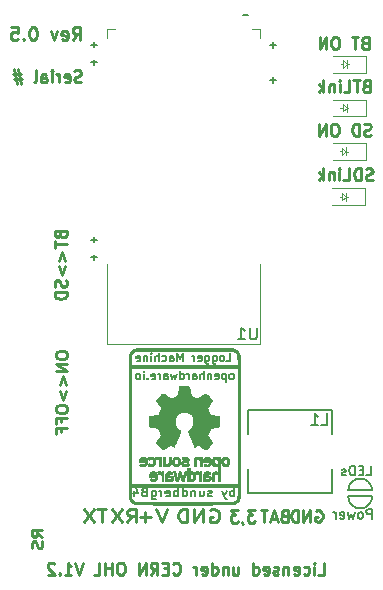
<source format=gbr>
G04 #@! TF.FileFunction,Legend,Bot*
%FSLAX46Y46*%
G04 Gerber Fmt 4.6, Leading zero omitted, Abs format (unit mm)*
G04 Created by KiCad (PCBNEW 4.0.4-stable) date 11/23/17 14:52:01*
%MOMM*%
%LPD*%
G01*
G04 APERTURE LIST*
%ADD10C,0.100000*%
%ADD11C,0.250000*%
%ADD12C,0.200000*%
%ADD13C,0.175000*%
%ADD14C,0.225000*%
%ADD15C,0.275000*%
%ADD16C,0.150000*%
%ADD17C,0.120000*%
%ADD18C,0.203200*%
%ADD19C,0.010000*%
G04 APERTURE END LIST*
D10*
D11*
X112567143Y-32284762D02*
X112424286Y-32332381D01*
X112186190Y-32332381D01*
X112090952Y-32284762D01*
X112043333Y-32237143D01*
X111995714Y-32141905D01*
X111995714Y-32046667D01*
X112043333Y-31951429D01*
X112090952Y-31903810D01*
X112186190Y-31856190D01*
X112376667Y-31808571D01*
X112471905Y-31760952D01*
X112519524Y-31713333D01*
X112567143Y-31618095D01*
X112567143Y-31522857D01*
X112519524Y-31427619D01*
X112471905Y-31380000D01*
X112376667Y-31332381D01*
X112138571Y-31332381D01*
X111995714Y-31380000D01*
X111186190Y-32284762D02*
X111281428Y-32332381D01*
X111471905Y-32332381D01*
X111567143Y-32284762D01*
X111614762Y-32189524D01*
X111614762Y-31808571D01*
X111567143Y-31713333D01*
X111471905Y-31665714D01*
X111281428Y-31665714D01*
X111186190Y-31713333D01*
X111138571Y-31808571D01*
X111138571Y-31903810D01*
X111614762Y-31999048D01*
X110710000Y-32332381D02*
X110710000Y-31665714D01*
X110710000Y-31856190D02*
X110662381Y-31760952D01*
X110614762Y-31713333D01*
X110519524Y-31665714D01*
X110424285Y-31665714D01*
X110090952Y-32332381D02*
X110090952Y-31665714D01*
X110090952Y-31332381D02*
X110138571Y-31380000D01*
X110090952Y-31427619D01*
X110043333Y-31380000D01*
X110090952Y-31332381D01*
X110090952Y-31427619D01*
X109186190Y-32332381D02*
X109186190Y-31808571D01*
X109233809Y-31713333D01*
X109329047Y-31665714D01*
X109519524Y-31665714D01*
X109614762Y-31713333D01*
X109186190Y-32284762D02*
X109281428Y-32332381D01*
X109519524Y-32332381D01*
X109614762Y-32284762D01*
X109662381Y-32189524D01*
X109662381Y-32094286D01*
X109614762Y-31999048D01*
X109519524Y-31951429D01*
X109281428Y-31951429D01*
X109186190Y-31903810D01*
X108567143Y-32332381D02*
X108662381Y-32284762D01*
X108710000Y-32189524D01*
X108710000Y-31332381D01*
X107471904Y-31665714D02*
X106757618Y-31665714D01*
X107186190Y-31237143D02*
X107471904Y-32522857D01*
X106852856Y-32094286D02*
X107567142Y-32094286D01*
X107138570Y-32522857D02*
X106852856Y-31237143D01*
D12*
X136718095Y-65621905D02*
X137099048Y-65621905D01*
X137099048Y-64821905D01*
X136451429Y-65202857D02*
X136184762Y-65202857D01*
X136070476Y-65621905D02*
X136451429Y-65621905D01*
X136451429Y-64821905D01*
X136070476Y-64821905D01*
X135727619Y-65621905D02*
X135727619Y-64821905D01*
X135537143Y-64821905D01*
X135422857Y-64860000D01*
X135346666Y-64936190D01*
X135308571Y-65012381D01*
X135270476Y-65164762D01*
X135270476Y-65279048D01*
X135308571Y-65431429D01*
X135346666Y-65507619D01*
X135422857Y-65583810D01*
X135537143Y-65621905D01*
X135727619Y-65621905D01*
X134965714Y-65583810D02*
X134889524Y-65621905D01*
X134737143Y-65621905D01*
X134660952Y-65583810D01*
X134622857Y-65507619D01*
X134622857Y-65469524D01*
X134660952Y-65393333D01*
X134737143Y-65355238D01*
X134851428Y-65355238D01*
X134927619Y-65317143D01*
X134965714Y-65240952D01*
X134965714Y-65202857D01*
X134927619Y-65126667D01*
X134851428Y-65088571D01*
X134737143Y-65088571D01*
X134660952Y-65126667D01*
D13*
X124863332Y-55946667D02*
X125196665Y-55946667D01*
X125196665Y-55246667D01*
X124529998Y-55946667D02*
X124596665Y-55913333D01*
X124629998Y-55880000D01*
X124663332Y-55813333D01*
X124663332Y-55613333D01*
X124629998Y-55546667D01*
X124596665Y-55513333D01*
X124529998Y-55480000D01*
X124429998Y-55480000D01*
X124363332Y-55513333D01*
X124329998Y-55546667D01*
X124296665Y-55613333D01*
X124296665Y-55813333D01*
X124329998Y-55880000D01*
X124363332Y-55913333D01*
X124429998Y-55946667D01*
X124529998Y-55946667D01*
X123696665Y-55480000D02*
X123696665Y-56046667D01*
X123729999Y-56113333D01*
X123763332Y-56146667D01*
X123829999Y-56180000D01*
X123929999Y-56180000D01*
X123996665Y-56146667D01*
X123696665Y-55913333D02*
X123763332Y-55946667D01*
X123896665Y-55946667D01*
X123963332Y-55913333D01*
X123996665Y-55880000D01*
X124029999Y-55813333D01*
X124029999Y-55613333D01*
X123996665Y-55546667D01*
X123963332Y-55513333D01*
X123896665Y-55480000D01*
X123763332Y-55480000D01*
X123696665Y-55513333D01*
X123063332Y-55480000D02*
X123063332Y-56046667D01*
X123096666Y-56113333D01*
X123129999Y-56146667D01*
X123196666Y-56180000D01*
X123296666Y-56180000D01*
X123363332Y-56146667D01*
X123063332Y-55913333D02*
X123129999Y-55946667D01*
X123263332Y-55946667D01*
X123329999Y-55913333D01*
X123363332Y-55880000D01*
X123396666Y-55813333D01*
X123396666Y-55613333D01*
X123363332Y-55546667D01*
X123329999Y-55513333D01*
X123263332Y-55480000D01*
X123129999Y-55480000D01*
X123063332Y-55513333D01*
X122463333Y-55913333D02*
X122529999Y-55946667D01*
X122663333Y-55946667D01*
X122729999Y-55913333D01*
X122763333Y-55846667D01*
X122763333Y-55580000D01*
X122729999Y-55513333D01*
X122663333Y-55480000D01*
X122529999Y-55480000D01*
X122463333Y-55513333D01*
X122429999Y-55580000D01*
X122429999Y-55646667D01*
X122763333Y-55713333D01*
X122129999Y-55946667D02*
X122129999Y-55480000D01*
X122129999Y-55613333D02*
X122096666Y-55546667D01*
X122063333Y-55513333D01*
X121996666Y-55480000D01*
X121929999Y-55480000D01*
X121163333Y-55946667D02*
X121163333Y-55246667D01*
X120930000Y-55746667D01*
X120696667Y-55246667D01*
X120696667Y-55946667D01*
X120063333Y-55946667D02*
X120063333Y-55580000D01*
X120096667Y-55513333D01*
X120163333Y-55480000D01*
X120296667Y-55480000D01*
X120363333Y-55513333D01*
X120063333Y-55913333D02*
X120130000Y-55946667D01*
X120296667Y-55946667D01*
X120363333Y-55913333D01*
X120396667Y-55846667D01*
X120396667Y-55780000D01*
X120363333Y-55713333D01*
X120296667Y-55680000D01*
X120130000Y-55680000D01*
X120063333Y-55646667D01*
X119430000Y-55913333D02*
X119496667Y-55946667D01*
X119630000Y-55946667D01*
X119696667Y-55913333D01*
X119730000Y-55880000D01*
X119763334Y-55813333D01*
X119763334Y-55613333D01*
X119730000Y-55546667D01*
X119696667Y-55513333D01*
X119630000Y-55480000D01*
X119496667Y-55480000D01*
X119430000Y-55513333D01*
X119130000Y-55946667D02*
X119130000Y-55246667D01*
X118830000Y-55946667D02*
X118830000Y-55580000D01*
X118863334Y-55513333D01*
X118930000Y-55480000D01*
X119030000Y-55480000D01*
X119096667Y-55513333D01*
X119130000Y-55546667D01*
X118496667Y-55946667D02*
X118496667Y-55480000D01*
X118496667Y-55246667D02*
X118530001Y-55280000D01*
X118496667Y-55313333D01*
X118463334Y-55280000D01*
X118496667Y-55246667D01*
X118496667Y-55313333D01*
X118163334Y-55480000D02*
X118163334Y-55946667D01*
X118163334Y-55546667D02*
X118130001Y-55513333D01*
X118063334Y-55480000D01*
X117963334Y-55480000D01*
X117896668Y-55513333D01*
X117863334Y-55580000D01*
X117863334Y-55946667D01*
X117263335Y-55913333D02*
X117330001Y-55946667D01*
X117463335Y-55946667D01*
X117530001Y-55913333D01*
X117563335Y-55846667D01*
X117563335Y-55580000D01*
X117530001Y-55513333D01*
X117463335Y-55480000D01*
X117330001Y-55480000D01*
X117263335Y-55513333D01*
X117230001Y-55580000D01*
X117230001Y-55646667D01*
X117563335Y-55713333D01*
D11*
X110402381Y-55335238D02*
X110402381Y-55525715D01*
X110450000Y-55620953D01*
X110545238Y-55716191D01*
X110735714Y-55763810D01*
X111069048Y-55763810D01*
X111259524Y-55716191D01*
X111354762Y-55620953D01*
X111402381Y-55525715D01*
X111402381Y-55335238D01*
X111354762Y-55240000D01*
X111259524Y-55144762D01*
X111069048Y-55097143D01*
X110735714Y-55097143D01*
X110545238Y-55144762D01*
X110450000Y-55240000D01*
X110402381Y-55335238D01*
X111402381Y-56192381D02*
X110402381Y-56192381D01*
X111402381Y-56763810D01*
X110402381Y-56763810D01*
X110735714Y-58001905D02*
X111021429Y-57240000D01*
X111307143Y-58001905D01*
X110735714Y-58478095D02*
X111021429Y-59240000D01*
X111307143Y-58478095D01*
X110402381Y-59906666D02*
X110402381Y-60097143D01*
X110450000Y-60192381D01*
X110545238Y-60287619D01*
X110735714Y-60335238D01*
X111069048Y-60335238D01*
X111259524Y-60287619D01*
X111354762Y-60192381D01*
X111402381Y-60097143D01*
X111402381Y-59906666D01*
X111354762Y-59811428D01*
X111259524Y-59716190D01*
X111069048Y-59668571D01*
X110735714Y-59668571D01*
X110545238Y-59716190D01*
X110450000Y-59811428D01*
X110402381Y-59906666D01*
X110878571Y-61097143D02*
X110878571Y-60763809D01*
X111402381Y-60763809D02*
X110402381Y-60763809D01*
X110402381Y-61240000D01*
X110878571Y-61954286D02*
X110878571Y-61620952D01*
X111402381Y-61620952D02*
X110402381Y-61620952D01*
X110402381Y-62097143D01*
X132431904Y-68620000D02*
X132527142Y-68572381D01*
X132669999Y-68572381D01*
X132812857Y-68620000D01*
X132908095Y-68715238D01*
X132955714Y-68810476D01*
X133003333Y-69000952D01*
X133003333Y-69143810D01*
X132955714Y-69334286D01*
X132908095Y-69429524D01*
X132812857Y-69524762D01*
X132669999Y-69572381D01*
X132574761Y-69572381D01*
X132431904Y-69524762D01*
X132384285Y-69477143D01*
X132384285Y-69143810D01*
X132574761Y-69143810D01*
X131955714Y-69572381D02*
X131955714Y-68572381D01*
X131384285Y-69572381D01*
X131384285Y-68572381D01*
X130908095Y-69572381D02*
X130908095Y-68572381D01*
X130670000Y-68572381D01*
X130527142Y-68620000D01*
X130431904Y-68715238D01*
X130384285Y-68810476D01*
X130336666Y-69000952D01*
X130336666Y-69143810D01*
X130384285Y-69334286D01*
X130431904Y-69429524D01*
X130527142Y-69524762D01*
X130670000Y-69572381D01*
X130908095Y-69572381D01*
X129718095Y-69038571D02*
X129575238Y-69086190D01*
X129527619Y-69133810D01*
X129480000Y-69229048D01*
X129480000Y-69371905D01*
X129527619Y-69467143D01*
X129575238Y-69514762D01*
X129670476Y-69562381D01*
X130051429Y-69562381D01*
X130051429Y-68562381D01*
X129718095Y-68562381D01*
X129622857Y-68610000D01*
X129575238Y-68657619D01*
X129527619Y-68752857D01*
X129527619Y-68848095D01*
X129575238Y-68943333D01*
X129622857Y-68990952D01*
X129718095Y-69038571D01*
X130051429Y-69038571D01*
X129099048Y-69276667D02*
X128622857Y-69276667D01*
X129194286Y-69562381D02*
X128860953Y-68562381D01*
X128527619Y-69562381D01*
X128337143Y-68562381D02*
X127765714Y-68562381D01*
X128051429Y-69562381D02*
X128051429Y-68562381D01*
D14*
X127277619Y-68517619D02*
X126658571Y-68517619D01*
X126991905Y-68936667D01*
X126849047Y-68936667D01*
X126753809Y-68989048D01*
X126706190Y-69041429D01*
X126658571Y-69146190D01*
X126658571Y-69408095D01*
X126706190Y-69512857D01*
X126753809Y-69565238D01*
X126849047Y-69617619D01*
X127134762Y-69617619D01*
X127230000Y-69565238D01*
X127277619Y-69512857D01*
X126182381Y-69565238D02*
X126182381Y-69617619D01*
X126230000Y-69722381D01*
X126277619Y-69774762D01*
X125849048Y-68517619D02*
X125230000Y-68517619D01*
X125563334Y-68936667D01*
X125420476Y-68936667D01*
X125325238Y-68989048D01*
X125277619Y-69041429D01*
X125230000Y-69146190D01*
X125230000Y-69408095D01*
X125277619Y-69512857D01*
X125325238Y-69565238D01*
X125420476Y-69617619D01*
X125706191Y-69617619D01*
X125801429Y-69565238D01*
X125849048Y-69512857D01*
D10*
X135005000Y-42045000D02*
X135155000Y-42045000D01*
X134655000Y-42025000D02*
X134475000Y-42025000D01*
X134665000Y-41715000D02*
X134995000Y-42045000D01*
X134665000Y-42345000D02*
X134665000Y-41715000D01*
X134995000Y-42015000D02*
X134665000Y-42345000D01*
X134995000Y-41695000D02*
X134995000Y-42015000D01*
X134995000Y-42355000D02*
X134995000Y-41695000D01*
D11*
X137235714Y-40584762D02*
X137092857Y-40632381D01*
X136854761Y-40632381D01*
X136759523Y-40584762D01*
X136711904Y-40537143D01*
X136664285Y-40441905D01*
X136664285Y-40346667D01*
X136711904Y-40251429D01*
X136759523Y-40203810D01*
X136854761Y-40156190D01*
X137045238Y-40108571D01*
X137140476Y-40060952D01*
X137188095Y-40013333D01*
X137235714Y-39918095D01*
X137235714Y-39822857D01*
X137188095Y-39727619D01*
X137140476Y-39680000D01*
X137045238Y-39632381D01*
X136807142Y-39632381D01*
X136664285Y-39680000D01*
X136235714Y-40632381D02*
X136235714Y-39632381D01*
X135997619Y-39632381D01*
X135854761Y-39680000D01*
X135759523Y-39775238D01*
X135711904Y-39870476D01*
X135664285Y-40060952D01*
X135664285Y-40203810D01*
X135711904Y-40394286D01*
X135759523Y-40489524D01*
X135854761Y-40584762D01*
X135997619Y-40632381D01*
X136235714Y-40632381D01*
X134759523Y-40632381D02*
X135235714Y-40632381D01*
X135235714Y-39632381D01*
X134426190Y-40632381D02*
X134426190Y-39965714D01*
X134426190Y-39632381D02*
X134473809Y-39680000D01*
X134426190Y-39727619D01*
X134378571Y-39680000D01*
X134426190Y-39632381D01*
X134426190Y-39727619D01*
X133950000Y-39965714D02*
X133950000Y-40632381D01*
X133950000Y-40060952D02*
X133902381Y-40013333D01*
X133807143Y-39965714D01*
X133664285Y-39965714D01*
X133569047Y-40013333D01*
X133521428Y-40108571D01*
X133521428Y-40632381D01*
X133045238Y-40632381D02*
X133045238Y-39632381D01*
X132950000Y-40251429D02*
X132664285Y-40632381D01*
X132664285Y-39965714D02*
X133045238Y-40346667D01*
D15*
X123510476Y-68540000D02*
X123634285Y-68487619D01*
X123820000Y-68487619D01*
X124005714Y-68540000D01*
X124129523Y-68644762D01*
X124191428Y-68749524D01*
X124253333Y-68959048D01*
X124253333Y-69116190D01*
X124191428Y-69325714D01*
X124129523Y-69430476D01*
X124005714Y-69535238D01*
X123820000Y-69587619D01*
X123696190Y-69587619D01*
X123510476Y-69535238D01*
X123448571Y-69482857D01*
X123448571Y-69116190D01*
X123696190Y-69116190D01*
X122891428Y-69587619D02*
X122891428Y-68487619D01*
X122148571Y-69587619D01*
X122148571Y-68487619D01*
X121529523Y-69587619D02*
X121529523Y-68487619D01*
X121219999Y-68487619D01*
X121034285Y-68540000D01*
X120910476Y-68644762D01*
X120848571Y-68749524D01*
X120786666Y-68959048D01*
X120786666Y-69116190D01*
X120848571Y-69325714D01*
X120910476Y-69430476D01*
X121034285Y-69535238D01*
X121219999Y-69587619D01*
X121529523Y-69587619D01*
X119798095Y-68467619D02*
X119364762Y-69567619D01*
X118931429Y-68467619D01*
X118498095Y-69148571D02*
X117507619Y-69148571D01*
X118002857Y-69567619D02*
X118002857Y-68729524D01*
X116446666Y-69587619D02*
X116879999Y-69063810D01*
X117189523Y-69587619D02*
X117189523Y-68487619D01*
X116694285Y-68487619D01*
X116570476Y-68540000D01*
X116508571Y-68592381D01*
X116446666Y-68697143D01*
X116446666Y-68854286D01*
X116508571Y-68959048D01*
X116570476Y-69011429D01*
X116694285Y-69063810D01*
X117189523Y-69063810D01*
X116013333Y-68487619D02*
X115146666Y-69587619D01*
X115146666Y-68487619D02*
X116013333Y-69587619D01*
X114680475Y-68487619D02*
X113937618Y-68487619D01*
X114309047Y-69587619D02*
X114309047Y-68487619D01*
X113628095Y-68487619D02*
X112761428Y-69587619D01*
X112761428Y-68487619D02*
X113628095Y-69587619D01*
D14*
X109277143Y-70833334D02*
X108848571Y-70500000D01*
X109277143Y-70261905D02*
X108377143Y-70261905D01*
X108377143Y-70642858D01*
X108420000Y-70738096D01*
X108462857Y-70785715D01*
X108548571Y-70833334D01*
X108677143Y-70833334D01*
X108762857Y-70785715D01*
X108805714Y-70738096D01*
X108848571Y-70642858D01*
X108848571Y-70261905D01*
X109234286Y-71214286D02*
X109277143Y-71357143D01*
X109277143Y-71595239D01*
X109234286Y-71690477D01*
X109191429Y-71738096D01*
X109105714Y-71785715D01*
X109020000Y-71785715D01*
X108934286Y-71738096D01*
X108891429Y-71690477D01*
X108848571Y-71595239D01*
X108805714Y-71404762D01*
X108762857Y-71309524D01*
X108720000Y-71261905D01*
X108634286Y-71214286D01*
X108548571Y-71214286D01*
X108462857Y-71261905D01*
X108420000Y-71309524D01*
X108377143Y-71404762D01*
X108377143Y-71642858D01*
X108420000Y-71785715D01*
X132635714Y-74022381D02*
X133111905Y-74022381D01*
X133111905Y-73022381D01*
X132302381Y-74022381D02*
X132302381Y-73355714D01*
X132302381Y-73022381D02*
X132350000Y-73070000D01*
X132302381Y-73117619D01*
X132254762Y-73070000D01*
X132302381Y-73022381D01*
X132302381Y-73117619D01*
X131397619Y-73974762D02*
X131492857Y-74022381D01*
X131683334Y-74022381D01*
X131778572Y-73974762D01*
X131826191Y-73927143D01*
X131873810Y-73831905D01*
X131873810Y-73546190D01*
X131826191Y-73450952D01*
X131778572Y-73403333D01*
X131683334Y-73355714D01*
X131492857Y-73355714D01*
X131397619Y-73403333D01*
X130588095Y-73974762D02*
X130683333Y-74022381D01*
X130873810Y-74022381D01*
X130969048Y-73974762D01*
X131016667Y-73879524D01*
X131016667Y-73498571D01*
X130969048Y-73403333D01*
X130873810Y-73355714D01*
X130683333Y-73355714D01*
X130588095Y-73403333D01*
X130540476Y-73498571D01*
X130540476Y-73593810D01*
X131016667Y-73689048D01*
X130111905Y-73355714D02*
X130111905Y-74022381D01*
X130111905Y-73450952D02*
X130064286Y-73403333D01*
X129969048Y-73355714D01*
X129826190Y-73355714D01*
X129730952Y-73403333D01*
X129683333Y-73498571D01*
X129683333Y-74022381D01*
X129254762Y-73974762D02*
X129159524Y-74022381D01*
X128969048Y-74022381D01*
X128873809Y-73974762D01*
X128826190Y-73879524D01*
X128826190Y-73831905D01*
X128873809Y-73736667D01*
X128969048Y-73689048D01*
X129111905Y-73689048D01*
X129207143Y-73641429D01*
X129254762Y-73546190D01*
X129254762Y-73498571D01*
X129207143Y-73403333D01*
X129111905Y-73355714D01*
X128969048Y-73355714D01*
X128873809Y-73403333D01*
X128016666Y-73974762D02*
X128111904Y-74022381D01*
X128302381Y-74022381D01*
X128397619Y-73974762D01*
X128445238Y-73879524D01*
X128445238Y-73498571D01*
X128397619Y-73403333D01*
X128302381Y-73355714D01*
X128111904Y-73355714D01*
X128016666Y-73403333D01*
X127969047Y-73498571D01*
X127969047Y-73593810D01*
X128445238Y-73689048D01*
X127111904Y-74022381D02*
X127111904Y-73022381D01*
X127111904Y-73974762D02*
X127207142Y-74022381D01*
X127397619Y-74022381D01*
X127492857Y-73974762D01*
X127540476Y-73927143D01*
X127588095Y-73831905D01*
X127588095Y-73546190D01*
X127540476Y-73450952D01*
X127492857Y-73403333D01*
X127397619Y-73355714D01*
X127207142Y-73355714D01*
X127111904Y-73403333D01*
X125445237Y-73355714D02*
X125445237Y-74022381D01*
X125873809Y-73355714D02*
X125873809Y-73879524D01*
X125826190Y-73974762D01*
X125730952Y-74022381D01*
X125588094Y-74022381D01*
X125492856Y-73974762D01*
X125445237Y-73927143D01*
X124969047Y-73355714D02*
X124969047Y-74022381D01*
X124969047Y-73450952D02*
X124921428Y-73403333D01*
X124826190Y-73355714D01*
X124683332Y-73355714D01*
X124588094Y-73403333D01*
X124540475Y-73498571D01*
X124540475Y-74022381D01*
X123635713Y-74022381D02*
X123635713Y-73022381D01*
X123635713Y-73974762D02*
X123730951Y-74022381D01*
X123921428Y-74022381D01*
X124016666Y-73974762D01*
X124064285Y-73927143D01*
X124111904Y-73831905D01*
X124111904Y-73546190D01*
X124064285Y-73450952D01*
X124016666Y-73403333D01*
X123921428Y-73355714D01*
X123730951Y-73355714D01*
X123635713Y-73403333D01*
X122778570Y-73974762D02*
X122873808Y-74022381D01*
X123064285Y-74022381D01*
X123159523Y-73974762D01*
X123207142Y-73879524D01*
X123207142Y-73498571D01*
X123159523Y-73403333D01*
X123064285Y-73355714D01*
X122873808Y-73355714D01*
X122778570Y-73403333D01*
X122730951Y-73498571D01*
X122730951Y-73593810D01*
X123207142Y-73689048D01*
X122302380Y-74022381D02*
X122302380Y-73355714D01*
X122302380Y-73546190D02*
X122254761Y-73450952D01*
X122207142Y-73403333D01*
X122111904Y-73355714D01*
X122016665Y-73355714D01*
X120349998Y-73927143D02*
X120397617Y-73974762D01*
X120540474Y-74022381D01*
X120635712Y-74022381D01*
X120778570Y-73974762D01*
X120873808Y-73879524D01*
X120921427Y-73784286D01*
X120969046Y-73593810D01*
X120969046Y-73450952D01*
X120921427Y-73260476D01*
X120873808Y-73165238D01*
X120778570Y-73070000D01*
X120635712Y-73022381D01*
X120540474Y-73022381D01*
X120397617Y-73070000D01*
X120349998Y-73117619D01*
X119921427Y-73498571D02*
X119588093Y-73498571D01*
X119445236Y-74022381D02*
X119921427Y-74022381D01*
X119921427Y-73022381D01*
X119445236Y-73022381D01*
X118445236Y-74022381D02*
X118778570Y-73546190D01*
X119016665Y-74022381D02*
X119016665Y-73022381D01*
X118635712Y-73022381D01*
X118540474Y-73070000D01*
X118492855Y-73117619D01*
X118445236Y-73212857D01*
X118445236Y-73355714D01*
X118492855Y-73450952D01*
X118540474Y-73498571D01*
X118635712Y-73546190D01*
X119016665Y-73546190D01*
X118016665Y-74022381D02*
X118016665Y-73022381D01*
X117445236Y-74022381D01*
X117445236Y-73022381D01*
X116016665Y-73022381D02*
X115826188Y-73022381D01*
X115730950Y-73070000D01*
X115635712Y-73165238D01*
X115588093Y-73355714D01*
X115588093Y-73689048D01*
X115635712Y-73879524D01*
X115730950Y-73974762D01*
X115826188Y-74022381D01*
X116016665Y-74022381D01*
X116111903Y-73974762D01*
X116207141Y-73879524D01*
X116254760Y-73689048D01*
X116254760Y-73355714D01*
X116207141Y-73165238D01*
X116111903Y-73070000D01*
X116016665Y-73022381D01*
X115159522Y-74022381D02*
X115159522Y-73022381D01*
X115159522Y-73498571D02*
X114588093Y-73498571D01*
X114588093Y-74022381D02*
X114588093Y-73022381D01*
X113635712Y-74022381D02*
X114111903Y-74022381D01*
X114111903Y-73022381D01*
X112683331Y-73022381D02*
X112349998Y-74022381D01*
X112016664Y-73022381D01*
X111159521Y-74022381D02*
X111730950Y-74022381D01*
X111445236Y-74022381D02*
X111445236Y-73022381D01*
X111540474Y-73165238D01*
X111635712Y-73260476D01*
X111730950Y-73308095D01*
X110730950Y-73927143D02*
X110683331Y-73974762D01*
X110730950Y-74022381D01*
X110778569Y-73974762D01*
X110730950Y-73927143D01*
X110730950Y-74022381D01*
X110302379Y-73117619D02*
X110254760Y-73070000D01*
X110159522Y-73022381D01*
X109921426Y-73022381D01*
X109826188Y-73070000D01*
X109778569Y-73117619D01*
X109730950Y-73212857D01*
X109730950Y-73308095D01*
X109778569Y-73450952D01*
X110349998Y-74022381D01*
X109730950Y-74022381D01*
D12*
X137170952Y-69291905D02*
X137170952Y-68491905D01*
X136866190Y-68491905D01*
X136789999Y-68530000D01*
X136751904Y-68568095D01*
X136713809Y-68644286D01*
X136713809Y-68758571D01*
X136751904Y-68834762D01*
X136789999Y-68872857D01*
X136866190Y-68910952D01*
X137170952Y-68910952D01*
X136256666Y-69291905D02*
X136332857Y-69253810D01*
X136370952Y-69215714D01*
X136409047Y-69139524D01*
X136409047Y-68910952D01*
X136370952Y-68834762D01*
X136332857Y-68796667D01*
X136256666Y-68758571D01*
X136142380Y-68758571D01*
X136066190Y-68796667D01*
X136028095Y-68834762D01*
X135989999Y-68910952D01*
X135989999Y-69139524D01*
X136028095Y-69215714D01*
X136066190Y-69253810D01*
X136142380Y-69291905D01*
X136256666Y-69291905D01*
X135723332Y-68758571D02*
X135570951Y-69291905D01*
X135418570Y-68910952D01*
X135266189Y-69291905D01*
X135113808Y-68758571D01*
X134504285Y-69253810D02*
X134580475Y-69291905D01*
X134732856Y-69291905D01*
X134809047Y-69253810D01*
X134847142Y-69177619D01*
X134847142Y-68872857D01*
X134809047Y-68796667D01*
X134732856Y-68758571D01*
X134580475Y-68758571D01*
X134504285Y-68796667D01*
X134466190Y-68872857D01*
X134466190Y-68949048D01*
X134847142Y-69025238D01*
X134123333Y-69291905D02*
X134123333Y-68758571D01*
X134123333Y-68910952D02*
X134085238Y-68834762D01*
X134047142Y-68796667D01*
X133970952Y-68758571D01*
X133894761Y-68758571D01*
D16*
X113868571Y-47162857D02*
X113411428Y-47162857D01*
X113639999Y-47391429D02*
X113639999Y-46934286D01*
X113878571Y-45652857D02*
X113421428Y-45652857D01*
X113649999Y-45881429D02*
X113649999Y-45424286D01*
X113878571Y-30642857D02*
X113421428Y-30642857D01*
X113649999Y-30871429D02*
X113649999Y-30414286D01*
X113878571Y-29142857D02*
X113421428Y-29142857D01*
X113649999Y-29371429D02*
X113649999Y-28914286D01*
X126708571Y-26642857D02*
X126251428Y-26642857D01*
X129028571Y-32142857D02*
X128571428Y-32142857D01*
X128799999Y-32371429D02*
X128799999Y-31914286D01*
X129038571Y-29182857D02*
X128581428Y-29182857D01*
X128809999Y-29411429D02*
X128809999Y-28954286D01*
D10*
X135035000Y-34815000D02*
X135035000Y-34155000D01*
X135035000Y-34155000D02*
X135035000Y-34475000D01*
X135035000Y-34475000D02*
X134705000Y-34805000D01*
X134705000Y-34805000D02*
X134705000Y-34175000D01*
X134705000Y-34175000D02*
X135035000Y-34505000D01*
X134695000Y-34485000D02*
X134515000Y-34485000D01*
X135045000Y-34505000D02*
X135195000Y-34505000D01*
X135015000Y-38515000D02*
X135015000Y-37855000D01*
X135015000Y-37855000D02*
X135015000Y-38175000D01*
X135015000Y-38175000D02*
X134685000Y-38505000D01*
X134685000Y-38505000D02*
X134685000Y-37875000D01*
X134685000Y-37875000D02*
X135015000Y-38205000D01*
X134675000Y-38185000D02*
X134495000Y-38185000D01*
X135025000Y-38205000D02*
X135175000Y-38205000D01*
X135075000Y-30815000D02*
X135225000Y-30815000D01*
X134725000Y-30795000D02*
X134545000Y-30795000D01*
X134735000Y-30485000D02*
X135065000Y-30815000D01*
X134735000Y-31115000D02*
X134735000Y-30485000D01*
X135065000Y-30785000D02*
X134735000Y-31115000D01*
X135065000Y-30465000D02*
X135065000Y-30785000D01*
X135065000Y-31125000D02*
X135065000Y-30465000D01*
D11*
X110798571Y-45240953D02*
X110846190Y-45383810D01*
X110893810Y-45431429D01*
X110989048Y-45479048D01*
X111131905Y-45479048D01*
X111227143Y-45431429D01*
X111274762Y-45383810D01*
X111322381Y-45288572D01*
X111322381Y-44907619D01*
X110322381Y-44907619D01*
X110322381Y-45240953D01*
X110370000Y-45336191D01*
X110417619Y-45383810D01*
X110512857Y-45431429D01*
X110608095Y-45431429D01*
X110703333Y-45383810D01*
X110750952Y-45336191D01*
X110798571Y-45240953D01*
X110798571Y-44907619D01*
X110322381Y-45764762D02*
X110322381Y-46336191D01*
X111322381Y-46050476D02*
X110322381Y-46050476D01*
X110655714Y-47431429D02*
X110941429Y-46669524D01*
X111227143Y-47431429D01*
X110655714Y-47907619D02*
X110941429Y-48669524D01*
X111227143Y-47907619D01*
X111274762Y-49098095D02*
X111322381Y-49240952D01*
X111322381Y-49479048D01*
X111274762Y-49574286D01*
X111227143Y-49621905D01*
X111131905Y-49669524D01*
X111036667Y-49669524D01*
X110941429Y-49621905D01*
X110893810Y-49574286D01*
X110846190Y-49479048D01*
X110798571Y-49288571D01*
X110750952Y-49193333D01*
X110703333Y-49145714D01*
X110608095Y-49098095D01*
X110512857Y-49098095D01*
X110417619Y-49145714D01*
X110370000Y-49193333D01*
X110322381Y-49288571D01*
X110322381Y-49526667D01*
X110370000Y-49669524D01*
X111322381Y-50098095D02*
X110322381Y-50098095D01*
X110322381Y-50336190D01*
X110370000Y-50479048D01*
X110465238Y-50574286D01*
X110560476Y-50621905D01*
X110750952Y-50669524D01*
X110893810Y-50669524D01*
X111084286Y-50621905D01*
X111179524Y-50574286D01*
X111274762Y-50479048D01*
X111322381Y-50336190D01*
X111322381Y-50098095D01*
X137074286Y-36814762D02*
X136931429Y-36862381D01*
X136693333Y-36862381D01*
X136598095Y-36814762D01*
X136550476Y-36767143D01*
X136502857Y-36671905D01*
X136502857Y-36576667D01*
X136550476Y-36481429D01*
X136598095Y-36433810D01*
X136693333Y-36386190D01*
X136883810Y-36338571D01*
X136979048Y-36290952D01*
X137026667Y-36243333D01*
X137074286Y-36148095D01*
X137074286Y-36052857D01*
X137026667Y-35957619D01*
X136979048Y-35910000D01*
X136883810Y-35862381D01*
X136645714Y-35862381D01*
X136502857Y-35910000D01*
X136074286Y-36862381D02*
X136074286Y-35862381D01*
X135836191Y-35862381D01*
X135693333Y-35910000D01*
X135598095Y-36005238D01*
X135550476Y-36100476D01*
X135502857Y-36290952D01*
X135502857Y-36433810D01*
X135550476Y-36624286D01*
X135598095Y-36719524D01*
X135693333Y-36814762D01*
X135836191Y-36862381D01*
X136074286Y-36862381D01*
X134121905Y-35862381D02*
X133931428Y-35862381D01*
X133836190Y-35910000D01*
X133740952Y-36005238D01*
X133693333Y-36195714D01*
X133693333Y-36529048D01*
X133740952Y-36719524D01*
X133836190Y-36814762D01*
X133931428Y-36862381D01*
X134121905Y-36862381D01*
X134217143Y-36814762D01*
X134312381Y-36719524D01*
X134360000Y-36529048D01*
X134360000Y-36195714D01*
X134312381Y-36005238D01*
X134217143Y-35910000D01*
X134121905Y-35862381D01*
X133264762Y-36862381D02*
X133264762Y-35862381D01*
X132693333Y-36862381D01*
X132693333Y-35862381D01*
X136689523Y-32648571D02*
X136546666Y-32696190D01*
X136499047Y-32743810D01*
X136451428Y-32839048D01*
X136451428Y-32981905D01*
X136499047Y-33077143D01*
X136546666Y-33124762D01*
X136641904Y-33172381D01*
X137022857Y-33172381D01*
X137022857Y-32172381D01*
X136689523Y-32172381D01*
X136594285Y-32220000D01*
X136546666Y-32267619D01*
X136499047Y-32362857D01*
X136499047Y-32458095D01*
X136546666Y-32553333D01*
X136594285Y-32600952D01*
X136689523Y-32648571D01*
X137022857Y-32648571D01*
X136165714Y-32172381D02*
X135594285Y-32172381D01*
X135880000Y-33172381D02*
X135880000Y-32172381D01*
X134784761Y-33172381D02*
X135260952Y-33172381D01*
X135260952Y-32172381D01*
X134451428Y-33172381D02*
X134451428Y-32505714D01*
X134451428Y-32172381D02*
X134499047Y-32220000D01*
X134451428Y-32267619D01*
X134403809Y-32220000D01*
X134451428Y-32172381D01*
X134451428Y-32267619D01*
X133975238Y-32505714D02*
X133975238Y-33172381D01*
X133975238Y-32600952D02*
X133927619Y-32553333D01*
X133832381Y-32505714D01*
X133689523Y-32505714D01*
X133594285Y-32553333D01*
X133546666Y-32648571D01*
X133546666Y-33172381D01*
X133070476Y-33172381D02*
X133070476Y-32172381D01*
X132975238Y-32791429D02*
X132689523Y-33172381D01*
X132689523Y-32505714D02*
X133070476Y-32886667D01*
X136558095Y-28998571D02*
X136415238Y-29046190D01*
X136367619Y-29093810D01*
X136320000Y-29189048D01*
X136320000Y-29331905D01*
X136367619Y-29427143D01*
X136415238Y-29474762D01*
X136510476Y-29522381D01*
X136891429Y-29522381D01*
X136891429Y-28522381D01*
X136558095Y-28522381D01*
X136462857Y-28570000D01*
X136415238Y-28617619D01*
X136367619Y-28712857D01*
X136367619Y-28808095D01*
X136415238Y-28903333D01*
X136462857Y-28950952D01*
X136558095Y-28998571D01*
X136891429Y-28998571D01*
X136034286Y-28522381D02*
X135462857Y-28522381D01*
X135748572Y-29522381D02*
X135748572Y-28522381D01*
X134177143Y-28522381D02*
X133986666Y-28522381D01*
X133891428Y-28570000D01*
X133796190Y-28665238D01*
X133748571Y-28855714D01*
X133748571Y-29189048D01*
X133796190Y-29379524D01*
X133891428Y-29474762D01*
X133986666Y-29522381D01*
X134177143Y-29522381D01*
X134272381Y-29474762D01*
X134367619Y-29379524D01*
X134415238Y-29189048D01*
X134415238Y-28855714D01*
X134367619Y-28665238D01*
X134272381Y-28570000D01*
X134177143Y-28522381D01*
X133320000Y-29522381D02*
X133320000Y-28522381D01*
X132748571Y-29522381D01*
X132748571Y-28522381D01*
D15*
X111838571Y-28767619D02*
X112205237Y-28243810D01*
X112467142Y-28767619D02*
X112467142Y-27667619D01*
X112048095Y-27667619D01*
X111943333Y-27720000D01*
X111890952Y-27772381D01*
X111838571Y-27877143D01*
X111838571Y-28034286D01*
X111890952Y-28139048D01*
X111943333Y-28191429D01*
X112048095Y-28243810D01*
X112467142Y-28243810D01*
X110948095Y-28715238D02*
X111052857Y-28767619D01*
X111262380Y-28767619D01*
X111367142Y-28715238D01*
X111419523Y-28610476D01*
X111419523Y-28191429D01*
X111367142Y-28086667D01*
X111262380Y-28034286D01*
X111052857Y-28034286D01*
X110948095Y-28086667D01*
X110895714Y-28191429D01*
X110895714Y-28296190D01*
X111419523Y-28400952D01*
X110529047Y-28034286D02*
X110267142Y-28767619D01*
X110005238Y-28034286D01*
X108538571Y-27667619D02*
X108433810Y-27667619D01*
X108329048Y-27720000D01*
X108276667Y-27772381D01*
X108224286Y-27877143D01*
X108171905Y-28086667D01*
X108171905Y-28348571D01*
X108224286Y-28558095D01*
X108276667Y-28662857D01*
X108329048Y-28715238D01*
X108433810Y-28767619D01*
X108538571Y-28767619D01*
X108643333Y-28715238D01*
X108695714Y-28662857D01*
X108748095Y-28558095D01*
X108800476Y-28348571D01*
X108800476Y-28086667D01*
X108748095Y-27877143D01*
X108695714Y-27772381D01*
X108643333Y-27720000D01*
X108538571Y-27667619D01*
X107700476Y-28662857D02*
X107648095Y-28715238D01*
X107700476Y-28767619D01*
X107752857Y-28715238D01*
X107700476Y-28662857D01*
X107700476Y-28767619D01*
X106652857Y-27667619D02*
X107176666Y-27667619D01*
X107229047Y-28191429D01*
X107176666Y-28139048D01*
X107071904Y-28086667D01*
X106810000Y-28086667D01*
X106705238Y-28139048D01*
X106652857Y-28191429D01*
X106600476Y-28296190D01*
X106600476Y-28558095D01*
X106652857Y-28662857D01*
X106705238Y-28715238D01*
X106810000Y-28767619D01*
X107071904Y-28767619D01*
X107176666Y-28715238D01*
X107229047Y-28662857D01*
D13*
X125339997Y-57466667D02*
X125406664Y-57433333D01*
X125439997Y-57400000D01*
X125473331Y-57333333D01*
X125473331Y-57133333D01*
X125439997Y-57066667D01*
X125406664Y-57033333D01*
X125339997Y-57000000D01*
X125239997Y-57000000D01*
X125173331Y-57033333D01*
X125139997Y-57066667D01*
X125106664Y-57133333D01*
X125106664Y-57333333D01*
X125139997Y-57400000D01*
X125173331Y-57433333D01*
X125239997Y-57466667D01*
X125339997Y-57466667D01*
X124806664Y-57000000D02*
X124806664Y-57700000D01*
X124806664Y-57033333D02*
X124739998Y-57000000D01*
X124606664Y-57000000D01*
X124539998Y-57033333D01*
X124506664Y-57066667D01*
X124473331Y-57133333D01*
X124473331Y-57333333D01*
X124506664Y-57400000D01*
X124539998Y-57433333D01*
X124606664Y-57466667D01*
X124739998Y-57466667D01*
X124806664Y-57433333D01*
X123906665Y-57433333D02*
X123973331Y-57466667D01*
X124106665Y-57466667D01*
X124173331Y-57433333D01*
X124206665Y-57366667D01*
X124206665Y-57100000D01*
X124173331Y-57033333D01*
X124106665Y-57000000D01*
X123973331Y-57000000D01*
X123906665Y-57033333D01*
X123873331Y-57100000D01*
X123873331Y-57166667D01*
X124206665Y-57233333D01*
X123573331Y-57000000D02*
X123573331Y-57466667D01*
X123573331Y-57066667D02*
X123539998Y-57033333D01*
X123473331Y-57000000D01*
X123373331Y-57000000D01*
X123306665Y-57033333D01*
X123273331Y-57100000D01*
X123273331Y-57466667D01*
X122939998Y-57466667D02*
X122939998Y-56766667D01*
X122639998Y-57466667D02*
X122639998Y-57100000D01*
X122673332Y-57033333D01*
X122739998Y-57000000D01*
X122839998Y-57000000D01*
X122906665Y-57033333D01*
X122939998Y-57066667D01*
X122006665Y-57466667D02*
X122006665Y-57100000D01*
X122039999Y-57033333D01*
X122106665Y-57000000D01*
X122239999Y-57000000D01*
X122306665Y-57033333D01*
X122006665Y-57433333D02*
X122073332Y-57466667D01*
X122239999Y-57466667D01*
X122306665Y-57433333D01*
X122339999Y-57366667D01*
X122339999Y-57300000D01*
X122306665Y-57233333D01*
X122239999Y-57200000D01*
X122073332Y-57200000D01*
X122006665Y-57166667D01*
X121673332Y-57466667D02*
X121673332Y-57000000D01*
X121673332Y-57133333D02*
X121639999Y-57066667D01*
X121606666Y-57033333D01*
X121539999Y-57000000D01*
X121473332Y-57000000D01*
X120939999Y-57466667D02*
X120939999Y-56766667D01*
X120939999Y-57433333D02*
X121006666Y-57466667D01*
X121139999Y-57466667D01*
X121206666Y-57433333D01*
X121239999Y-57400000D01*
X121273333Y-57333333D01*
X121273333Y-57133333D01*
X121239999Y-57066667D01*
X121206666Y-57033333D01*
X121139999Y-57000000D01*
X121006666Y-57000000D01*
X120939999Y-57033333D01*
X120673333Y-57000000D02*
X120540000Y-57466667D01*
X120406666Y-57133333D01*
X120273333Y-57466667D01*
X120140000Y-57000000D01*
X119573333Y-57466667D02*
X119573333Y-57100000D01*
X119606667Y-57033333D01*
X119673333Y-57000000D01*
X119806667Y-57000000D01*
X119873333Y-57033333D01*
X119573333Y-57433333D02*
X119640000Y-57466667D01*
X119806667Y-57466667D01*
X119873333Y-57433333D01*
X119906667Y-57366667D01*
X119906667Y-57300000D01*
X119873333Y-57233333D01*
X119806667Y-57200000D01*
X119640000Y-57200000D01*
X119573333Y-57166667D01*
X119240000Y-57466667D02*
X119240000Y-57000000D01*
X119240000Y-57133333D02*
X119206667Y-57066667D01*
X119173334Y-57033333D01*
X119106667Y-57000000D01*
X119040000Y-57000000D01*
X118540001Y-57433333D02*
X118606667Y-57466667D01*
X118740001Y-57466667D01*
X118806667Y-57433333D01*
X118840001Y-57366667D01*
X118840001Y-57100000D01*
X118806667Y-57033333D01*
X118740001Y-57000000D01*
X118606667Y-57000000D01*
X118540001Y-57033333D01*
X118506667Y-57100000D01*
X118506667Y-57166667D01*
X118840001Y-57233333D01*
X118206667Y-57400000D02*
X118173334Y-57433333D01*
X118206667Y-57466667D01*
X118240001Y-57433333D01*
X118206667Y-57400000D01*
X118206667Y-57466667D01*
X117873334Y-57466667D02*
X117873334Y-57000000D01*
X117873334Y-56766667D02*
X117906668Y-56800000D01*
X117873334Y-56833333D01*
X117840001Y-56800000D01*
X117873334Y-56766667D01*
X117873334Y-56833333D01*
X117440001Y-57466667D02*
X117506668Y-57433333D01*
X117540001Y-57400000D01*
X117573335Y-57333333D01*
X117573335Y-57133333D01*
X117540001Y-57066667D01*
X117506668Y-57033333D01*
X117440001Y-57000000D01*
X117340001Y-57000000D01*
X117273335Y-57033333D01*
X117240001Y-57066667D01*
X117206668Y-57133333D01*
X117206668Y-57333333D01*
X117240001Y-57400000D01*
X117273335Y-57433333D01*
X117340001Y-57466667D01*
X117440001Y-57466667D01*
X125526668Y-67386667D02*
X125526668Y-66686667D01*
X125526668Y-66953333D02*
X125450477Y-66920000D01*
X125298096Y-66920000D01*
X125221906Y-66953333D01*
X125183811Y-66986667D01*
X125145715Y-67053333D01*
X125145715Y-67253333D01*
X125183811Y-67320000D01*
X125221906Y-67353333D01*
X125298096Y-67386667D01*
X125450477Y-67386667D01*
X125526668Y-67353333D01*
X124879048Y-66920000D02*
X124688572Y-67386667D01*
X124498096Y-66920000D02*
X124688572Y-67386667D01*
X124764763Y-67553333D01*
X124802858Y-67586667D01*
X124879048Y-67620000D01*
X123621905Y-67353333D02*
X123545715Y-67386667D01*
X123393334Y-67386667D01*
X123317143Y-67353333D01*
X123279048Y-67286667D01*
X123279048Y-67253333D01*
X123317143Y-67186667D01*
X123393334Y-67153333D01*
X123507619Y-67153333D01*
X123583810Y-67120000D01*
X123621905Y-67053333D01*
X123621905Y-67020000D01*
X123583810Y-66953333D01*
X123507619Y-66920000D01*
X123393334Y-66920000D01*
X123317143Y-66953333D01*
X122593334Y-66920000D02*
X122593334Y-67386667D01*
X122936191Y-66920000D02*
X122936191Y-67286667D01*
X122898096Y-67353333D01*
X122821905Y-67386667D01*
X122707619Y-67386667D01*
X122631429Y-67353333D01*
X122593334Y-67320000D01*
X122212381Y-66920000D02*
X122212381Y-67386667D01*
X122212381Y-66986667D02*
X122174286Y-66953333D01*
X122098095Y-66920000D01*
X121983809Y-66920000D01*
X121907619Y-66953333D01*
X121869524Y-67020000D01*
X121869524Y-67386667D01*
X121145714Y-67386667D02*
X121145714Y-66686667D01*
X121145714Y-67353333D02*
X121221904Y-67386667D01*
X121374285Y-67386667D01*
X121450476Y-67353333D01*
X121488571Y-67320000D01*
X121526666Y-67253333D01*
X121526666Y-67053333D01*
X121488571Y-66986667D01*
X121450476Y-66953333D01*
X121374285Y-66920000D01*
X121221904Y-66920000D01*
X121145714Y-66953333D01*
X120764761Y-67386667D02*
X120764761Y-66686667D01*
X120764761Y-66953333D02*
X120688570Y-66920000D01*
X120536189Y-66920000D01*
X120459999Y-66953333D01*
X120421904Y-66986667D01*
X120383808Y-67053333D01*
X120383808Y-67253333D01*
X120421904Y-67320000D01*
X120459999Y-67353333D01*
X120536189Y-67386667D01*
X120688570Y-67386667D01*
X120764761Y-67353333D01*
X119736189Y-67353333D02*
X119812379Y-67386667D01*
X119964760Y-67386667D01*
X120040951Y-67353333D01*
X120079046Y-67286667D01*
X120079046Y-67020000D01*
X120040951Y-66953333D01*
X119964760Y-66920000D01*
X119812379Y-66920000D01*
X119736189Y-66953333D01*
X119698094Y-67020000D01*
X119698094Y-67086667D01*
X120079046Y-67153333D01*
X119355237Y-67386667D02*
X119355237Y-66920000D01*
X119355237Y-67053333D02*
X119317142Y-66986667D01*
X119279046Y-66953333D01*
X119202856Y-66920000D01*
X119126665Y-66920000D01*
X118517142Y-66920000D02*
X118517142Y-67486667D01*
X118555237Y-67553333D01*
X118593332Y-67586667D01*
X118669523Y-67620000D01*
X118783808Y-67620000D01*
X118859999Y-67586667D01*
X118517142Y-67353333D02*
X118593332Y-67386667D01*
X118745713Y-67386667D01*
X118821904Y-67353333D01*
X118859999Y-67320000D01*
X118898094Y-67253333D01*
X118898094Y-67053333D01*
X118859999Y-66986667D01*
X118821904Y-66953333D01*
X118745713Y-66920000D01*
X118593332Y-66920000D01*
X118517142Y-66953333D01*
X118021903Y-66986667D02*
X118098094Y-66953333D01*
X118136189Y-66920000D01*
X118174284Y-66853333D01*
X118174284Y-66820000D01*
X118136189Y-66753333D01*
X118098094Y-66720000D01*
X118021903Y-66686667D01*
X117869522Y-66686667D01*
X117793332Y-66720000D01*
X117755236Y-66753333D01*
X117717141Y-66820000D01*
X117717141Y-66853333D01*
X117755236Y-66920000D01*
X117793332Y-66953333D01*
X117869522Y-66986667D01*
X118021903Y-66986667D01*
X118098094Y-67020000D01*
X118136189Y-67053333D01*
X118174284Y-67120000D01*
X118174284Y-67253333D01*
X118136189Y-67320000D01*
X118098094Y-67353333D01*
X118021903Y-67386667D01*
X117869522Y-67386667D01*
X117793332Y-67353333D01*
X117755236Y-67320000D01*
X117717141Y-67253333D01*
X117717141Y-67120000D01*
X117755236Y-67053333D01*
X117793332Y-67020000D01*
X117869522Y-66986667D01*
X117031427Y-66920000D02*
X117031427Y-67386667D01*
X117221903Y-66653333D02*
X117412379Y-67153333D01*
X116917141Y-67153333D01*
D17*
X136650000Y-33800000D02*
X136650000Y-35200000D01*
X136650000Y-35200000D02*
X133850000Y-35200000D01*
X136650000Y-33800000D02*
X133850000Y-33800000D01*
X127030000Y-27800000D02*
X127730000Y-27800000D01*
X127730000Y-27800000D02*
X127730000Y-28600000D01*
X114730000Y-28600000D02*
X114730000Y-27800000D01*
X114730000Y-27800000D02*
X115430000Y-27800000D01*
X114730000Y-47700000D02*
X114730000Y-54500000D01*
X114730000Y-54500000D02*
X127730000Y-54500000D01*
X127730000Y-54500000D02*
X127730000Y-47700000D01*
D18*
X137196000Y-67404000D02*
X135164000Y-67404000D01*
X135164000Y-66896000D02*
X137196000Y-66896000D01*
X137196000Y-67404000D02*
G75*
G02X136180000Y-68420000I-1016000J0D01*
G01*
X136180000Y-68420000D02*
G75*
G02X135164000Y-67404000I0J1016000D01*
G01*
X135164000Y-66896000D02*
G75*
G02X136180000Y-65880000I1016000J0D01*
G01*
X136180000Y-65880000D02*
G75*
G02X137196000Y-66896000I0J-1016000D01*
G01*
D17*
X136680000Y-30120000D02*
X136680000Y-31520000D01*
X136680000Y-31520000D02*
X133880000Y-31520000D01*
X136680000Y-30120000D02*
X133880000Y-30120000D01*
X136660000Y-37510000D02*
X136660000Y-38910000D01*
X136660000Y-38910000D02*
X133860000Y-38910000D01*
X136660000Y-37510000D02*
X133860000Y-37510000D01*
D16*
X133760000Y-65100000D02*
X133760000Y-67150000D01*
X133760000Y-67150000D02*
X126660000Y-67150000D01*
X126660000Y-67150000D02*
X126660000Y-65100000D01*
X133760000Y-62100000D02*
X133760000Y-60050000D01*
X133760000Y-60050000D02*
X126660000Y-60050000D01*
X126660000Y-60050000D02*
X126660000Y-62100000D01*
D17*
X136590000Y-41330000D02*
X136590000Y-42730000D01*
X136590000Y-42730000D02*
X133790000Y-42730000D01*
X136590000Y-41330000D02*
X133790000Y-41330000D01*
D19*
G36*
X120848928Y-54856133D02*
X120392750Y-54856524D01*
X119956606Y-54857160D01*
X119542936Y-54858029D01*
X119154180Y-54859116D01*
X118792779Y-54860409D01*
X118461172Y-54861895D01*
X118161799Y-54863561D01*
X117897101Y-54865393D01*
X117669517Y-54867380D01*
X117481487Y-54869507D01*
X117335451Y-54871762D01*
X117233850Y-54874132D01*
X117179124Y-54876604D01*
X117169800Y-54878153D01*
X117147364Y-54895587D01*
X117091287Y-54912281D01*
X117068200Y-54916553D01*
X117004681Y-54932257D01*
X116969253Y-54951783D01*
X116966600Y-54957900D01*
X116946842Y-54981726D01*
X116937807Y-54983000D01*
X116898312Y-55002089D01*
X116841024Y-55051423D01*
X116776512Y-55119100D01*
X116715342Y-55193218D01*
X116668084Y-55261876D01*
X116645487Y-55312216D01*
X116628405Y-55366006D01*
X116608455Y-55389369D01*
X116607825Y-55389400D01*
X116605703Y-55414472D01*
X116603646Y-55488377D01*
X116601663Y-55609147D01*
X116599760Y-55774816D01*
X116597945Y-55983416D01*
X116596226Y-56232981D01*
X116594608Y-56521542D01*
X116593100Y-56847134D01*
X116591708Y-57207787D01*
X116590440Y-57601537D01*
X116589304Y-58026414D01*
X116588305Y-58480453D01*
X116587451Y-58961686D01*
X116586750Y-59468146D01*
X116586209Y-59997865D01*
X116585835Y-60548877D01*
X116585634Y-61119214D01*
X116585600Y-61472700D01*
X116585692Y-62053770D01*
X116585962Y-62616704D01*
X116586403Y-63159536D01*
X116587009Y-63680298D01*
X116587771Y-64177023D01*
X116588682Y-64647744D01*
X116589737Y-65090493D01*
X116590926Y-65503304D01*
X116592244Y-65884209D01*
X116593682Y-66231241D01*
X116595235Y-66542433D01*
X116596893Y-66815817D01*
X116598652Y-67049428D01*
X116600502Y-67241296D01*
X116602437Y-67389456D01*
X116604450Y-67491940D01*
X116606534Y-67546781D01*
X116607825Y-67556000D01*
X116627522Y-67578006D01*
X116645100Y-67631408D01*
X116645990Y-67635697D01*
X116676659Y-67710603D01*
X116725365Y-67774184D01*
X116768575Y-67821402D01*
X116788626Y-67857450D01*
X116788800Y-67859587D01*
X116809149Y-67883662D01*
X116824183Y-67886200D01*
X116863395Y-67906688D01*
X116874186Y-67924300D01*
X116902063Y-67957978D01*
X116916818Y-67962400D01*
X116956167Y-67978772D01*
X116982929Y-68000500D01*
X117035640Y-68028704D01*
X117095415Y-68038600D01*
X117148128Y-68046122D01*
X117169800Y-68064000D01*
X117195176Y-68067774D01*
X117271208Y-68071249D01*
X117397752Y-68074422D01*
X117574666Y-68077293D01*
X117801807Y-68079861D01*
X118079031Y-68082126D01*
X118406195Y-68084086D01*
X118783156Y-68085740D01*
X119209771Y-68087088D01*
X119685897Y-68088128D01*
X120211391Y-68088860D01*
X120786108Y-68089283D01*
X121322700Y-68089400D01*
X121799610Y-68089266D01*
X122258302Y-68088873D01*
X122696375Y-68088234D01*
X123111428Y-68087362D01*
X123501058Y-68086269D01*
X123862864Y-68084969D01*
X124194446Y-68083474D01*
X124493401Y-68081797D01*
X124757328Y-68079950D01*
X124983826Y-68077948D01*
X125170492Y-68075803D01*
X125314926Y-68073527D01*
X125414726Y-68071133D01*
X125467491Y-68068634D01*
X125475600Y-68067175D01*
X125497607Y-68047478D01*
X125551009Y-68029900D01*
X125555298Y-68029010D01*
X125631519Y-67998009D01*
X125691032Y-67952605D01*
X125747231Y-67904127D01*
X125799310Y-67875560D01*
X125845452Y-67839762D01*
X125867259Y-67796389D01*
X125887259Y-67749258D01*
X125906733Y-67733800D01*
X125926568Y-67711598D01*
X125944693Y-67656965D01*
X125947176Y-67644900D01*
X125963806Y-67586293D01*
X125983202Y-67556825D01*
X125986427Y-67556000D01*
X125988654Y-67530900D01*
X125990801Y-67456806D01*
X125992863Y-67335520D01*
X125994833Y-67168848D01*
X125996703Y-66958595D01*
X125998468Y-66706564D01*
X125999266Y-66565400D01*
X125810316Y-66565400D01*
X125801708Y-67080002D01*
X125793100Y-67594605D01*
X125682088Y-67702302D01*
X125617561Y-67759647D01*
X125563242Y-67798712D01*
X125536038Y-67810000D01*
X125504235Y-67823687D01*
X125501000Y-67833537D01*
X125480085Y-67859000D01*
X125456550Y-67868805D01*
X125426656Y-67870071D01*
X125348661Y-67871257D01*
X125225262Y-67872357D01*
X125059157Y-67873366D01*
X124853046Y-67874279D01*
X124609626Y-67875090D01*
X124331595Y-67875795D01*
X124021653Y-67876387D01*
X123682496Y-67876862D01*
X123316823Y-67877214D01*
X122927333Y-67877439D01*
X122516724Y-67877530D01*
X122087694Y-67877482D01*
X121642941Y-67877291D01*
X121261316Y-67877017D01*
X120703783Y-67876474D01*
X120195098Y-67875821D01*
X119733311Y-67875042D01*
X119316471Y-67874120D01*
X118942626Y-67873039D01*
X118609825Y-67871782D01*
X118316117Y-67870332D01*
X118059552Y-67868673D01*
X117838177Y-67866789D01*
X117650042Y-67864663D01*
X117493195Y-67862278D01*
X117365686Y-67859618D01*
X117265563Y-67856667D01*
X117190876Y-67853407D01*
X117139672Y-67849823D01*
X117110001Y-67845897D01*
X117099949Y-67841750D01*
X117069108Y-67812172D01*
X117056447Y-67810000D01*
X117021809Y-67793385D01*
X116965430Y-67750274D01*
X116912513Y-67702302D01*
X116801500Y-67594605D01*
X116792893Y-67080002D01*
X116784285Y-66565400D01*
X125810316Y-66565400D01*
X125999266Y-66565400D01*
X126000120Y-66414561D01*
X126001653Y-66084389D01*
X126003061Y-65717854D01*
X126004336Y-65316759D01*
X126005472Y-64882911D01*
X126006462Y-64418112D01*
X126007299Y-63924168D01*
X126007977Y-63402883D01*
X126008489Y-62856062D01*
X126008828Y-62285508D01*
X126008988Y-61693028D01*
X126009000Y-61472700D01*
X126008909Y-60891629D01*
X126008639Y-60328695D01*
X126008198Y-59785863D01*
X126007592Y-59265101D01*
X126006830Y-58768376D01*
X126005919Y-58297655D01*
X126004864Y-57854906D01*
X126003675Y-57442095D01*
X126002357Y-57061190D01*
X126000919Y-56714158D01*
X125999886Y-56507000D01*
X125805800Y-56507000D01*
X125805800Y-66387600D01*
X116788800Y-66387600D01*
X116788800Y-56507000D01*
X125805800Y-56507000D01*
X125999886Y-56507000D01*
X125999366Y-56402966D01*
X125998765Y-56303800D01*
X125809007Y-56303800D01*
X116785594Y-56303800D01*
X116793547Y-55842331D01*
X116797617Y-55665188D01*
X116803134Y-55534144D01*
X116810494Y-55444506D01*
X116820091Y-55391584D01*
X116832320Y-55370688D01*
X116833250Y-55370315D01*
X116862710Y-55339156D01*
X116865000Y-55325737D01*
X116883262Y-55284885D01*
X116927768Y-55230380D01*
X116983102Y-55177639D01*
X117033849Y-55142079D01*
X117055338Y-55135400D01*
X117093561Y-55115456D01*
X117099950Y-55103650D01*
X117126297Y-55099333D01*
X117200207Y-55095300D01*
X117318445Y-55091552D01*
X117477776Y-55088087D01*
X117674964Y-55084906D01*
X117906773Y-55082010D01*
X118169968Y-55079397D01*
X118461314Y-55077068D01*
X118777574Y-55075023D01*
X119115514Y-55073263D01*
X119471898Y-55071786D01*
X119843489Y-55070593D01*
X120227054Y-55069684D01*
X120619355Y-55069059D01*
X121017158Y-55068718D01*
X121417227Y-55068662D01*
X121816327Y-55068889D01*
X122211221Y-55069400D01*
X122598675Y-55070195D01*
X122975452Y-55071274D01*
X123338318Y-55072637D01*
X123684037Y-55074284D01*
X124009372Y-55076215D01*
X124311090Y-55078430D01*
X124585953Y-55080929D01*
X124830727Y-55083712D01*
X125042176Y-55086778D01*
X125217065Y-55090129D01*
X125352157Y-55093764D01*
X125444218Y-55097683D01*
X125490011Y-55101886D01*
X125494650Y-55103650D01*
X125525847Y-55133110D01*
X125539263Y-55135400D01*
X125580115Y-55153661D01*
X125634620Y-55198167D01*
X125687361Y-55253501D01*
X125722921Y-55304248D01*
X125729600Y-55325737D01*
X125749540Y-55363936D01*
X125761350Y-55370315D01*
X125773771Y-55389217D01*
X125783533Y-55439828D01*
X125791032Y-55526838D01*
X125796662Y-55654938D01*
X125800817Y-55828820D01*
X125801054Y-55842331D01*
X125809007Y-56303800D01*
X125998765Y-56303800D01*
X125997708Y-56129582D01*
X125995949Y-55895971D01*
X125994099Y-55704103D01*
X125992164Y-55555943D01*
X125990151Y-55453459D01*
X125988067Y-55398618D01*
X125986776Y-55389400D01*
X125967079Y-55367393D01*
X125949501Y-55313991D01*
X125948611Y-55309702D01*
X125917942Y-55234796D01*
X125869236Y-55171215D01*
X125826026Y-55123997D01*
X125805975Y-55087949D01*
X125805801Y-55085812D01*
X125786346Y-55060183D01*
X125779188Y-55059200D01*
X125745216Y-55042103D01*
X125698221Y-55000472D01*
X125693785Y-54995764D01*
X125627500Y-54945509D01*
X125555298Y-54916389D01*
X125500451Y-54899283D01*
X125475715Y-54879443D01*
X125475600Y-54878225D01*
X125450601Y-54875672D01*
X125377203Y-54873217D01*
X125257807Y-54870873D01*
X125094817Y-54868652D01*
X124890632Y-54866567D01*
X124647655Y-54864630D01*
X124368287Y-54862856D01*
X124054929Y-54861256D01*
X123709983Y-54859843D01*
X123335850Y-54858631D01*
X122934932Y-54857632D01*
X122509631Y-54856859D01*
X122062347Y-54856325D01*
X121595483Y-54856043D01*
X121322700Y-54856000D01*
X120848928Y-54856133D01*
X120848928Y-54856133D01*
G37*
X120848928Y-54856133D02*
X120392750Y-54856524D01*
X119956606Y-54857160D01*
X119542936Y-54858029D01*
X119154180Y-54859116D01*
X118792779Y-54860409D01*
X118461172Y-54861895D01*
X118161799Y-54863561D01*
X117897101Y-54865393D01*
X117669517Y-54867380D01*
X117481487Y-54869507D01*
X117335451Y-54871762D01*
X117233850Y-54874132D01*
X117179124Y-54876604D01*
X117169800Y-54878153D01*
X117147364Y-54895587D01*
X117091287Y-54912281D01*
X117068200Y-54916553D01*
X117004681Y-54932257D01*
X116969253Y-54951783D01*
X116966600Y-54957900D01*
X116946842Y-54981726D01*
X116937807Y-54983000D01*
X116898312Y-55002089D01*
X116841024Y-55051423D01*
X116776512Y-55119100D01*
X116715342Y-55193218D01*
X116668084Y-55261876D01*
X116645487Y-55312216D01*
X116628405Y-55366006D01*
X116608455Y-55389369D01*
X116607825Y-55389400D01*
X116605703Y-55414472D01*
X116603646Y-55488377D01*
X116601663Y-55609147D01*
X116599760Y-55774816D01*
X116597945Y-55983416D01*
X116596226Y-56232981D01*
X116594608Y-56521542D01*
X116593100Y-56847134D01*
X116591708Y-57207787D01*
X116590440Y-57601537D01*
X116589304Y-58026414D01*
X116588305Y-58480453D01*
X116587451Y-58961686D01*
X116586750Y-59468146D01*
X116586209Y-59997865D01*
X116585835Y-60548877D01*
X116585634Y-61119214D01*
X116585600Y-61472700D01*
X116585692Y-62053770D01*
X116585962Y-62616704D01*
X116586403Y-63159536D01*
X116587009Y-63680298D01*
X116587771Y-64177023D01*
X116588682Y-64647744D01*
X116589737Y-65090493D01*
X116590926Y-65503304D01*
X116592244Y-65884209D01*
X116593682Y-66231241D01*
X116595235Y-66542433D01*
X116596893Y-66815817D01*
X116598652Y-67049428D01*
X116600502Y-67241296D01*
X116602437Y-67389456D01*
X116604450Y-67491940D01*
X116606534Y-67546781D01*
X116607825Y-67556000D01*
X116627522Y-67578006D01*
X116645100Y-67631408D01*
X116645990Y-67635697D01*
X116676659Y-67710603D01*
X116725365Y-67774184D01*
X116768575Y-67821402D01*
X116788626Y-67857450D01*
X116788800Y-67859587D01*
X116809149Y-67883662D01*
X116824183Y-67886200D01*
X116863395Y-67906688D01*
X116874186Y-67924300D01*
X116902063Y-67957978D01*
X116916818Y-67962400D01*
X116956167Y-67978772D01*
X116982929Y-68000500D01*
X117035640Y-68028704D01*
X117095415Y-68038600D01*
X117148128Y-68046122D01*
X117169800Y-68064000D01*
X117195176Y-68067774D01*
X117271208Y-68071249D01*
X117397752Y-68074422D01*
X117574666Y-68077293D01*
X117801807Y-68079861D01*
X118079031Y-68082126D01*
X118406195Y-68084086D01*
X118783156Y-68085740D01*
X119209771Y-68087088D01*
X119685897Y-68088128D01*
X120211391Y-68088860D01*
X120786108Y-68089283D01*
X121322700Y-68089400D01*
X121799610Y-68089266D01*
X122258302Y-68088873D01*
X122696375Y-68088234D01*
X123111428Y-68087362D01*
X123501058Y-68086269D01*
X123862864Y-68084969D01*
X124194446Y-68083474D01*
X124493401Y-68081797D01*
X124757328Y-68079950D01*
X124983826Y-68077948D01*
X125170492Y-68075803D01*
X125314926Y-68073527D01*
X125414726Y-68071133D01*
X125467491Y-68068634D01*
X125475600Y-68067175D01*
X125497607Y-68047478D01*
X125551009Y-68029900D01*
X125555298Y-68029010D01*
X125631519Y-67998009D01*
X125691032Y-67952605D01*
X125747231Y-67904127D01*
X125799310Y-67875560D01*
X125845452Y-67839762D01*
X125867259Y-67796389D01*
X125887259Y-67749258D01*
X125906733Y-67733800D01*
X125926568Y-67711598D01*
X125944693Y-67656965D01*
X125947176Y-67644900D01*
X125963806Y-67586293D01*
X125983202Y-67556825D01*
X125986427Y-67556000D01*
X125988654Y-67530900D01*
X125990801Y-67456806D01*
X125992863Y-67335520D01*
X125994833Y-67168848D01*
X125996703Y-66958595D01*
X125998468Y-66706564D01*
X125999266Y-66565400D01*
X125810316Y-66565400D01*
X125801708Y-67080002D01*
X125793100Y-67594605D01*
X125682088Y-67702302D01*
X125617561Y-67759647D01*
X125563242Y-67798712D01*
X125536038Y-67810000D01*
X125504235Y-67823687D01*
X125501000Y-67833537D01*
X125480085Y-67859000D01*
X125456550Y-67868805D01*
X125426656Y-67870071D01*
X125348661Y-67871257D01*
X125225262Y-67872357D01*
X125059157Y-67873366D01*
X124853046Y-67874279D01*
X124609626Y-67875090D01*
X124331595Y-67875795D01*
X124021653Y-67876387D01*
X123682496Y-67876862D01*
X123316823Y-67877214D01*
X122927333Y-67877439D01*
X122516724Y-67877530D01*
X122087694Y-67877482D01*
X121642941Y-67877291D01*
X121261316Y-67877017D01*
X120703783Y-67876474D01*
X120195098Y-67875821D01*
X119733311Y-67875042D01*
X119316471Y-67874120D01*
X118942626Y-67873039D01*
X118609825Y-67871782D01*
X118316117Y-67870332D01*
X118059552Y-67868673D01*
X117838177Y-67866789D01*
X117650042Y-67864663D01*
X117493195Y-67862278D01*
X117365686Y-67859618D01*
X117265563Y-67856667D01*
X117190876Y-67853407D01*
X117139672Y-67849823D01*
X117110001Y-67845897D01*
X117099949Y-67841750D01*
X117069108Y-67812172D01*
X117056447Y-67810000D01*
X117021809Y-67793385D01*
X116965430Y-67750274D01*
X116912513Y-67702302D01*
X116801500Y-67594605D01*
X116792893Y-67080002D01*
X116784285Y-66565400D01*
X125810316Y-66565400D01*
X125999266Y-66565400D01*
X126000120Y-66414561D01*
X126001653Y-66084389D01*
X126003061Y-65717854D01*
X126004336Y-65316759D01*
X126005472Y-64882911D01*
X126006462Y-64418112D01*
X126007299Y-63924168D01*
X126007977Y-63402883D01*
X126008489Y-62856062D01*
X126008828Y-62285508D01*
X126008988Y-61693028D01*
X126009000Y-61472700D01*
X126008909Y-60891629D01*
X126008639Y-60328695D01*
X126008198Y-59785863D01*
X126007592Y-59265101D01*
X126006830Y-58768376D01*
X126005919Y-58297655D01*
X126004864Y-57854906D01*
X126003675Y-57442095D01*
X126002357Y-57061190D01*
X126000919Y-56714158D01*
X125999886Y-56507000D01*
X125805800Y-56507000D01*
X125805800Y-66387600D01*
X116788800Y-66387600D01*
X116788800Y-56507000D01*
X125805800Y-56507000D01*
X125999886Y-56507000D01*
X125999366Y-56402966D01*
X125998765Y-56303800D01*
X125809007Y-56303800D01*
X116785594Y-56303800D01*
X116793547Y-55842331D01*
X116797617Y-55665188D01*
X116803134Y-55534144D01*
X116810494Y-55444506D01*
X116820091Y-55391584D01*
X116832320Y-55370688D01*
X116833250Y-55370315D01*
X116862710Y-55339156D01*
X116865000Y-55325737D01*
X116883262Y-55284885D01*
X116927768Y-55230380D01*
X116983102Y-55177639D01*
X117033849Y-55142079D01*
X117055338Y-55135400D01*
X117093561Y-55115456D01*
X117099950Y-55103650D01*
X117126297Y-55099333D01*
X117200207Y-55095300D01*
X117318445Y-55091552D01*
X117477776Y-55088087D01*
X117674964Y-55084906D01*
X117906773Y-55082010D01*
X118169968Y-55079397D01*
X118461314Y-55077068D01*
X118777574Y-55075023D01*
X119115514Y-55073263D01*
X119471898Y-55071786D01*
X119843489Y-55070593D01*
X120227054Y-55069684D01*
X120619355Y-55069059D01*
X121017158Y-55068718D01*
X121417227Y-55068662D01*
X121816327Y-55068889D01*
X122211221Y-55069400D01*
X122598675Y-55070195D01*
X122975452Y-55071274D01*
X123338318Y-55072637D01*
X123684037Y-55074284D01*
X124009372Y-55076215D01*
X124311090Y-55078430D01*
X124585953Y-55080929D01*
X124830727Y-55083712D01*
X125042176Y-55086778D01*
X125217065Y-55090129D01*
X125352157Y-55093764D01*
X125444218Y-55097683D01*
X125490011Y-55101886D01*
X125494650Y-55103650D01*
X125525847Y-55133110D01*
X125539263Y-55135400D01*
X125580115Y-55153661D01*
X125634620Y-55198167D01*
X125687361Y-55253501D01*
X125722921Y-55304248D01*
X125729600Y-55325737D01*
X125749540Y-55363936D01*
X125761350Y-55370315D01*
X125773771Y-55389217D01*
X125783533Y-55439828D01*
X125791032Y-55526838D01*
X125796662Y-55654938D01*
X125800817Y-55828820D01*
X125801054Y-55842331D01*
X125809007Y-56303800D01*
X125998765Y-56303800D01*
X125997708Y-56129582D01*
X125995949Y-55895971D01*
X125994099Y-55704103D01*
X125992164Y-55555943D01*
X125990151Y-55453459D01*
X125988067Y-55398618D01*
X125986776Y-55389400D01*
X125967079Y-55367393D01*
X125949501Y-55313991D01*
X125948611Y-55309702D01*
X125917942Y-55234796D01*
X125869236Y-55171215D01*
X125826026Y-55123997D01*
X125805975Y-55087949D01*
X125805801Y-55085812D01*
X125786346Y-55060183D01*
X125779188Y-55059200D01*
X125745216Y-55042103D01*
X125698221Y-55000472D01*
X125693785Y-54995764D01*
X125627500Y-54945509D01*
X125555298Y-54916389D01*
X125500451Y-54899283D01*
X125475715Y-54879443D01*
X125475600Y-54878225D01*
X125450601Y-54875672D01*
X125377203Y-54873217D01*
X125257807Y-54870873D01*
X125094817Y-54868652D01*
X124890632Y-54866567D01*
X124647655Y-54864630D01*
X124368287Y-54862856D01*
X124054929Y-54861256D01*
X123709983Y-54859843D01*
X123335850Y-54858631D01*
X122934932Y-54857632D01*
X122509631Y-54856859D01*
X122062347Y-54856325D01*
X121595483Y-54856043D01*
X121322700Y-54856000D01*
X120848928Y-54856133D01*
G36*
X124148083Y-64034665D02*
X124129143Y-64066097D01*
X124129012Y-64069850D01*
X124124849Y-64099215D01*
X124107442Y-64080742D01*
X124104538Y-64076200D01*
X124067128Y-64053626D01*
X124001184Y-64040455D01*
X123924654Y-64037066D01*
X123855484Y-64043841D01*
X123811623Y-64061161D01*
X123805550Y-64069850D01*
X123774373Y-64098896D01*
X123758984Y-64101600D01*
X123726668Y-64121802D01*
X123723000Y-64137583D01*
X123704030Y-64176853D01*
X123691250Y-64184191D01*
X123675191Y-64207910D01*
X123665243Y-64269508D01*
X123660814Y-64374032D01*
X123660493Y-64446658D01*
X123662507Y-64568214D01*
X123668647Y-64650507D01*
X123680774Y-64705020D01*
X123700751Y-64743241D01*
X123710588Y-64755650D01*
X123756153Y-64796951D01*
X123792145Y-64812800D01*
X123822152Y-64828547D01*
X123824600Y-64838200D01*
X123847134Y-64854105D01*
X123903426Y-64862952D01*
X123926200Y-64863600D01*
X123989832Y-64858622D01*
X124025215Y-64846186D01*
X124027800Y-64841162D01*
X124048939Y-64817447D01*
X124078600Y-64805440D01*
X124100943Y-64802342D01*
X124115549Y-64812660D01*
X124124058Y-64844819D01*
X124128107Y-64907246D01*
X124129333Y-65008365D01*
X124129400Y-65066800D01*
X124128893Y-65187456D01*
X124126278Y-65265741D01*
X124119918Y-65310080D01*
X124108175Y-65328898D01*
X124089412Y-65330622D01*
X124078600Y-65328159D01*
X124037424Y-65308055D01*
X124027800Y-65292437D01*
X124005716Y-65276679D01*
X123952511Y-65270001D01*
X123951600Y-65270000D01*
X123898089Y-65276775D01*
X123875406Y-65293098D01*
X123875400Y-65293381D01*
X123853504Y-65314553D01*
X123800682Y-65333170D01*
X123799200Y-65333500D01*
X123745791Y-65355028D01*
X123723010Y-65383652D01*
X123723000Y-65384201D01*
X123703027Y-65422366D01*
X123691250Y-65428715D01*
X123677074Y-65449301D01*
X123667399Y-65503582D01*
X123661726Y-65596881D01*
X123659558Y-65734523D01*
X123659500Y-65767381D01*
X123659500Y-66095500D01*
X123824600Y-66111418D01*
X123824600Y-65843399D01*
X123828386Y-65695294D01*
X123841614Y-65590905D01*
X123867090Y-65523584D01*
X123907619Y-65486685D01*
X123966006Y-65473558D01*
X123980831Y-65473200D01*
X124040288Y-65479544D01*
X124081760Y-65503481D01*
X124108302Y-65552362D01*
X124122971Y-65633540D01*
X124128825Y-65754369D01*
X124129400Y-65830614D01*
X124129400Y-66108200D01*
X124281800Y-66108200D01*
X124281800Y-64500976D01*
X124126632Y-64500976D01*
X124118678Y-64569891D01*
X124104998Y-64625829D01*
X124081194Y-64652116D01*
X124031199Y-64659929D01*
X123988550Y-64660400D01*
X123913631Y-64655314D01*
X123879762Y-64638057D01*
X123875400Y-64622300D01*
X123861685Y-64588498D01*
X123850000Y-64584200D01*
X123836471Y-64561064D01*
X123827298Y-64500625D01*
X123824600Y-64431800D01*
X123828456Y-64350623D01*
X123838530Y-64295587D01*
X123850000Y-64279400D01*
X123872535Y-64258827D01*
X123875400Y-64241300D01*
X123896210Y-64213671D01*
X123946320Y-64203231D01*
X124007249Y-64209913D01*
X124060518Y-64233652D01*
X124070225Y-64241996D01*
X124103424Y-64302850D01*
X124123118Y-64395217D01*
X124126632Y-64500976D01*
X124281800Y-64500976D01*
X124281800Y-64025400D01*
X124205600Y-64025400D01*
X124148083Y-64034665D01*
X124148083Y-64034665D01*
G37*
X124148083Y-64034665D02*
X124129143Y-64066097D01*
X124129012Y-64069850D01*
X124124849Y-64099215D01*
X124107442Y-64080742D01*
X124104538Y-64076200D01*
X124067128Y-64053626D01*
X124001184Y-64040455D01*
X123924654Y-64037066D01*
X123855484Y-64043841D01*
X123811623Y-64061161D01*
X123805550Y-64069850D01*
X123774373Y-64098896D01*
X123758984Y-64101600D01*
X123726668Y-64121802D01*
X123723000Y-64137583D01*
X123704030Y-64176853D01*
X123691250Y-64184191D01*
X123675191Y-64207910D01*
X123665243Y-64269508D01*
X123660814Y-64374032D01*
X123660493Y-64446658D01*
X123662507Y-64568214D01*
X123668647Y-64650507D01*
X123680774Y-64705020D01*
X123700751Y-64743241D01*
X123710588Y-64755650D01*
X123756153Y-64796951D01*
X123792145Y-64812800D01*
X123822152Y-64828547D01*
X123824600Y-64838200D01*
X123847134Y-64854105D01*
X123903426Y-64862952D01*
X123926200Y-64863600D01*
X123989832Y-64858622D01*
X124025215Y-64846186D01*
X124027800Y-64841162D01*
X124048939Y-64817447D01*
X124078600Y-64805440D01*
X124100943Y-64802342D01*
X124115549Y-64812660D01*
X124124058Y-64844819D01*
X124128107Y-64907246D01*
X124129333Y-65008365D01*
X124129400Y-65066800D01*
X124128893Y-65187456D01*
X124126278Y-65265741D01*
X124119918Y-65310080D01*
X124108175Y-65328898D01*
X124089412Y-65330622D01*
X124078600Y-65328159D01*
X124037424Y-65308055D01*
X124027800Y-65292437D01*
X124005716Y-65276679D01*
X123952511Y-65270001D01*
X123951600Y-65270000D01*
X123898089Y-65276775D01*
X123875406Y-65293098D01*
X123875400Y-65293381D01*
X123853504Y-65314553D01*
X123800682Y-65333170D01*
X123799200Y-65333500D01*
X123745791Y-65355028D01*
X123723010Y-65383652D01*
X123723000Y-65384201D01*
X123703027Y-65422366D01*
X123691250Y-65428715D01*
X123677074Y-65449301D01*
X123667399Y-65503582D01*
X123661726Y-65596881D01*
X123659558Y-65734523D01*
X123659500Y-65767381D01*
X123659500Y-66095500D01*
X123824600Y-66111418D01*
X123824600Y-65843399D01*
X123828386Y-65695294D01*
X123841614Y-65590905D01*
X123867090Y-65523584D01*
X123907619Y-65486685D01*
X123966006Y-65473558D01*
X123980831Y-65473200D01*
X124040288Y-65479544D01*
X124081760Y-65503481D01*
X124108302Y-65552362D01*
X124122971Y-65633540D01*
X124128825Y-65754369D01*
X124129400Y-65830614D01*
X124129400Y-66108200D01*
X124281800Y-66108200D01*
X124281800Y-64500976D01*
X124126632Y-64500976D01*
X124118678Y-64569891D01*
X124104998Y-64625829D01*
X124081194Y-64652116D01*
X124031199Y-64659929D01*
X123988550Y-64660400D01*
X123913631Y-64655314D01*
X123879762Y-64638057D01*
X123875400Y-64622300D01*
X123861685Y-64588498D01*
X123850000Y-64584200D01*
X123836471Y-64561064D01*
X123827298Y-64500625D01*
X123824600Y-64431800D01*
X123828456Y-64350623D01*
X123838530Y-64295587D01*
X123850000Y-64279400D01*
X123872535Y-64258827D01*
X123875400Y-64241300D01*
X123896210Y-64213671D01*
X123946320Y-64203231D01*
X124007249Y-64209913D01*
X124060518Y-64233652D01*
X124070225Y-64241996D01*
X124103424Y-64302850D01*
X124123118Y-64395217D01*
X124126632Y-64500976D01*
X124281800Y-64500976D01*
X124281800Y-64025400D01*
X124205600Y-64025400D01*
X124148083Y-64034665D01*
G36*
X123159529Y-65274644D02*
X123118641Y-65286396D01*
X123113400Y-65293381D01*
X123091504Y-65314553D01*
X123038682Y-65333170D01*
X123037200Y-65333500D01*
X122983776Y-65355648D01*
X122961010Y-65385756D01*
X122961000Y-65386318D01*
X122946622Y-65418803D01*
X122935600Y-65422400D01*
X122924873Y-65446942D01*
X122916818Y-65517246D01*
X122911807Y-65628322D01*
X122910200Y-65765300D01*
X122910200Y-66108200D01*
X122986400Y-66108200D01*
X123046896Y-66096840D01*
X123062600Y-66070100D01*
X123074872Y-66036277D01*
X123085283Y-66032000D01*
X123113050Y-66052213D01*
X123122586Y-66070100D01*
X123150863Y-66094880D01*
X123216421Y-66106354D01*
X123271353Y-66107731D01*
X123355999Y-66103463D01*
X123412815Y-66085225D01*
X123464553Y-66043757D01*
X123488050Y-66019517D01*
X123551799Y-65932273D01*
X123567008Y-65852337D01*
X123367400Y-65852337D01*
X123352710Y-65917004D01*
X123322950Y-65938291D01*
X123211850Y-65951606D01*
X123130668Y-65926437D01*
X123106345Y-65904709D01*
X123065461Y-65845453D01*
X123065596Y-65806760D01*
X123109533Y-65785386D01*
X123200055Y-65778084D01*
X123215000Y-65778000D01*
X123299361Y-65779043D01*
X123344894Y-65786065D01*
X123363574Y-65804908D01*
X123367373Y-65841411D01*
X123367400Y-65852337D01*
X123567008Y-65852337D01*
X123567048Y-65852132D01*
X123533731Y-65770952D01*
X123485485Y-65713241D01*
X123435805Y-65665881D01*
X123391310Y-65639599D01*
X123334141Y-65628231D01*
X123246442Y-65625618D01*
X123231485Y-65625600D01*
X123141454Y-65624493D01*
X123090877Y-65618409D01*
X123068416Y-65603198D01*
X123062730Y-65574711D01*
X123062600Y-65563811D01*
X123071914Y-65519231D01*
X123105160Y-65491629D01*
X123170295Y-65478297D01*
X123275274Y-65476526D01*
X123315190Y-65477823D01*
X123416438Y-65477172D01*
X123474944Y-65464615D01*
X123493559Y-65449161D01*
X123505201Y-65393912D01*
X123471330Y-65350282D01*
X123414993Y-65329048D01*
X123363007Y-65311989D01*
X123342000Y-65292225D01*
X123319292Y-65278968D01*
X123261839Y-65271018D01*
X123227700Y-65270000D01*
X123159529Y-65274644D01*
X123159529Y-65274644D01*
G37*
X123159529Y-65274644D02*
X123118641Y-65286396D01*
X123113400Y-65293381D01*
X123091504Y-65314553D01*
X123038682Y-65333170D01*
X123037200Y-65333500D01*
X122983776Y-65355648D01*
X122961010Y-65385756D01*
X122961000Y-65386318D01*
X122946622Y-65418803D01*
X122935600Y-65422400D01*
X122924873Y-65446942D01*
X122916818Y-65517246D01*
X122911807Y-65628322D01*
X122910200Y-65765300D01*
X122910200Y-66108200D01*
X122986400Y-66108200D01*
X123046896Y-66096840D01*
X123062600Y-66070100D01*
X123074872Y-66036277D01*
X123085283Y-66032000D01*
X123113050Y-66052213D01*
X123122586Y-66070100D01*
X123150863Y-66094880D01*
X123216421Y-66106354D01*
X123271353Y-66107731D01*
X123355999Y-66103463D01*
X123412815Y-66085225D01*
X123464553Y-66043757D01*
X123488050Y-66019517D01*
X123551799Y-65932273D01*
X123567008Y-65852337D01*
X123367400Y-65852337D01*
X123352710Y-65917004D01*
X123322950Y-65938291D01*
X123211850Y-65951606D01*
X123130668Y-65926437D01*
X123106345Y-65904709D01*
X123065461Y-65845453D01*
X123065596Y-65806760D01*
X123109533Y-65785386D01*
X123200055Y-65778084D01*
X123215000Y-65778000D01*
X123299361Y-65779043D01*
X123344894Y-65786065D01*
X123363574Y-65804908D01*
X123367373Y-65841411D01*
X123367400Y-65852337D01*
X123567008Y-65852337D01*
X123567048Y-65852132D01*
X123533731Y-65770952D01*
X123485485Y-65713241D01*
X123435805Y-65665881D01*
X123391310Y-65639599D01*
X123334141Y-65628231D01*
X123246442Y-65625618D01*
X123231485Y-65625600D01*
X123141454Y-65624493D01*
X123090877Y-65618409D01*
X123068416Y-65603198D01*
X123062730Y-65574711D01*
X123062600Y-65563811D01*
X123071914Y-65519231D01*
X123105160Y-65491629D01*
X123170295Y-65478297D01*
X123275274Y-65476526D01*
X123315190Y-65477823D01*
X123416438Y-65477172D01*
X123474944Y-65464615D01*
X123493559Y-65449161D01*
X123505201Y-65393912D01*
X123471330Y-65350282D01*
X123414993Y-65329048D01*
X123363007Y-65311989D01*
X123342000Y-65292225D01*
X123319292Y-65278968D01*
X123261839Y-65271018D01*
X123227700Y-65270000D01*
X123159529Y-65274644D01*
G36*
X122596818Y-65280592D02*
X122580000Y-65309811D01*
X122567288Y-65336927D01*
X122522850Y-65331854D01*
X122474833Y-65309533D01*
X122457234Y-65292042D01*
X122429645Y-65275648D01*
X122379181Y-65270449D01*
X122328768Y-65275953D01*
X122301331Y-65291670D01*
X122300600Y-65295400D01*
X122280136Y-65318181D01*
X122264000Y-65320800D01*
X122219391Y-65335754D01*
X122214457Y-65374993D01*
X122250010Y-65430085D01*
X122253133Y-65433383D01*
X122309725Y-65476093D01*
X122375528Y-65482707D01*
X122395975Y-65479929D01*
X122468969Y-65479236D01*
X122522609Y-65511431D01*
X122530387Y-65519422D01*
X122553116Y-65550420D01*
X122567749Y-65591992D01*
X122575970Y-65655040D01*
X122579465Y-65750463D01*
X122580000Y-65840437D01*
X122580000Y-66108200D01*
X122732400Y-66108200D01*
X122732400Y-65270000D01*
X122656200Y-65270000D01*
X122596818Y-65280592D01*
X122596818Y-65280592D01*
G37*
X122596818Y-65280592D02*
X122580000Y-65309811D01*
X122567288Y-65336927D01*
X122522850Y-65331854D01*
X122474833Y-65309533D01*
X122457234Y-65292042D01*
X122429645Y-65275648D01*
X122379181Y-65270449D01*
X122328768Y-65275953D01*
X122301331Y-65291670D01*
X122300600Y-65295400D01*
X122280136Y-65318181D01*
X122264000Y-65320800D01*
X122219391Y-65335754D01*
X122214457Y-65374993D01*
X122250010Y-65430085D01*
X122253133Y-65433383D01*
X122309725Y-65476093D01*
X122375528Y-65482707D01*
X122395975Y-65479929D01*
X122468969Y-65479236D01*
X122522609Y-65511431D01*
X122530387Y-65519422D01*
X122553116Y-65550420D01*
X122567749Y-65591992D01*
X122575970Y-65655040D01*
X122579465Y-65750463D01*
X122580000Y-65840437D01*
X122580000Y-66108200D01*
X122732400Y-66108200D01*
X122732400Y-65270000D01*
X122656200Y-65270000D01*
X122596818Y-65280592D01*
G36*
X121538600Y-66108200D02*
X121640200Y-66108200D01*
X121709750Y-66102384D01*
X121739133Y-66082434D01*
X121741800Y-66068285D01*
X121745785Y-66041831D01*
X121766126Y-66053136D01*
X121781715Y-66068285D01*
X121832011Y-66094787D01*
X121903970Y-66107648D01*
X121979044Y-66106750D01*
X122038686Y-66091972D01*
X122062815Y-66070100D01*
X122094796Y-66036342D01*
X122112818Y-66032000D01*
X122144120Y-66011609D01*
X122148200Y-65993900D01*
X122161916Y-65960098D01*
X122173600Y-65955800D01*
X122185383Y-65931644D01*
X122193907Y-65864026D01*
X122198448Y-65760223D01*
X122199000Y-65700587D01*
X122198926Y-65689100D01*
X122046600Y-65689100D01*
X122041556Y-65757265D01*
X122028791Y-65798155D01*
X122021200Y-65803400D01*
X122002107Y-65825136D01*
X121995800Y-65866900D01*
X121990909Y-65906432D01*
X121967065Y-65924930D01*
X121910520Y-65930219D01*
X121884218Y-65930400D01*
X121802117Y-65922807D01*
X121761490Y-65898504D01*
X121757218Y-65890222D01*
X121747270Y-65835189D01*
X121742863Y-65749985D01*
X121743965Y-65654934D01*
X121750541Y-65570358D01*
X121757810Y-65530350D01*
X121777404Y-65492284D01*
X121819243Y-65475940D01*
X121874141Y-65473200D01*
X121944120Y-65479105D01*
X121978765Y-65501128D01*
X121988441Y-65524000D01*
X122008545Y-65565176D01*
X122024163Y-65574800D01*
X122037546Y-65597507D01*
X122045572Y-65654959D01*
X122046600Y-65689100D01*
X122198926Y-65689100D01*
X122198241Y-65583544D01*
X122194315Y-65505612D01*
X122184749Y-65455108D01*
X122167069Y-65420347D01*
X122138802Y-65389646D01*
X122131792Y-65383087D01*
X122077871Y-65341370D01*
X122034246Y-65321154D01*
X122030192Y-65320800D01*
X121998842Y-65305814D01*
X121995800Y-65295400D01*
X121973729Y-65277565D01*
X121920549Y-65270001D01*
X121919600Y-65270000D01*
X121866086Y-65276502D01*
X121843406Y-65292169D01*
X121843400Y-65292437D01*
X121822262Y-65316152D01*
X121792600Y-65328159D01*
X121766622Y-65331250D01*
X121751422Y-65317053D01*
X121744141Y-65275718D01*
X121741916Y-65197397D01*
X121741800Y-65153322D01*
X121741800Y-64965200D01*
X121538600Y-64965200D01*
X121538600Y-66108200D01*
X121538600Y-66108200D01*
G37*
X121538600Y-66108200D02*
X121640200Y-66108200D01*
X121709750Y-66102384D01*
X121739133Y-66082434D01*
X121741800Y-66068285D01*
X121745785Y-66041831D01*
X121766126Y-66053136D01*
X121781715Y-66068285D01*
X121832011Y-66094787D01*
X121903970Y-66107648D01*
X121979044Y-66106750D01*
X122038686Y-66091972D01*
X122062815Y-66070100D01*
X122094796Y-66036342D01*
X122112818Y-66032000D01*
X122144120Y-66011609D01*
X122148200Y-65993900D01*
X122161916Y-65960098D01*
X122173600Y-65955800D01*
X122185383Y-65931644D01*
X122193907Y-65864026D01*
X122198448Y-65760223D01*
X122199000Y-65700587D01*
X122198926Y-65689100D01*
X122046600Y-65689100D01*
X122041556Y-65757265D01*
X122028791Y-65798155D01*
X122021200Y-65803400D01*
X122002107Y-65825136D01*
X121995800Y-65866900D01*
X121990909Y-65906432D01*
X121967065Y-65924930D01*
X121910520Y-65930219D01*
X121884218Y-65930400D01*
X121802117Y-65922807D01*
X121761490Y-65898504D01*
X121757218Y-65890222D01*
X121747270Y-65835189D01*
X121742863Y-65749985D01*
X121743965Y-65654934D01*
X121750541Y-65570358D01*
X121757810Y-65530350D01*
X121777404Y-65492284D01*
X121819243Y-65475940D01*
X121874141Y-65473200D01*
X121944120Y-65479105D01*
X121978765Y-65501128D01*
X121988441Y-65524000D01*
X122008545Y-65565176D01*
X122024163Y-65574800D01*
X122037546Y-65597507D01*
X122045572Y-65654959D01*
X122046600Y-65689100D01*
X122198926Y-65689100D01*
X122198241Y-65583544D01*
X122194315Y-65505612D01*
X122184749Y-65455108D01*
X122167069Y-65420347D01*
X122138802Y-65389646D01*
X122131792Y-65383087D01*
X122077871Y-65341370D01*
X122034246Y-65321154D01*
X122030192Y-65320800D01*
X121998842Y-65305814D01*
X121995800Y-65295400D01*
X121973729Y-65277565D01*
X121920549Y-65270001D01*
X121919600Y-65270000D01*
X121866086Y-65276502D01*
X121843406Y-65292169D01*
X121843400Y-65292437D01*
X121822262Y-65316152D01*
X121792600Y-65328159D01*
X121766622Y-65331250D01*
X121751422Y-65317053D01*
X121744141Y-65275718D01*
X121741916Y-65197397D01*
X121741800Y-65153322D01*
X121741800Y-64965200D01*
X121538600Y-64965200D01*
X121538600Y-66108200D01*
G36*
X121330551Y-65277466D02*
X121302936Y-65310077D01*
X121293490Y-65346200D01*
X121277144Y-65399551D01*
X121258885Y-65422387D01*
X121258519Y-65422400D01*
X121245458Y-65445403D01*
X121231368Y-65505209D01*
X121221100Y-65574800D01*
X121208608Y-65655068D01*
X121193940Y-65710281D01*
X121182369Y-65727200D01*
X121159088Y-65748088D01*
X121149709Y-65771650D01*
X121140532Y-65794261D01*
X121135697Y-65768349D01*
X121135147Y-65758950D01*
X121124330Y-65714277D01*
X121109685Y-65701800D01*
X121092891Y-65679191D01*
X121076248Y-65621962D01*
X121070028Y-65587500D01*
X121055754Y-65519470D01*
X121039308Y-65478549D01*
X121032290Y-65473200D01*
X121015833Y-65450771D01*
X120999684Y-65394712D01*
X120995447Y-65371600D01*
X120980289Y-65305498D01*
X120956034Y-65276269D01*
X120915365Y-65270000D01*
X120866319Y-65281312D01*
X120841320Y-65324717D01*
X120836290Y-65346200D01*
X120819749Y-65399556D01*
X120801026Y-65422387D01*
X120800653Y-65422400D01*
X120786640Y-65445290D01*
X120771851Y-65504357D01*
X120762802Y-65562100D01*
X120749572Y-65638500D01*
X120733728Y-65689242D01*
X120722874Y-65701800D01*
X120704193Y-65723408D01*
X120697454Y-65758950D01*
X120693140Y-65793327D01*
X120684858Y-65778854D01*
X120682892Y-65771650D01*
X120662389Y-65733990D01*
X120648613Y-65727200D01*
X120632683Y-65704427D01*
X120616749Y-65646183D01*
X120609103Y-65600200D01*
X120595539Y-65527858D01*
X120579291Y-65481865D01*
X120570128Y-65473200D01*
X120553287Y-65451508D01*
X120548000Y-65411777D01*
X120538152Y-65327697D01*
X120504501Y-65283142D01*
X120440894Y-65270000D01*
X120363656Y-65270000D01*
X120381282Y-65402873D01*
X120395189Y-65480302D01*
X120411732Y-65534757D01*
X120421461Y-65549684D01*
X120439111Y-65581433D01*
X120456299Y-65644289D01*
X120461153Y-65670811D01*
X120475588Y-65736308D01*
X120491611Y-65774224D01*
X120497175Y-65778000D01*
X120510946Y-65800758D01*
X120525507Y-65858972D01*
X120532903Y-65905000D01*
X120546900Y-65977352D01*
X120564251Y-66023345D01*
X120574275Y-66032000D01*
X120595786Y-66052694D01*
X120598800Y-66071709D01*
X120613164Y-66099103D01*
X120662968Y-66104867D01*
X120681350Y-66103459D01*
X120739540Y-66091144D01*
X120764604Y-66058029D01*
X120771860Y-66012950D01*
X120782913Y-65956729D01*
X120799146Y-65930628D01*
X120800726Y-65930400D01*
X120816559Y-65907798D01*
X120832623Y-65850586D01*
X120838773Y-65816100D01*
X120853358Y-65748061D01*
X120870587Y-65707142D01*
X120878070Y-65701800D01*
X120897469Y-65679883D01*
X120910808Y-65631950D01*
X120921389Y-65562100D01*
X120925195Y-65631950D01*
X120935676Y-65682698D01*
X120953526Y-65701800D01*
X120970520Y-65724578D01*
X120987130Y-65782837D01*
X120994898Y-65828800D01*
X121008157Y-65901132D01*
X121023630Y-65947127D01*
X121032186Y-65955800D01*
X121049557Y-65977756D01*
X121060663Y-66025650D01*
X121075372Y-66075912D01*
X121114822Y-66098132D01*
X121151250Y-66103459D01*
X121208655Y-66103669D01*
X121231124Y-66083792D01*
X121233800Y-66059009D01*
X121242980Y-66016851D01*
X121256316Y-66006600D01*
X121273110Y-65983991D01*
X121289753Y-65926762D01*
X121295973Y-65892300D01*
X121310247Y-65824270D01*
X121326693Y-65783349D01*
X121333711Y-65778000D01*
X121349896Y-65755503D01*
X121366226Y-65698937D01*
X121371448Y-65670811D01*
X121386917Y-65601491D01*
X121405132Y-65556313D01*
X121411140Y-65549684D01*
X121426962Y-65518484D01*
X121443074Y-65453621D01*
X121451319Y-65402873D01*
X121468945Y-65270000D01*
X121388838Y-65270000D01*
X121330551Y-65277466D01*
X121330551Y-65277466D01*
G37*
X121330551Y-65277466D02*
X121302936Y-65310077D01*
X121293490Y-65346200D01*
X121277144Y-65399551D01*
X121258885Y-65422387D01*
X121258519Y-65422400D01*
X121245458Y-65445403D01*
X121231368Y-65505209D01*
X121221100Y-65574800D01*
X121208608Y-65655068D01*
X121193940Y-65710281D01*
X121182369Y-65727200D01*
X121159088Y-65748088D01*
X121149709Y-65771650D01*
X121140532Y-65794261D01*
X121135697Y-65768349D01*
X121135147Y-65758950D01*
X121124330Y-65714277D01*
X121109685Y-65701800D01*
X121092891Y-65679191D01*
X121076248Y-65621962D01*
X121070028Y-65587500D01*
X121055754Y-65519470D01*
X121039308Y-65478549D01*
X121032290Y-65473200D01*
X121015833Y-65450771D01*
X120999684Y-65394712D01*
X120995447Y-65371600D01*
X120980289Y-65305498D01*
X120956034Y-65276269D01*
X120915365Y-65270000D01*
X120866319Y-65281312D01*
X120841320Y-65324717D01*
X120836290Y-65346200D01*
X120819749Y-65399556D01*
X120801026Y-65422387D01*
X120800653Y-65422400D01*
X120786640Y-65445290D01*
X120771851Y-65504357D01*
X120762802Y-65562100D01*
X120749572Y-65638500D01*
X120733728Y-65689242D01*
X120722874Y-65701800D01*
X120704193Y-65723408D01*
X120697454Y-65758950D01*
X120693140Y-65793327D01*
X120684858Y-65778854D01*
X120682892Y-65771650D01*
X120662389Y-65733990D01*
X120648613Y-65727200D01*
X120632683Y-65704427D01*
X120616749Y-65646183D01*
X120609103Y-65600200D01*
X120595539Y-65527858D01*
X120579291Y-65481865D01*
X120570128Y-65473200D01*
X120553287Y-65451508D01*
X120548000Y-65411777D01*
X120538152Y-65327697D01*
X120504501Y-65283142D01*
X120440894Y-65270000D01*
X120363656Y-65270000D01*
X120381282Y-65402873D01*
X120395189Y-65480302D01*
X120411732Y-65534757D01*
X120421461Y-65549684D01*
X120439111Y-65581433D01*
X120456299Y-65644289D01*
X120461153Y-65670811D01*
X120475588Y-65736308D01*
X120491611Y-65774224D01*
X120497175Y-65778000D01*
X120510946Y-65800758D01*
X120525507Y-65858972D01*
X120532903Y-65905000D01*
X120546900Y-65977352D01*
X120564251Y-66023345D01*
X120574275Y-66032000D01*
X120595786Y-66052694D01*
X120598800Y-66071709D01*
X120613164Y-66099103D01*
X120662968Y-66104867D01*
X120681350Y-66103459D01*
X120739540Y-66091144D01*
X120764604Y-66058029D01*
X120771860Y-66012950D01*
X120782913Y-65956729D01*
X120799146Y-65930628D01*
X120800726Y-65930400D01*
X120816559Y-65907798D01*
X120832623Y-65850586D01*
X120838773Y-65816100D01*
X120853358Y-65748061D01*
X120870587Y-65707142D01*
X120878070Y-65701800D01*
X120897469Y-65679883D01*
X120910808Y-65631950D01*
X120921389Y-65562100D01*
X120925195Y-65631950D01*
X120935676Y-65682698D01*
X120953526Y-65701800D01*
X120970520Y-65724578D01*
X120987130Y-65782837D01*
X120994898Y-65828800D01*
X121008157Y-65901132D01*
X121023630Y-65947127D01*
X121032186Y-65955800D01*
X121049557Y-65977756D01*
X121060663Y-66025650D01*
X121075372Y-66075912D01*
X121114822Y-66098132D01*
X121151250Y-66103459D01*
X121208655Y-66103669D01*
X121231124Y-66083792D01*
X121233800Y-66059009D01*
X121242980Y-66016851D01*
X121256316Y-66006600D01*
X121273110Y-65983991D01*
X121289753Y-65926762D01*
X121295973Y-65892300D01*
X121310247Y-65824270D01*
X121326693Y-65783349D01*
X121333711Y-65778000D01*
X121349896Y-65755503D01*
X121366226Y-65698937D01*
X121371448Y-65670811D01*
X121386917Y-65601491D01*
X121405132Y-65556313D01*
X121411140Y-65549684D01*
X121426962Y-65518484D01*
X121443074Y-65453621D01*
X121451319Y-65402873D01*
X121468945Y-65270000D01*
X121388838Y-65270000D01*
X121330551Y-65277466D01*
G36*
X119959135Y-65275044D02*
X119918245Y-65287809D01*
X119913000Y-65295400D01*
X119891449Y-65315140D01*
X119855145Y-65320800D01*
X119796617Y-65339183D01*
X119747195Y-65377950D01*
X119726123Y-65408070D01*
X119711245Y-65448523D01*
X119701133Y-65508793D01*
X119694357Y-65598366D01*
X119689488Y-65726726D01*
X119688330Y-65768677D01*
X119679560Y-66102254D01*
X119916930Y-66102337D01*
X120024894Y-66101030D01*
X120115563Y-66097457D01*
X120175498Y-66092263D01*
X120189623Y-66089302D01*
X120247481Y-66055849D01*
X120296611Y-66008839D01*
X120319264Y-65965566D01*
X120319400Y-65962855D01*
X120335148Y-65932848D01*
X120344800Y-65930400D01*
X120363894Y-65908663D01*
X120370200Y-65866900D01*
X120368653Y-65858402D01*
X120162130Y-65858402D01*
X120156246Y-65915359D01*
X120124030Y-65938006D01*
X119986367Y-65950987D01*
X119919350Y-65939790D01*
X119875623Y-65912865D01*
X119862247Y-65855351D01*
X119862200Y-65849970D01*
X119862200Y-65775464D01*
X120008250Y-65783082D01*
X120090911Y-65789155D01*
X120135645Y-65800526D01*
X120155319Y-65823490D01*
X120162130Y-65858402D01*
X120368653Y-65858402D01*
X120361506Y-65819165D01*
X120344800Y-65803400D01*
X120321317Y-65783278D01*
X120319400Y-65770944D01*
X120295437Y-65714328D01*
X120227781Y-65669580D01*
X120122784Y-65639839D01*
X120033650Y-65629808D01*
X119862200Y-65619867D01*
X119862200Y-65466374D01*
X120037418Y-65478910D01*
X120134276Y-65483711D01*
X120194567Y-65479493D01*
X120232066Y-65464023D01*
X120253318Y-65443933D01*
X120288926Y-65390173D01*
X120279825Y-65356577D01*
X120223313Y-65334741D01*
X120217800Y-65333500D01*
X120164476Y-65315068D01*
X120141615Y-65293839D01*
X120141600Y-65293381D01*
X120118894Y-65279436D01*
X120061446Y-65271072D01*
X120027300Y-65270000D01*
X119959135Y-65275044D01*
X119959135Y-65275044D01*
G37*
X119959135Y-65275044D02*
X119918245Y-65287809D01*
X119913000Y-65295400D01*
X119891449Y-65315140D01*
X119855145Y-65320800D01*
X119796617Y-65339183D01*
X119747195Y-65377950D01*
X119726123Y-65408070D01*
X119711245Y-65448523D01*
X119701133Y-65508793D01*
X119694357Y-65598366D01*
X119689488Y-65726726D01*
X119688330Y-65768677D01*
X119679560Y-66102254D01*
X119916930Y-66102337D01*
X120024894Y-66101030D01*
X120115563Y-66097457D01*
X120175498Y-66092263D01*
X120189623Y-66089302D01*
X120247481Y-66055849D01*
X120296611Y-66008839D01*
X120319264Y-65965566D01*
X120319400Y-65962855D01*
X120335148Y-65932848D01*
X120344800Y-65930400D01*
X120363894Y-65908663D01*
X120370200Y-65866900D01*
X120368653Y-65858402D01*
X120162130Y-65858402D01*
X120156246Y-65915359D01*
X120124030Y-65938006D01*
X119986367Y-65950987D01*
X119919350Y-65939790D01*
X119875623Y-65912865D01*
X119862247Y-65855351D01*
X119862200Y-65849970D01*
X119862200Y-65775464D01*
X120008250Y-65783082D01*
X120090911Y-65789155D01*
X120135645Y-65800526D01*
X120155319Y-65823490D01*
X120162130Y-65858402D01*
X120368653Y-65858402D01*
X120361506Y-65819165D01*
X120344800Y-65803400D01*
X120321317Y-65783278D01*
X120319400Y-65770944D01*
X120295437Y-65714328D01*
X120227781Y-65669580D01*
X120122784Y-65639839D01*
X120033650Y-65629808D01*
X119862200Y-65619867D01*
X119862200Y-65466374D01*
X120037418Y-65478910D01*
X120134276Y-65483711D01*
X120194567Y-65479493D01*
X120232066Y-65464023D01*
X120253318Y-65443933D01*
X120288926Y-65390173D01*
X120279825Y-65356577D01*
X120223313Y-65334741D01*
X120217800Y-65333500D01*
X120164476Y-65315068D01*
X120141615Y-65293839D01*
X120141600Y-65293381D01*
X120118894Y-65279436D01*
X120061446Y-65271072D01*
X120027300Y-65270000D01*
X119959135Y-65275044D01*
G36*
X119396986Y-65280197D02*
X119379600Y-65310853D01*
X119368505Y-65338149D01*
X119327049Y-65338287D01*
X119309750Y-65334375D01*
X119256079Y-65314243D01*
X119231434Y-65293521D01*
X119204118Y-65276398D01*
X119153826Y-65270508D01*
X119103386Y-65275578D01*
X119075627Y-65291335D01*
X119074800Y-65295400D01*
X119054228Y-65317934D01*
X119036700Y-65320800D01*
X119002853Y-65335249D01*
X119008474Y-65374702D01*
X119052670Y-65433311D01*
X119054116Y-65434820D01*
X119104393Y-65473544D01*
X119164667Y-65483296D01*
X119207969Y-65479311D01*
X119273614Y-65474599D01*
X119306126Y-65487915D01*
X119320515Y-65520460D01*
X119340541Y-65563487D01*
X119357163Y-65574800D01*
X119366373Y-65598446D01*
X119373752Y-65662393D01*
X119378415Y-65756147D01*
X119379600Y-65841500D01*
X119379600Y-66108200D01*
X119532000Y-66108200D01*
X119532000Y-65270000D01*
X119455800Y-65270000D01*
X119396986Y-65280197D01*
X119396986Y-65280197D01*
G37*
X119396986Y-65280197D02*
X119379600Y-65310853D01*
X119368505Y-65338149D01*
X119327049Y-65338287D01*
X119309750Y-65334375D01*
X119256079Y-65314243D01*
X119231434Y-65293521D01*
X119204118Y-65276398D01*
X119153826Y-65270508D01*
X119103386Y-65275578D01*
X119075627Y-65291335D01*
X119074800Y-65295400D01*
X119054228Y-65317934D01*
X119036700Y-65320800D01*
X119002853Y-65335249D01*
X119008474Y-65374702D01*
X119052670Y-65433311D01*
X119054116Y-65434820D01*
X119104393Y-65473544D01*
X119164667Y-65483296D01*
X119207969Y-65479311D01*
X119273614Y-65474599D01*
X119306126Y-65487915D01*
X119320515Y-65520460D01*
X119340541Y-65563487D01*
X119357163Y-65574800D01*
X119366373Y-65598446D01*
X119373752Y-65662393D01*
X119378415Y-65756147D01*
X119379600Y-65841500D01*
X119379600Y-66108200D01*
X119532000Y-66108200D01*
X119532000Y-65270000D01*
X119455800Y-65270000D01*
X119396986Y-65280197D01*
G36*
X118589489Y-65276775D02*
X118566806Y-65293098D01*
X118566800Y-65293381D01*
X118544925Y-65314646D01*
X118492269Y-65333132D01*
X118491752Y-65333247D01*
X118425475Y-65365910D01*
X118399428Y-65405115D01*
X118376186Y-65455513D01*
X118358752Y-65475580D01*
X118343545Y-65507302D01*
X118328789Y-65573394D01*
X118320521Y-65634330D01*
X118305693Y-65778000D01*
X118550547Y-65778000D01*
X118664424Y-65778973D01*
X118736648Y-65783002D01*
X118776345Y-65791744D01*
X118792641Y-65806859D01*
X118795012Y-65822450D01*
X118780116Y-65890375D01*
X118732485Y-65928918D01*
X118645490Y-65942839D01*
X118626994Y-65943100D01*
X118546201Y-65936516D01*
X118501629Y-65918513D01*
X118496950Y-65911350D01*
X118470736Y-65881875D01*
X118425894Y-65898156D01*
X118389000Y-65930400D01*
X118355700Y-65967605D01*
X118355956Y-65994681D01*
X118390914Y-66033912D01*
X118394497Y-66037496D01*
X118443306Y-66072767D01*
X118511016Y-66092204D01*
X118604047Y-66100328D01*
X118692285Y-66101364D01*
X118762812Y-66097313D01*
X118793644Y-66091184D01*
X118842867Y-66057235D01*
X118895095Y-66003898D01*
X118935005Y-65948786D01*
X118947800Y-65913991D01*
X118962786Y-65882641D01*
X118973200Y-65879600D01*
X118986474Y-65856272D01*
X118995561Y-65794478D01*
X118998600Y-65714500D01*
X118995012Y-65628225D01*
X118989544Y-65594251D01*
X118793021Y-65594251D01*
X118781049Y-65615127D01*
X118743542Y-65623773D01*
X118669218Y-65625583D01*
X118644688Y-65625600D01*
X118558825Y-65621563D01*
X118504302Y-65610714D01*
X118490600Y-65599137D01*
X118513425Y-65542100D01*
X118571933Y-65498517D01*
X118651171Y-65477739D01*
X118684577Y-65477845D01*
X118749788Y-65487967D01*
X118780071Y-65511639D01*
X118790738Y-65555750D01*
X118793021Y-65594251D01*
X118989544Y-65594251D01*
X118985505Y-65569157D01*
X118973200Y-65549400D01*
X118952928Y-65528010D01*
X118947800Y-65495830D01*
X118926649Y-65430641D01*
X118874937Y-65368741D01*
X118810278Y-65328063D01*
X118776350Y-65321238D01*
X118731733Y-65311322D01*
X118719200Y-65295400D01*
X118697129Y-65277565D01*
X118643949Y-65270001D01*
X118643000Y-65270000D01*
X118589489Y-65276775D01*
X118589489Y-65276775D01*
G37*
X118589489Y-65276775D02*
X118566806Y-65293098D01*
X118566800Y-65293381D01*
X118544925Y-65314646D01*
X118492269Y-65333132D01*
X118491752Y-65333247D01*
X118425475Y-65365910D01*
X118399428Y-65405115D01*
X118376186Y-65455513D01*
X118358752Y-65475580D01*
X118343545Y-65507302D01*
X118328789Y-65573394D01*
X118320521Y-65634330D01*
X118305693Y-65778000D01*
X118550547Y-65778000D01*
X118664424Y-65778973D01*
X118736648Y-65783002D01*
X118776345Y-65791744D01*
X118792641Y-65806859D01*
X118795012Y-65822450D01*
X118780116Y-65890375D01*
X118732485Y-65928918D01*
X118645490Y-65942839D01*
X118626994Y-65943100D01*
X118546201Y-65936516D01*
X118501629Y-65918513D01*
X118496950Y-65911350D01*
X118470736Y-65881875D01*
X118425894Y-65898156D01*
X118389000Y-65930400D01*
X118355700Y-65967605D01*
X118355956Y-65994681D01*
X118390914Y-66033912D01*
X118394497Y-66037496D01*
X118443306Y-66072767D01*
X118511016Y-66092204D01*
X118604047Y-66100328D01*
X118692285Y-66101364D01*
X118762812Y-66097313D01*
X118793644Y-66091184D01*
X118842867Y-66057235D01*
X118895095Y-66003898D01*
X118935005Y-65948786D01*
X118947800Y-65913991D01*
X118962786Y-65882641D01*
X118973200Y-65879600D01*
X118986474Y-65856272D01*
X118995561Y-65794478D01*
X118998600Y-65714500D01*
X118995012Y-65628225D01*
X118989544Y-65594251D01*
X118793021Y-65594251D01*
X118781049Y-65615127D01*
X118743542Y-65623773D01*
X118669218Y-65625583D01*
X118644688Y-65625600D01*
X118558825Y-65621563D01*
X118504302Y-65610714D01*
X118490600Y-65599137D01*
X118513425Y-65542100D01*
X118571933Y-65498517D01*
X118651171Y-65477739D01*
X118684577Y-65477845D01*
X118749788Y-65487967D01*
X118780071Y-65511639D01*
X118790738Y-65555750D01*
X118793021Y-65594251D01*
X118989544Y-65594251D01*
X118985505Y-65569157D01*
X118973200Y-65549400D01*
X118952928Y-65528010D01*
X118947800Y-65495830D01*
X118926649Y-65430641D01*
X118874937Y-65368741D01*
X118810278Y-65328063D01*
X118776350Y-65321238D01*
X118731733Y-65311322D01*
X118719200Y-65295400D01*
X118697129Y-65277565D01*
X118643949Y-65270001D01*
X118643000Y-65270000D01*
X118589489Y-65276775D01*
G36*
X124655840Y-64043547D02*
X124601658Y-64059491D01*
X124592950Y-64069850D01*
X124561773Y-64098896D01*
X124546384Y-64101600D01*
X124514738Y-64122039D01*
X124510400Y-64140497D01*
X124489851Y-64182878D01*
X124472300Y-64194014D01*
X124453178Y-64212538D01*
X124441404Y-64256213D01*
X124435561Y-64333980D01*
X124434200Y-64434517D01*
X124436556Y-64534527D01*
X124442860Y-64611852D01*
X124451971Y-64655092D01*
X124456847Y-64660400D01*
X124479244Y-64681917D01*
X124495334Y-64723513D01*
X124534035Y-64782890D01*
X124574287Y-64802466D01*
X124621654Y-64822075D01*
X124637400Y-64840953D01*
X124660249Y-64853873D01*
X124718668Y-64862072D01*
X124764400Y-64863600D01*
X124836848Y-64859118D01*
X124882831Y-64847658D01*
X124891400Y-64838683D01*
X124912900Y-64814376D01*
X124952699Y-64798382D01*
X125009886Y-64760659D01*
X125029383Y-64721698D01*
X125049800Y-64675171D01*
X125069684Y-64660400D01*
X125081720Y-64636791D01*
X125090414Y-64573046D01*
X125094462Y-64479791D01*
X125094600Y-64457200D01*
X125093851Y-64431800D01*
X124942200Y-64431800D01*
X124934843Y-64485302D01*
X124917117Y-64507994D01*
X124916800Y-64508000D01*
X124897228Y-64529600D01*
X124891400Y-64567266D01*
X124884303Y-64623333D01*
X124854828Y-64651242D01*
X124790702Y-64660096D01*
X124765812Y-64660400D01*
X124673475Y-64642036D01*
X124630345Y-64609309D01*
X124607442Y-64562663D01*
X124592082Y-64495066D01*
X124585511Y-64423026D01*
X124588979Y-64363052D01*
X124603734Y-64331651D01*
X124609247Y-64330200D01*
X124631607Y-64308673D01*
X124647831Y-64266700D01*
X124665812Y-64225060D01*
X124702552Y-64206896D01*
X124765519Y-64203200D01*
X124832066Y-64207109D01*
X124864881Y-64226174D01*
X124880863Y-64271401D01*
X124882510Y-64279400D01*
X124899585Y-64332771D01*
X124919582Y-64355588D01*
X124919975Y-64355600D01*
X124935584Y-64377684D01*
X124942199Y-64430891D01*
X124942200Y-64431800D01*
X125093851Y-64431800D01*
X125091630Y-64356570D01*
X125083520Y-64285855D01*
X125071473Y-64254677D01*
X125069200Y-64254000D01*
X125046047Y-64233709D01*
X125043800Y-64219608D01*
X125027649Y-64180016D01*
X124987630Y-64125146D01*
X124975628Y-64111658D01*
X124930552Y-64069522D01*
X124883418Y-64047391D01*
X124815652Y-64039058D01*
X124755495Y-64038100D01*
X124655840Y-64043547D01*
X124655840Y-64043547D01*
G37*
X124655840Y-64043547D02*
X124601658Y-64059491D01*
X124592950Y-64069850D01*
X124561773Y-64098896D01*
X124546384Y-64101600D01*
X124514738Y-64122039D01*
X124510400Y-64140497D01*
X124489851Y-64182878D01*
X124472300Y-64194014D01*
X124453178Y-64212538D01*
X124441404Y-64256213D01*
X124435561Y-64333980D01*
X124434200Y-64434517D01*
X124436556Y-64534527D01*
X124442860Y-64611852D01*
X124451971Y-64655092D01*
X124456847Y-64660400D01*
X124479244Y-64681917D01*
X124495334Y-64723513D01*
X124534035Y-64782890D01*
X124574287Y-64802466D01*
X124621654Y-64822075D01*
X124637400Y-64840953D01*
X124660249Y-64853873D01*
X124718668Y-64862072D01*
X124764400Y-64863600D01*
X124836848Y-64859118D01*
X124882831Y-64847658D01*
X124891400Y-64838683D01*
X124912900Y-64814376D01*
X124952699Y-64798382D01*
X125009886Y-64760659D01*
X125029383Y-64721698D01*
X125049800Y-64675171D01*
X125069684Y-64660400D01*
X125081720Y-64636791D01*
X125090414Y-64573046D01*
X125094462Y-64479791D01*
X125094600Y-64457200D01*
X125093851Y-64431800D01*
X124942200Y-64431800D01*
X124934843Y-64485302D01*
X124917117Y-64507994D01*
X124916800Y-64508000D01*
X124897228Y-64529600D01*
X124891400Y-64567266D01*
X124884303Y-64623333D01*
X124854828Y-64651242D01*
X124790702Y-64660096D01*
X124765812Y-64660400D01*
X124673475Y-64642036D01*
X124630345Y-64609309D01*
X124607442Y-64562663D01*
X124592082Y-64495066D01*
X124585511Y-64423026D01*
X124588979Y-64363052D01*
X124603734Y-64331651D01*
X124609247Y-64330200D01*
X124631607Y-64308673D01*
X124647831Y-64266700D01*
X124665812Y-64225060D01*
X124702552Y-64206896D01*
X124765519Y-64203200D01*
X124832066Y-64207109D01*
X124864881Y-64226174D01*
X124880863Y-64271401D01*
X124882510Y-64279400D01*
X124899585Y-64332771D01*
X124919582Y-64355588D01*
X124919975Y-64355600D01*
X124935584Y-64377684D01*
X124942199Y-64430891D01*
X124942200Y-64431800D01*
X125093851Y-64431800D01*
X125091630Y-64356570D01*
X125083520Y-64285855D01*
X125071473Y-64254677D01*
X125069200Y-64254000D01*
X125046047Y-64233709D01*
X125043800Y-64219608D01*
X125027649Y-64180016D01*
X124987630Y-64125146D01*
X124975628Y-64111658D01*
X124930552Y-64069522D01*
X124883418Y-64047391D01*
X124815652Y-64039058D01*
X124755495Y-64038100D01*
X124655840Y-64043547D01*
G36*
X123152577Y-64043651D02*
X123090827Y-64053820D01*
X123068104Y-64065352D01*
X123029968Y-64097224D01*
X123005450Y-64109005D01*
X122967862Y-64140084D01*
X122961000Y-64162186D01*
X122943909Y-64201319D01*
X122931761Y-64208713D01*
X122913954Y-64237344D01*
X122898332Y-64301205D01*
X122890515Y-64363229D01*
X122878510Y-64508000D01*
X123367400Y-64508000D01*
X123367400Y-64573877D01*
X123350413Y-64632847D01*
X123316600Y-64653040D01*
X123275424Y-64673144D01*
X123265800Y-64688762D01*
X123244046Y-64705634D01*
X123202300Y-64711200D01*
X123154552Y-64703442D01*
X123138800Y-64688553D01*
X123117205Y-64666470D01*
X123072264Y-64649207D01*
X123002690Y-64649777D01*
X122963031Y-64677480D01*
X122934677Y-64716111D01*
X122944332Y-64749320D01*
X122959012Y-64767626D01*
X123002355Y-64803410D01*
X123030145Y-64812800D01*
X123060152Y-64828547D01*
X123062600Y-64838200D01*
X123085566Y-64852109D01*
X123144808Y-64861335D01*
X123202300Y-64863600D01*
X123278805Y-64859424D01*
X123329547Y-64848653D01*
X123342000Y-64838200D01*
X123361680Y-64813985D01*
X123370170Y-64812800D01*
X123417243Y-64792440D01*
X123468247Y-64743508D01*
X123507329Y-64684218D01*
X123519362Y-64641350D01*
X123529278Y-64596732D01*
X123545200Y-64584200D01*
X123558730Y-64561064D01*
X123567903Y-64500625D01*
X123570600Y-64431800D01*
X123567172Y-64351423D01*
X123559102Y-64301423D01*
X123368362Y-64301423D01*
X123357145Y-64335383D01*
X123310842Y-64351393D01*
X123221963Y-64355589D01*
X123215000Y-64355600D01*
X123126509Y-64352673D01*
X123078998Y-64342301D01*
X123062901Y-64322090D01*
X123062600Y-64317500D01*
X123076316Y-64283698D01*
X123088000Y-64279400D01*
X123110535Y-64258827D01*
X123113400Y-64241300D01*
X123134939Y-64215494D01*
X123187463Y-64202480D01*
X123252839Y-64202101D01*
X123312932Y-64214199D01*
X123349605Y-64238616D01*
X123351983Y-64243377D01*
X123368362Y-64301423D01*
X123559102Y-64301423D01*
X123558259Y-64296200D01*
X123547954Y-64279400D01*
X123525654Y-64257858D01*
X123509208Y-64215253D01*
X123468807Y-64126003D01*
X123397583Y-64070059D01*
X123289852Y-64043793D01*
X123235900Y-64040795D01*
X123152577Y-64043651D01*
X123152577Y-64043651D01*
G37*
X123152577Y-64043651D02*
X123090827Y-64053820D01*
X123068104Y-64065352D01*
X123029968Y-64097224D01*
X123005450Y-64109005D01*
X122967862Y-64140084D01*
X122961000Y-64162186D01*
X122943909Y-64201319D01*
X122931761Y-64208713D01*
X122913954Y-64237344D01*
X122898332Y-64301205D01*
X122890515Y-64363229D01*
X122878510Y-64508000D01*
X123367400Y-64508000D01*
X123367400Y-64573877D01*
X123350413Y-64632847D01*
X123316600Y-64653040D01*
X123275424Y-64673144D01*
X123265800Y-64688762D01*
X123244046Y-64705634D01*
X123202300Y-64711200D01*
X123154552Y-64703442D01*
X123138800Y-64688553D01*
X123117205Y-64666470D01*
X123072264Y-64649207D01*
X123002690Y-64649777D01*
X122963031Y-64677480D01*
X122934677Y-64716111D01*
X122944332Y-64749320D01*
X122959012Y-64767626D01*
X123002355Y-64803410D01*
X123030145Y-64812800D01*
X123060152Y-64828547D01*
X123062600Y-64838200D01*
X123085566Y-64852109D01*
X123144808Y-64861335D01*
X123202300Y-64863600D01*
X123278805Y-64859424D01*
X123329547Y-64848653D01*
X123342000Y-64838200D01*
X123361680Y-64813985D01*
X123370170Y-64812800D01*
X123417243Y-64792440D01*
X123468247Y-64743508D01*
X123507329Y-64684218D01*
X123519362Y-64641350D01*
X123529278Y-64596732D01*
X123545200Y-64584200D01*
X123558730Y-64561064D01*
X123567903Y-64500625D01*
X123570600Y-64431800D01*
X123567172Y-64351423D01*
X123559102Y-64301423D01*
X123368362Y-64301423D01*
X123357145Y-64335383D01*
X123310842Y-64351393D01*
X123221963Y-64355589D01*
X123215000Y-64355600D01*
X123126509Y-64352673D01*
X123078998Y-64342301D01*
X123062901Y-64322090D01*
X123062600Y-64317500D01*
X123076316Y-64283698D01*
X123088000Y-64279400D01*
X123110535Y-64258827D01*
X123113400Y-64241300D01*
X123134939Y-64215494D01*
X123187463Y-64202480D01*
X123252839Y-64202101D01*
X123312932Y-64214199D01*
X123349605Y-64238616D01*
X123351983Y-64243377D01*
X123368362Y-64301423D01*
X123559102Y-64301423D01*
X123558259Y-64296200D01*
X123547954Y-64279400D01*
X123525654Y-64257858D01*
X123509208Y-64215253D01*
X123468807Y-64126003D01*
X123397583Y-64070059D01*
X123289852Y-64043793D01*
X123235900Y-64040795D01*
X123152577Y-64043651D01*
G36*
X122621105Y-64036759D02*
X122605400Y-64063500D01*
X122587873Y-64095218D01*
X122552186Y-64098757D01*
X122523686Y-64072165D01*
X122522850Y-64069850D01*
X122490876Y-64049024D01*
X122418044Y-64038786D01*
X122387384Y-64038100D01*
X122298534Y-64044654D01*
X122237418Y-64069240D01*
X122199000Y-64101524D01*
X122173530Y-64129516D01*
X122155676Y-64160204D01*
X122143797Y-64203025D01*
X122136253Y-64267418D01*
X122131401Y-64362819D01*
X122127603Y-64498665D01*
X122127231Y-64514274D01*
X122118961Y-64863600D01*
X122300600Y-64863600D01*
X122300600Y-64569685D01*
X122302667Y-64425150D01*
X122310752Y-64323902D01*
X122327680Y-64258528D01*
X122356278Y-64221615D01*
X122399370Y-64205751D01*
X122440300Y-64203200D01*
X122499625Y-64209991D01*
X122541977Y-64235128D01*
X122570441Y-64285754D01*
X122588101Y-64369012D01*
X122598040Y-64492047D01*
X122601236Y-64575963D01*
X122609772Y-64863600D01*
X122757800Y-64863600D01*
X122757800Y-64025400D01*
X122681600Y-64025400D01*
X122621105Y-64036759D01*
X122621105Y-64036759D01*
G37*
X122621105Y-64036759D02*
X122605400Y-64063500D01*
X122587873Y-64095218D01*
X122552186Y-64098757D01*
X122523686Y-64072165D01*
X122522850Y-64069850D01*
X122490876Y-64049024D01*
X122418044Y-64038786D01*
X122387384Y-64038100D01*
X122298534Y-64044654D01*
X122237418Y-64069240D01*
X122199000Y-64101524D01*
X122173530Y-64129516D01*
X122155676Y-64160204D01*
X122143797Y-64203025D01*
X122136253Y-64267418D01*
X122131401Y-64362819D01*
X122127603Y-64498665D01*
X122127231Y-64514274D01*
X122118961Y-64863600D01*
X122300600Y-64863600D01*
X122300600Y-64569685D01*
X122302667Y-64425150D01*
X122310752Y-64323902D01*
X122327680Y-64258528D01*
X122356278Y-64221615D01*
X122399370Y-64205751D01*
X122440300Y-64203200D01*
X122499625Y-64209991D01*
X122541977Y-64235128D01*
X122570441Y-64285754D01*
X122588101Y-64369012D01*
X122598040Y-64492047D01*
X122601236Y-64575963D01*
X122609772Y-64863600D01*
X122757800Y-64863600D01*
X122757800Y-64025400D01*
X122681600Y-64025400D01*
X122621105Y-64036759D01*
G36*
X121214271Y-64042756D02*
X121152640Y-64056568D01*
X121138550Y-64069850D01*
X121107373Y-64098896D01*
X121091984Y-64101600D01*
X121061117Y-64121381D01*
X121059721Y-64174908D01*
X121071418Y-64213822D01*
X121100378Y-64240600D01*
X121147378Y-64253290D01*
X121190629Y-64249542D01*
X121208400Y-64228600D01*
X121231262Y-64214191D01*
X121289788Y-64204987D01*
X121337088Y-64203200D01*
X121412689Y-64204744D01*
X121449667Y-64214076D01*
X121460192Y-64238241D01*
X121457738Y-64273050D01*
X121449646Y-64312635D01*
X121428420Y-64334494D01*
X121381163Y-64345109D01*
X121303650Y-64350517D01*
X121225172Y-64357949D01*
X121172156Y-64369359D01*
X121157600Y-64379305D01*
X121136479Y-64401982D01*
X121106800Y-64413759D01*
X121065491Y-64441553D01*
X121056000Y-64467522D01*
X121042992Y-64502822D01*
X121030600Y-64508000D01*
X121013903Y-64530350D01*
X121005454Y-64585399D01*
X121005200Y-64598112D01*
X121022724Y-64674313D01*
X121066833Y-64746123D01*
X121124836Y-64797398D01*
X121174009Y-64812800D01*
X121205359Y-64827785D01*
X121208400Y-64838200D01*
X121231536Y-64851729D01*
X121291975Y-64860902D01*
X121360800Y-64863600D01*
X121441176Y-64860059D01*
X121496398Y-64850858D01*
X121513200Y-64840218D01*
X121535076Y-64818953D01*
X121587732Y-64800467D01*
X121588249Y-64800352D01*
X121655924Y-64767798D01*
X121682555Y-64715957D01*
X121664354Y-64656282D01*
X121643677Y-64632786D01*
X121586360Y-64590863D01*
X121548317Y-64592859D01*
X121529415Y-64622300D01*
X121495586Y-64651295D01*
X121450498Y-64660400D01*
X121402383Y-64668996D01*
X121386200Y-64685800D01*
X121364927Y-64706437D01*
X121335400Y-64711200D01*
X121294126Y-64700563D01*
X121284600Y-64685800D01*
X121264028Y-64663265D01*
X121246500Y-64660400D01*
X121213930Y-64640861D01*
X121212048Y-64587280D01*
X121223818Y-64548177D01*
X121254131Y-64520454D01*
X121322574Y-64508547D01*
X121357168Y-64507653D01*
X121474159Y-64501753D01*
X121549621Y-64482841D01*
X121591841Y-64447855D01*
X121605132Y-64416064D01*
X121624738Y-64369961D01*
X121642954Y-64355600D01*
X121658858Y-64333516D01*
X121665599Y-64280313D01*
X121665600Y-64279400D01*
X121658243Y-64225897D01*
X121640517Y-64203205D01*
X121640200Y-64203200D01*
X121616717Y-64183078D01*
X121614800Y-64170744D01*
X121597161Y-64131946D01*
X121557650Y-64088383D01*
X121512239Y-64059689D01*
X121449359Y-64044117D01*
X121354303Y-64038505D01*
X121324817Y-64038288D01*
X121214271Y-64042756D01*
X121214271Y-64042756D01*
G37*
X121214271Y-64042756D02*
X121152640Y-64056568D01*
X121138550Y-64069850D01*
X121107373Y-64098896D01*
X121091984Y-64101600D01*
X121061117Y-64121381D01*
X121059721Y-64174908D01*
X121071418Y-64213822D01*
X121100378Y-64240600D01*
X121147378Y-64253290D01*
X121190629Y-64249542D01*
X121208400Y-64228600D01*
X121231262Y-64214191D01*
X121289788Y-64204987D01*
X121337088Y-64203200D01*
X121412689Y-64204744D01*
X121449667Y-64214076D01*
X121460192Y-64238241D01*
X121457738Y-64273050D01*
X121449646Y-64312635D01*
X121428420Y-64334494D01*
X121381163Y-64345109D01*
X121303650Y-64350517D01*
X121225172Y-64357949D01*
X121172156Y-64369359D01*
X121157600Y-64379305D01*
X121136479Y-64401982D01*
X121106800Y-64413759D01*
X121065491Y-64441553D01*
X121056000Y-64467522D01*
X121042992Y-64502822D01*
X121030600Y-64508000D01*
X121013903Y-64530350D01*
X121005454Y-64585399D01*
X121005200Y-64598112D01*
X121022724Y-64674313D01*
X121066833Y-64746123D01*
X121124836Y-64797398D01*
X121174009Y-64812800D01*
X121205359Y-64827785D01*
X121208400Y-64838200D01*
X121231536Y-64851729D01*
X121291975Y-64860902D01*
X121360800Y-64863600D01*
X121441176Y-64860059D01*
X121496398Y-64850858D01*
X121513200Y-64840218D01*
X121535076Y-64818953D01*
X121587732Y-64800467D01*
X121588249Y-64800352D01*
X121655924Y-64767798D01*
X121682555Y-64715957D01*
X121664354Y-64656282D01*
X121643677Y-64632786D01*
X121586360Y-64590863D01*
X121548317Y-64592859D01*
X121529415Y-64622300D01*
X121495586Y-64651295D01*
X121450498Y-64660400D01*
X121402383Y-64668996D01*
X121386200Y-64685800D01*
X121364927Y-64706437D01*
X121335400Y-64711200D01*
X121294126Y-64700563D01*
X121284600Y-64685800D01*
X121264028Y-64663265D01*
X121246500Y-64660400D01*
X121213930Y-64640861D01*
X121212048Y-64587280D01*
X121223818Y-64548177D01*
X121254131Y-64520454D01*
X121322574Y-64508547D01*
X121357168Y-64507653D01*
X121474159Y-64501753D01*
X121549621Y-64482841D01*
X121591841Y-64447855D01*
X121605132Y-64416064D01*
X121624738Y-64369961D01*
X121642954Y-64355600D01*
X121658858Y-64333516D01*
X121665599Y-64280313D01*
X121665600Y-64279400D01*
X121658243Y-64225897D01*
X121640517Y-64203205D01*
X121640200Y-64203200D01*
X121616717Y-64183078D01*
X121614800Y-64170744D01*
X121597161Y-64131946D01*
X121557650Y-64088383D01*
X121512239Y-64059689D01*
X121449359Y-64044117D01*
X121354303Y-64038505D01*
X121324817Y-64038288D01*
X121214271Y-64042756D01*
G36*
X120526655Y-64043004D02*
X120469169Y-64055593D01*
X120451824Y-64066426D01*
X120414772Y-64096029D01*
X120376578Y-64112579D01*
X120332838Y-64142562D01*
X120307921Y-64206279D01*
X120303482Y-64230302D01*
X120288457Y-64293177D01*
X120270515Y-64327839D01*
X120265354Y-64330200D01*
X120252141Y-64352908D01*
X120244216Y-64410361D01*
X120243200Y-64444500D01*
X120248245Y-64512665D01*
X120261010Y-64553555D01*
X120268600Y-64558800D01*
X120287398Y-64580618D01*
X120294000Y-64625069D01*
X120310671Y-64686783D01*
X120351326Y-64750422D01*
X120401927Y-64797984D01*
X120440050Y-64812361D01*
X120469572Y-64828845D01*
X120471800Y-64838200D01*
X120494503Y-64853347D01*
X120551942Y-64862434D01*
X120586100Y-64863600D01*
X120654266Y-64858555D01*
X120695156Y-64845790D01*
X120700400Y-64838200D01*
X120720691Y-64815046D01*
X120734792Y-64812800D01*
X120774384Y-64796648D01*
X120829254Y-64756629D01*
X120842742Y-64744627D01*
X120877538Y-64709699D01*
X120899173Y-64675044D01*
X120910764Y-64627921D01*
X120915434Y-64555588D01*
X120916237Y-64453269D01*
X120751200Y-64453269D01*
X120749125Y-64553736D01*
X120737116Y-64613976D01*
X120706502Y-64644546D01*
X120648613Y-64656004D01*
X120582713Y-64658394D01*
X120513015Y-64655135D01*
X120477653Y-64636982D01*
X120462410Y-64603250D01*
X120453228Y-64544003D01*
X120447570Y-64459649D01*
X120446747Y-64418394D01*
X120461753Y-64307231D01*
X120507690Y-64236201D01*
X120584870Y-64204902D01*
X120613605Y-64203200D01*
X120678779Y-64213897D01*
X120720689Y-64250950D01*
X120743430Y-64321801D01*
X120751097Y-64433892D01*
X120751200Y-64453269D01*
X120916237Y-64453269D01*
X120916300Y-64445303D01*
X120916300Y-64444223D01*
X120915623Y-64334179D01*
X120911158Y-64261549D01*
X120899261Y-64212948D01*
X120876284Y-64174990D01*
X120838582Y-64134291D01*
X120829354Y-64125046D01*
X120770791Y-64072748D01*
X120716771Y-64046917D01*
X120644218Y-64038562D01*
X120606178Y-64038100D01*
X120526655Y-64043004D01*
X120526655Y-64043004D01*
G37*
X120526655Y-64043004D02*
X120469169Y-64055593D01*
X120451824Y-64066426D01*
X120414772Y-64096029D01*
X120376578Y-64112579D01*
X120332838Y-64142562D01*
X120307921Y-64206279D01*
X120303482Y-64230302D01*
X120288457Y-64293177D01*
X120270515Y-64327839D01*
X120265354Y-64330200D01*
X120252141Y-64352908D01*
X120244216Y-64410361D01*
X120243200Y-64444500D01*
X120248245Y-64512665D01*
X120261010Y-64553555D01*
X120268600Y-64558800D01*
X120287398Y-64580618D01*
X120294000Y-64625069D01*
X120310671Y-64686783D01*
X120351326Y-64750422D01*
X120401927Y-64797984D01*
X120440050Y-64812361D01*
X120469572Y-64828845D01*
X120471800Y-64838200D01*
X120494503Y-64853347D01*
X120551942Y-64862434D01*
X120586100Y-64863600D01*
X120654266Y-64858555D01*
X120695156Y-64845790D01*
X120700400Y-64838200D01*
X120720691Y-64815046D01*
X120734792Y-64812800D01*
X120774384Y-64796648D01*
X120829254Y-64756629D01*
X120842742Y-64744627D01*
X120877538Y-64709699D01*
X120899173Y-64675044D01*
X120910764Y-64627921D01*
X120915434Y-64555588D01*
X120916237Y-64453269D01*
X120751200Y-64453269D01*
X120749125Y-64553736D01*
X120737116Y-64613976D01*
X120706502Y-64644546D01*
X120648613Y-64656004D01*
X120582713Y-64658394D01*
X120513015Y-64655135D01*
X120477653Y-64636982D01*
X120462410Y-64603250D01*
X120453228Y-64544003D01*
X120447570Y-64459649D01*
X120446747Y-64418394D01*
X120461753Y-64307231D01*
X120507690Y-64236201D01*
X120584870Y-64204902D01*
X120613605Y-64203200D01*
X120678779Y-64213897D01*
X120720689Y-64250950D01*
X120743430Y-64321801D01*
X120751097Y-64433892D01*
X120751200Y-64453269D01*
X120916237Y-64453269D01*
X120916300Y-64445303D01*
X120916300Y-64444223D01*
X120915623Y-64334179D01*
X120911158Y-64261549D01*
X120899261Y-64212948D01*
X120876284Y-64174990D01*
X120838582Y-64134291D01*
X120829354Y-64125046D01*
X120770791Y-64072748D01*
X120716771Y-64046917D01*
X120644218Y-64038562D01*
X120606178Y-64038100D01*
X120526655Y-64043004D01*
G36*
X119989200Y-64292100D02*
X119987211Y-64401579D01*
X119981831Y-64489279D01*
X119973944Y-64544710D01*
X119966763Y-64558800D01*
X119943223Y-64579988D01*
X119930634Y-64611156D01*
X119914049Y-64643986D01*
X119877527Y-64656965D01*
X119807021Y-64655606D01*
X119697100Y-64647700D01*
X119689957Y-64350709D01*
X119686167Y-64222952D01*
X119681003Y-64137037D01*
X119672829Y-64084010D01*
X119660008Y-64054914D01*
X119640906Y-64040792D01*
X119632807Y-64037848D01*
X119566034Y-64032024D01*
X119532000Y-64038100D01*
X119512935Y-64046950D01*
X119499342Y-64064553D01*
X119490299Y-64098535D01*
X119484888Y-64156521D01*
X119482186Y-64246138D01*
X119481273Y-64375011D01*
X119481200Y-64458911D01*
X119481200Y-64863600D01*
X119580938Y-64863600D01*
X119652381Y-64856630D01*
X119684938Y-64833002D01*
X119688888Y-64820963D01*
X119698460Y-64792341D01*
X119719097Y-64801129D01*
X119739736Y-64820963D01*
X119802297Y-64852903D01*
X119879436Y-64861111D01*
X119955835Y-64848690D01*
X120020882Y-64808505D01*
X120059050Y-64771493D01*
X120141600Y-64684363D01*
X120141600Y-64025400D01*
X119989200Y-64025400D01*
X119989200Y-64292100D01*
X119989200Y-64292100D01*
G37*
X119989200Y-64292100D02*
X119987211Y-64401579D01*
X119981831Y-64489279D01*
X119973944Y-64544710D01*
X119966763Y-64558800D01*
X119943223Y-64579988D01*
X119930634Y-64611156D01*
X119914049Y-64643986D01*
X119877527Y-64656965D01*
X119807021Y-64655606D01*
X119697100Y-64647700D01*
X119689957Y-64350709D01*
X119686167Y-64222952D01*
X119681003Y-64137037D01*
X119672829Y-64084010D01*
X119660008Y-64054914D01*
X119640906Y-64040792D01*
X119632807Y-64037848D01*
X119566034Y-64032024D01*
X119532000Y-64038100D01*
X119512935Y-64046950D01*
X119499342Y-64064553D01*
X119490299Y-64098535D01*
X119484888Y-64156521D01*
X119482186Y-64246138D01*
X119481273Y-64375011D01*
X119481200Y-64458911D01*
X119481200Y-64863600D01*
X119580938Y-64863600D01*
X119652381Y-64856630D01*
X119684938Y-64833002D01*
X119688888Y-64820963D01*
X119698460Y-64792341D01*
X119719097Y-64801129D01*
X119739736Y-64820963D01*
X119802297Y-64852903D01*
X119879436Y-64861111D01*
X119955835Y-64848690D01*
X120020882Y-64808505D01*
X120059050Y-64771493D01*
X120141600Y-64684363D01*
X120141600Y-64025400D01*
X119989200Y-64025400D01*
X119989200Y-64292100D01*
G36*
X119186113Y-64040740D02*
X119152727Y-64069850D01*
X119124737Y-64097328D01*
X119107015Y-64085973D01*
X119062613Y-64053558D01*
X118994577Y-64035656D01*
X118918532Y-64032064D01*
X118850102Y-64042576D01*
X118804912Y-64066988D01*
X118795400Y-64090050D01*
X118809223Y-64123111D01*
X118820317Y-64127000D01*
X118844392Y-64148551D01*
X118861170Y-64190500D01*
X118881397Y-64235857D01*
X118905667Y-64255287D01*
X118921294Y-64240895D01*
X118922400Y-64228600D01*
X118943412Y-64209106D01*
X118993536Y-64203698D01*
X119053408Y-64211280D01*
X119103661Y-64230754D01*
X119114715Y-64239485D01*
X119131704Y-64270939D01*
X119142859Y-64329980D01*
X119149012Y-64424177D01*
X119150996Y-64561099D01*
X119151000Y-64569685D01*
X119151000Y-64863600D01*
X119328800Y-64863600D01*
X119328800Y-64025400D01*
X119253863Y-64025400D01*
X119186113Y-64040740D01*
X119186113Y-64040740D01*
G37*
X119186113Y-64040740D02*
X119152727Y-64069850D01*
X119124737Y-64097328D01*
X119107015Y-64085973D01*
X119062613Y-64053558D01*
X118994577Y-64035656D01*
X118918532Y-64032064D01*
X118850102Y-64042576D01*
X118804912Y-64066988D01*
X118795400Y-64090050D01*
X118809223Y-64123111D01*
X118820317Y-64127000D01*
X118844392Y-64148551D01*
X118861170Y-64190500D01*
X118881397Y-64235857D01*
X118905667Y-64255287D01*
X118921294Y-64240895D01*
X118922400Y-64228600D01*
X118943412Y-64209106D01*
X118993536Y-64203698D01*
X119053408Y-64211280D01*
X119103661Y-64230754D01*
X119114715Y-64239485D01*
X119131704Y-64270939D01*
X119142859Y-64329980D01*
X119149012Y-64424177D01*
X119150996Y-64561099D01*
X119151000Y-64569685D01*
X119151000Y-64863600D01*
X119328800Y-64863600D01*
X119328800Y-64025400D01*
X119253863Y-64025400D01*
X119186113Y-64040740D01*
G36*
X118351609Y-64041358D02*
X118294816Y-64052372D01*
X118264274Y-64074410D01*
X118258994Y-64082550D01*
X118221766Y-64119550D01*
X118197238Y-64127000D01*
X118164665Y-64147359D01*
X118160400Y-64165100D01*
X118175988Y-64198870D01*
X118189350Y-64203200D01*
X118226743Y-64221337D01*
X118252850Y-64247650D01*
X118282182Y-64278249D01*
X118305970Y-64267223D01*
X118321951Y-64247650D01*
X118361581Y-64221947D01*
X118421377Y-64206330D01*
X118483161Y-64202377D01*
X118528757Y-64211667D01*
X118541400Y-64228600D01*
X118561861Y-64251391D01*
X118577944Y-64254000D01*
X118608452Y-64276450D01*
X118628310Y-64334168D01*
X118637300Y-64412702D01*
X118635200Y-64497601D01*
X118621791Y-64574415D01*
X118596852Y-64628692D01*
X118583837Y-64640706D01*
X118527146Y-64658359D01*
X118451650Y-64661008D01*
X118377827Y-64650402D01*
X118326153Y-64628293D01*
X118316936Y-64617891D01*
X118297337Y-64594385D01*
X118272108Y-64602262D01*
X118228344Y-64645305D01*
X118183021Y-64711145D01*
X118185473Y-64760042D01*
X118235900Y-64792878D01*
X118264122Y-64800566D01*
X118316536Y-64818976D01*
X118338200Y-64840218D01*
X118360907Y-64854163D01*
X118418355Y-64862527D01*
X118452500Y-64863600D01*
X118520666Y-64858555D01*
X118561556Y-64845790D01*
X118566800Y-64838200D01*
X118587091Y-64815046D01*
X118601192Y-64812800D01*
X118640784Y-64796648D01*
X118695654Y-64756629D01*
X118709142Y-64744627D01*
X118743938Y-64709699D01*
X118765573Y-64675044D01*
X118777164Y-64627921D01*
X118781834Y-64555588D01*
X118782700Y-64445303D01*
X118782700Y-64444223D01*
X118782016Y-64334156D01*
X118777543Y-64261514D01*
X118765651Y-64212923D01*
X118742710Y-64175009D01*
X118705089Y-64134398D01*
X118696181Y-64125472D01*
X118644234Y-64077787D01*
X118597271Y-64051763D01*
X118536519Y-64040855D01*
X118446786Y-64038526D01*
X118351609Y-64041358D01*
X118351609Y-64041358D01*
G37*
X118351609Y-64041358D02*
X118294816Y-64052372D01*
X118264274Y-64074410D01*
X118258994Y-64082550D01*
X118221766Y-64119550D01*
X118197238Y-64127000D01*
X118164665Y-64147359D01*
X118160400Y-64165100D01*
X118175988Y-64198870D01*
X118189350Y-64203200D01*
X118226743Y-64221337D01*
X118252850Y-64247650D01*
X118282182Y-64278249D01*
X118305970Y-64267223D01*
X118321951Y-64247650D01*
X118361581Y-64221947D01*
X118421377Y-64206330D01*
X118483161Y-64202377D01*
X118528757Y-64211667D01*
X118541400Y-64228600D01*
X118561861Y-64251391D01*
X118577944Y-64254000D01*
X118608452Y-64276450D01*
X118628310Y-64334168D01*
X118637300Y-64412702D01*
X118635200Y-64497601D01*
X118621791Y-64574415D01*
X118596852Y-64628692D01*
X118583837Y-64640706D01*
X118527146Y-64658359D01*
X118451650Y-64661008D01*
X118377827Y-64650402D01*
X118326153Y-64628293D01*
X118316936Y-64617891D01*
X118297337Y-64594385D01*
X118272108Y-64602262D01*
X118228344Y-64645305D01*
X118183021Y-64711145D01*
X118185473Y-64760042D01*
X118235900Y-64792878D01*
X118264122Y-64800566D01*
X118316536Y-64818976D01*
X118338200Y-64840218D01*
X118360907Y-64854163D01*
X118418355Y-64862527D01*
X118452500Y-64863600D01*
X118520666Y-64858555D01*
X118561556Y-64845790D01*
X118566800Y-64838200D01*
X118587091Y-64815046D01*
X118601192Y-64812800D01*
X118640784Y-64796648D01*
X118695654Y-64756629D01*
X118709142Y-64744627D01*
X118743938Y-64709699D01*
X118765573Y-64675044D01*
X118777164Y-64627921D01*
X118781834Y-64555588D01*
X118782700Y-64445303D01*
X118782700Y-64444223D01*
X118782016Y-64334156D01*
X118777543Y-64261514D01*
X118765651Y-64212923D01*
X118742710Y-64175009D01*
X118705089Y-64134398D01*
X118696181Y-64125472D01*
X118644234Y-64077787D01*
X118597271Y-64051763D01*
X118536519Y-64040855D01*
X118446786Y-64038526D01*
X118351609Y-64041358D01*
G36*
X117706928Y-64042710D02*
X117648065Y-64062898D01*
X117591382Y-64108202D01*
X117575651Y-64123641D01*
X117524486Y-64182063D01*
X117496386Y-64240396D01*
X117482528Y-64320154D01*
X117479302Y-64358591D01*
X117468495Y-64508000D01*
X117712848Y-64508000D01*
X117829820Y-64509483D01*
X117904126Y-64514731D01*
X117943835Y-64524942D01*
X117957013Y-64541315D01*
X117957200Y-64544285D01*
X117936682Y-64596335D01*
X117889670Y-64642277D01*
X117841086Y-64660400D01*
X117808466Y-64674708D01*
X117804800Y-64685800D01*
X117786176Y-64707486D01*
X117749593Y-64708524D01*
X117724367Y-64688889D01*
X117690340Y-64660918D01*
X117629522Y-64647711D01*
X117564233Y-64651032D01*
X117516922Y-64672507D01*
X117488822Y-64724186D01*
X117508170Y-64768680D01*
X117571613Y-64798999D01*
X117578322Y-64800566D01*
X117630736Y-64818976D01*
X117652400Y-64840218D01*
X117675107Y-64854163D01*
X117732555Y-64862527D01*
X117766700Y-64863600D01*
X117834872Y-64858955D01*
X117875760Y-64847203D01*
X117881000Y-64840218D01*
X117902897Y-64819046D01*
X117955719Y-64800429D01*
X117957200Y-64800100D01*
X118010541Y-64781138D01*
X118033387Y-64758644D01*
X118033400Y-64758167D01*
X118049682Y-64721719D01*
X118073872Y-64692500D01*
X118094120Y-64661212D01*
X118105094Y-64610655D01*
X118108140Y-64529783D01*
X118105622Y-64431973D01*
X118100526Y-64328661D01*
X117953619Y-64328661D01*
X117910021Y-64347954D01*
X117818912Y-64355374D01*
X117792898Y-64355600D01*
X117704717Y-64354133D01*
X117657472Y-64347759D01*
X117641335Y-64333515D01*
X117645426Y-64311150D01*
X117695811Y-64237964D01*
X117768550Y-64204222D01*
X117850317Y-64213205D01*
X117906110Y-64246944D01*
X117951664Y-64295616D01*
X117953619Y-64328661D01*
X118100526Y-64328661D01*
X118100314Y-64324369D01*
X118091794Y-64253348D01*
X118075636Y-64204710D01*
X118047414Y-64164252D01*
X118009954Y-64125008D01*
X117949619Y-64071592D01*
X117893524Y-64045923D01*
X117817390Y-64038315D01*
X117792100Y-64038100D01*
X117706928Y-64042710D01*
X117706928Y-64042710D01*
G37*
X117706928Y-64042710D02*
X117648065Y-64062898D01*
X117591382Y-64108202D01*
X117575651Y-64123641D01*
X117524486Y-64182063D01*
X117496386Y-64240396D01*
X117482528Y-64320154D01*
X117479302Y-64358591D01*
X117468495Y-64508000D01*
X117712848Y-64508000D01*
X117829820Y-64509483D01*
X117904126Y-64514731D01*
X117943835Y-64524942D01*
X117957013Y-64541315D01*
X117957200Y-64544285D01*
X117936682Y-64596335D01*
X117889670Y-64642277D01*
X117841086Y-64660400D01*
X117808466Y-64674708D01*
X117804800Y-64685800D01*
X117786176Y-64707486D01*
X117749593Y-64708524D01*
X117724367Y-64688889D01*
X117690340Y-64660918D01*
X117629522Y-64647711D01*
X117564233Y-64651032D01*
X117516922Y-64672507D01*
X117488822Y-64724186D01*
X117508170Y-64768680D01*
X117571613Y-64798999D01*
X117578322Y-64800566D01*
X117630736Y-64818976D01*
X117652400Y-64840218D01*
X117675107Y-64854163D01*
X117732555Y-64862527D01*
X117766700Y-64863600D01*
X117834872Y-64858955D01*
X117875760Y-64847203D01*
X117881000Y-64840218D01*
X117902897Y-64819046D01*
X117955719Y-64800429D01*
X117957200Y-64800100D01*
X118010541Y-64781138D01*
X118033387Y-64758644D01*
X118033400Y-64758167D01*
X118049682Y-64721719D01*
X118073872Y-64692500D01*
X118094120Y-64661212D01*
X118105094Y-64610655D01*
X118108140Y-64529783D01*
X118105622Y-64431973D01*
X118100526Y-64328661D01*
X117953619Y-64328661D01*
X117910021Y-64347954D01*
X117818912Y-64355374D01*
X117792898Y-64355600D01*
X117704717Y-64354133D01*
X117657472Y-64347759D01*
X117641335Y-64333515D01*
X117645426Y-64311150D01*
X117695811Y-64237964D01*
X117768550Y-64204222D01*
X117850317Y-64213205D01*
X117906110Y-64246944D01*
X117951664Y-64295616D01*
X117953619Y-64328661D01*
X118100526Y-64328661D01*
X118100314Y-64324369D01*
X118091794Y-64253348D01*
X118075636Y-64204710D01*
X118047414Y-64164252D01*
X118009954Y-64125008D01*
X117949619Y-64071592D01*
X117893524Y-64045923D01*
X117817390Y-64038315D01*
X117792100Y-64038100D01*
X117706928Y-64042710D01*
G36*
X120843275Y-58161175D02*
X120831635Y-58246965D01*
X120827400Y-58326275D01*
X120821575Y-58383772D01*
X120807316Y-58411536D01*
X120804985Y-58412000D01*
X120792098Y-58435279D01*
X120778403Y-58496869D01*
X120766515Y-58584393D01*
X120764718Y-58602500D01*
X120753353Y-58693478D01*
X120739531Y-58760817D01*
X120725921Y-58792141D01*
X120723633Y-58793000D01*
X120706048Y-58814714D01*
X120700400Y-58855349D01*
X120690928Y-58900119D01*
X120653116Y-58924463D01*
X120611500Y-58934375D01*
X120552902Y-58950714D01*
X120523429Y-58969401D01*
X120522600Y-58972475D01*
X120500313Y-58990306D01*
X120445003Y-59007795D01*
X120427350Y-59011412D01*
X120361859Y-59028271D01*
X120320960Y-59047693D01*
X120317345Y-59051563D01*
X120284721Y-59069931D01*
X120222529Y-59086888D01*
X120205587Y-59089941D01*
X120130051Y-59094396D01*
X120086889Y-59074873D01*
X120080544Y-59067337D01*
X120034215Y-59028803D01*
X119995453Y-59010884D01*
X119951208Y-58988066D01*
X119938400Y-58969088D01*
X119917748Y-58948185D01*
X119899503Y-58945400D01*
X119856792Y-58925225D01*
X119846865Y-58909592D01*
X119813620Y-58876245D01*
X119771463Y-58858308D01*
X119724762Y-58837896D01*
X119709800Y-58817916D01*
X119689166Y-58795935D01*
X119670903Y-58793000D01*
X119628349Y-58772481D01*
X119617651Y-58755590D01*
X119584883Y-58725880D01*
X119524184Y-58703454D01*
X119517142Y-58702019D01*
X119481519Y-58697431D01*
X119448958Y-58701974D01*
X119412092Y-58720819D01*
X119363556Y-58759134D01*
X119295985Y-58822090D01*
X119202013Y-58914857D01*
X119173922Y-58942921D01*
X119073007Y-59044539D01*
X119003177Y-59117939D01*
X118959263Y-59170486D01*
X118936095Y-59209547D01*
X118928504Y-59242486D01*
X118931320Y-59276669D01*
X118933020Y-59286141D01*
X118953987Y-59348452D01*
X118983501Y-59385201D01*
X118986591Y-59386650D01*
X119019945Y-59420784D01*
X119024000Y-59439902D01*
X119037218Y-59474216D01*
X119048917Y-59478800D01*
X119073185Y-59500308D01*
X119089309Y-59540462D01*
X119114407Y-59593148D01*
X119140593Y-59615864D01*
X119172833Y-59645013D01*
X119176400Y-59659240D01*
X119193619Y-59694627D01*
X119236063Y-59743851D01*
X119246250Y-59753609D01*
X119294496Y-59811573D01*
X119313989Y-59880001D01*
X119316100Y-59928898D01*
X119310043Y-60000624D01*
X119294830Y-60049278D01*
X119287542Y-60057576D01*
X119262775Y-60093198D01*
X119241871Y-60154677D01*
X119241073Y-60158250D01*
X119223005Y-60214218D01*
X119202847Y-60240514D01*
X119200933Y-60240800D01*
X119182332Y-60263042D01*
X119164513Y-60318039D01*
X119161372Y-60333179D01*
X119138718Y-60412783D01*
X119099838Y-60466946D01*
X119035262Y-60501721D01*
X118935519Y-60523154D01*
X118849101Y-60532643D01*
X118754083Y-60543298D01*
X118682227Y-60555628D01*
X118645429Y-60567438D01*
X118643000Y-60570684D01*
X118619895Y-60583228D01*
X118559426Y-60596832D01*
X118477900Y-60608162D01*
X118312800Y-60625843D01*
X118312800Y-61042921D01*
X118313084Y-61197156D01*
X118314519Y-61307809D01*
X118317987Y-61382097D01*
X118324364Y-61427237D01*
X118334531Y-61450446D01*
X118349367Y-61458942D01*
X118363600Y-61460000D01*
X118404889Y-61469691D01*
X118414400Y-61483119D01*
X118437817Y-61495510D01*
X118500310Y-61508704D01*
X118590248Y-61520486D01*
X118630300Y-61524224D01*
X118727795Y-61534774D01*
X118802388Y-61547470D01*
X118842449Y-61560136D01*
X118846200Y-61564604D01*
X118868138Y-61580972D01*
X118916050Y-61587346D01*
X119019178Y-61596460D01*
X119078916Y-61624126D01*
X119100030Y-61672711D01*
X119100200Y-61678862D01*
X119108873Y-61725166D01*
X119124450Y-61739400D01*
X119144605Y-61761604D01*
X119162891Y-61816243D01*
X119165376Y-61828300D01*
X119181715Y-61886898D01*
X119200402Y-61916371D01*
X119203476Y-61917200D01*
X119221307Y-61939487D01*
X119238796Y-61994797D01*
X119242413Y-62012450D01*
X119259863Y-62078398D01*
X119280683Y-62120111D01*
X119284839Y-62123861D01*
X119306713Y-62164233D01*
X119306347Y-62226533D01*
X119285727Y-62288037D01*
X119268475Y-62311353D01*
X119235426Y-62357922D01*
X119227200Y-62386196D01*
X119206746Y-62423771D01*
X119189100Y-62434385D01*
X119155403Y-62463163D01*
X119151000Y-62478640D01*
X119133821Y-62514780D01*
X119092010Y-62562871D01*
X119087500Y-62567124D01*
X119044318Y-62613801D01*
X119024190Y-62648676D01*
X119024000Y-62650772D01*
X119007760Y-62687228D01*
X118985560Y-62714011D01*
X118951951Y-62767326D01*
X118932459Y-62825757D01*
X118929754Y-62857175D01*
X118938266Y-62889700D01*
X118963052Y-62930134D01*
X119009171Y-62985279D01*
X119081684Y-63061937D01*
X119185647Y-63166911D01*
X119187717Y-63168981D01*
X119298156Y-63277924D01*
X119380301Y-63353461D01*
X119440800Y-63399061D01*
X119486299Y-63418192D01*
X119523447Y-63414323D01*
X119558891Y-63390923D01*
X119578265Y-63372771D01*
X119625530Y-63344044D01*
X119648115Y-63339600D01*
X119680729Y-63324852D01*
X119684400Y-63313402D01*
X119705003Y-63283739D01*
X119728850Y-63270845D01*
X119777878Y-63241040D01*
X119829238Y-63195442D01*
X119875346Y-63154243D01*
X119909323Y-63136419D01*
X119909973Y-63136400D01*
X119945533Y-63120095D01*
X119978645Y-63092527D01*
X120029591Y-63064956D01*
X120101510Y-63050486D01*
X120174126Y-63050376D01*
X120227161Y-63065888D01*
X120238134Y-63076403D01*
X120274850Y-63105516D01*
X120313050Y-63121988D01*
X120357384Y-63145278D01*
X120370200Y-63165325D01*
X120380413Y-63177087D01*
X120404587Y-63156199D01*
X120433029Y-63114969D01*
X120456044Y-63065704D01*
X120460600Y-63050568D01*
X120479857Y-63001608D01*
X120498803Y-62984000D01*
X120517134Y-62961813D01*
X120534504Y-62907213D01*
X120536976Y-62895100D01*
X120553530Y-62836495D01*
X120572741Y-62807025D01*
X120575927Y-62806200D01*
X120593436Y-62783763D01*
X120610171Y-62727684D01*
X120614447Y-62704600D01*
X120629043Y-62641111D01*
X120645819Y-62605671D01*
X120650829Y-62603000D01*
X120669714Y-62581132D01*
X120687351Y-62528370D01*
X120687700Y-62526800D01*
X120705307Y-62473501D01*
X120724568Y-62450615D01*
X120724992Y-62450600D01*
X120742700Y-62428420D01*
X120759756Y-62373833D01*
X120762225Y-62361700D01*
X120778458Y-62303105D01*
X120796885Y-62273629D01*
X120799905Y-62272800D01*
X120816617Y-62250369D01*
X120832908Y-62194305D01*
X120837154Y-62171200D01*
X120852227Y-62107698D01*
X120870187Y-62072263D01*
X120875674Y-62069600D01*
X120894639Y-62047437D01*
X120912148Y-61993039D01*
X120914278Y-61982548D01*
X120932919Y-61921490D01*
X120956943Y-61887128D01*
X120959967Y-61885711D01*
X120963903Y-61865327D01*
X120940897Y-61828728D01*
X120904041Y-61790967D01*
X120866428Y-61767097D01*
X120854806Y-61764800D01*
X120821799Y-61746922D01*
X120769174Y-61701568D01*
X120708763Y-61641157D01*
X120652396Y-61578107D01*
X120611906Y-61524835D01*
X120598800Y-61496094D01*
X120585547Y-61463584D01*
X120575419Y-61460000D01*
X120554247Y-61438103D01*
X120535630Y-61385281D01*
X120535300Y-61383800D01*
X120516869Y-61330475D01*
X120495640Y-61307614D01*
X120495182Y-61307600D01*
X120485136Y-61284044D01*
X120477251Y-61220728D01*
X120472598Y-61128683D01*
X120471800Y-61066300D01*
X120473963Y-60962616D01*
X120479776Y-60881249D01*
X120488227Y-60833227D01*
X120493954Y-60825000D01*
X120511541Y-60802599D01*
X120528126Y-60746789D01*
X120531911Y-60726172D01*
X120551023Y-60659310D01*
X120578672Y-60617041D01*
X120585957Y-60612669D01*
X120619726Y-60584732D01*
X120624200Y-60569843D01*
X120642019Y-60533164D01*
X120685029Y-60481962D01*
X120737568Y-60431903D01*
X120783968Y-60398652D01*
X120800844Y-60393200D01*
X120833510Y-60372851D01*
X120843670Y-60354956D01*
X120876269Y-60326708D01*
X120938790Y-60304459D01*
X120957173Y-60300910D01*
X121019651Y-60285898D01*
X121053823Y-60267923D01*
X121056000Y-60262953D01*
X121079506Y-60253198D01*
X121142469Y-60245634D01*
X121233557Y-60241360D01*
X121284600Y-60240800D01*
X121385267Y-60243121D01*
X121463316Y-60249338D01*
X121507417Y-60258332D01*
X121513200Y-60263373D01*
X121535394Y-60282417D01*
X121590010Y-60300146D01*
X121602100Y-60302624D01*
X121660707Y-60319245D01*
X121690175Y-60338619D01*
X121691000Y-60341839D01*
X121712058Y-60366253D01*
X121745766Y-60381758D01*
X121801831Y-60412992D01*
X121859954Y-60464361D01*
X121904370Y-60519765D01*
X121919600Y-60559291D01*
X121940017Y-60595158D01*
X121957700Y-60605585D01*
X121991471Y-60638347D01*
X121995800Y-60656986D01*
X122014393Y-60696631D01*
X122027550Y-60704339D01*
X122040738Y-60732661D01*
X122050673Y-60799958D01*
X122057294Y-60894505D01*
X122060542Y-61004578D01*
X122060358Y-61118453D01*
X122056681Y-61224403D01*
X122049454Y-61310706D01*
X122038615Y-61365636D01*
X122030974Y-61378305D01*
X122002032Y-61414989D01*
X121983329Y-61458324D01*
X121959134Y-61501167D01*
X121912042Y-61562947D01*
X121852671Y-61631930D01*
X121791639Y-61696380D01*
X121739564Y-61744560D01*
X121707066Y-61764736D01*
X121706032Y-61764800D01*
X121660974Y-61786246D01*
X121622167Y-61836185D01*
X121604303Y-61893015D01*
X121606037Y-61911830D01*
X121624948Y-61955757D01*
X121640336Y-61968000D01*
X121657419Y-61990173D01*
X121674161Y-62044745D01*
X121676625Y-62056900D01*
X121692858Y-62115494D01*
X121711285Y-62144970D01*
X121714305Y-62145800D01*
X121731017Y-62168230D01*
X121747308Y-62224294D01*
X121751554Y-62247400D01*
X121766627Y-62310901D01*
X121784587Y-62346336D01*
X121790074Y-62349000D01*
X121808920Y-62371191D01*
X121826548Y-62425803D01*
X121829025Y-62437900D01*
X121846002Y-62496517D01*
X121866248Y-62525978D01*
X121869651Y-62526800D01*
X121888211Y-62549244D01*
X121905533Y-62605341D01*
X121909847Y-62628400D01*
X121924636Y-62691893D01*
X121941893Y-62727332D01*
X121947096Y-62730000D01*
X121965100Y-62752182D01*
X121982306Y-62806776D01*
X121984776Y-62818900D01*
X122000896Y-62877491D01*
X122019048Y-62906969D01*
X122022009Y-62907800D01*
X122041190Y-62929671D01*
X122058954Y-62982440D01*
X122059300Y-62984000D01*
X122076928Y-63037299D01*
X122096240Y-63060184D01*
X122096665Y-63060200D01*
X122117502Y-63081702D01*
X122133231Y-63123700D01*
X122156691Y-63175852D01*
X122184999Y-63182840D01*
X122208186Y-63149100D01*
X122240948Y-63115329D01*
X122259587Y-63111000D01*
X122299239Y-63092406D01*
X122306950Y-63079250D01*
X122338365Y-63055877D01*
X122399995Y-63045993D01*
X122473322Y-63048745D01*
X122539828Y-63063283D01*
X122580994Y-63088754D01*
X122583049Y-63091950D01*
X122615819Y-63128762D01*
X122635500Y-63136400D01*
X122670510Y-63153501D01*
X122717238Y-63194860D01*
X122719172Y-63196929D01*
X122776357Y-63245818D01*
X122830035Y-63274841D01*
X122873136Y-63297637D01*
X122884800Y-63315911D01*
X122905310Y-63337130D01*
X122921638Y-63339600D01*
X122966143Y-63359139D01*
X122978788Y-63374372D01*
X123018815Y-63410099D01*
X123049900Y-63423795D01*
X123078046Y-63421872D01*
X123118652Y-63399572D01*
X123177041Y-63352594D01*
X123258538Y-63276633D01*
X123368465Y-63167388D01*
X123373750Y-63162040D01*
X123499124Y-63031324D01*
X123586115Y-62931620D01*
X123635593Y-62861690D01*
X123648429Y-62820300D01*
X123625491Y-62806213D01*
X123624154Y-62806200D01*
X123601794Y-62784673D01*
X123585570Y-62742700D01*
X123565174Y-62695128D01*
X123544717Y-62679200D01*
X123521677Y-62659068D01*
X123519800Y-62646744D01*
X123502073Y-62606981D01*
X123469000Y-62570793D01*
X123430428Y-62525257D01*
X123418200Y-62491666D01*
X123397708Y-62452230D01*
X123380100Y-62441414D01*
X123346311Y-62407469D01*
X123342000Y-62387897D01*
X123329423Y-62353573D01*
X123318312Y-62349000D01*
X123293342Y-62327839D01*
X123276789Y-62291850D01*
X123251350Y-62238943D01*
X123230627Y-62216038D01*
X123217603Y-62199774D01*
X123233750Y-62196988D01*
X123257028Y-62174248D01*
X123276976Y-62117902D01*
X123281447Y-62095000D01*
X123296236Y-62031506D01*
X123313493Y-61996067D01*
X123318696Y-61993400D01*
X123336700Y-61971217D01*
X123353906Y-61916623D01*
X123356376Y-61904500D01*
X123372930Y-61845895D01*
X123392141Y-61816425D01*
X123395327Y-61815600D01*
X123412958Y-61793191D01*
X123429607Y-61737324D01*
X123433494Y-61716205D01*
X123452371Y-61648596D01*
X123489625Y-61609270D01*
X123556527Y-61591209D01*
X123640450Y-61587346D01*
X123696655Y-61581155D01*
X123722768Y-61566541D01*
X123723000Y-61564879D01*
X123746352Y-61552578D01*
X123808416Y-61539431D01*
X123897205Y-61527789D01*
X123926200Y-61525034D01*
X124020495Y-61514090D01*
X124091533Y-61500667D01*
X124127325Y-61487208D01*
X124129400Y-61483654D01*
X124151148Y-61465869D01*
X124192900Y-61460000D01*
X124256400Y-61460000D01*
X124256400Y-60624876D01*
X124078600Y-60607356D01*
X123991059Y-60596126D01*
X123927576Y-60583019D01*
X123900955Y-60570733D01*
X123900800Y-60569885D01*
X123877507Y-60558254D01*
X123815796Y-60545441D01*
X123727923Y-60533853D01*
X123706713Y-60531746D01*
X123572391Y-60512134D01*
X123482975Y-60481129D01*
X123433301Y-60435924D01*
X123418200Y-60374855D01*
X123409485Y-60329880D01*
X123394819Y-60317000D01*
X123373647Y-60295103D01*
X123355030Y-60242281D01*
X123354700Y-60240800D01*
X123337094Y-60187501D01*
X123317833Y-60164615D01*
X123317409Y-60164600D01*
X123299701Y-60142420D01*
X123282645Y-60087833D01*
X123280176Y-60075700D01*
X123263123Y-60017080D01*
X123242692Y-59987620D01*
X123239250Y-59986800D01*
X123221019Y-59965056D01*
X123215000Y-59923300D01*
X123223695Y-59875565D01*
X123240400Y-59859800D01*
X123263884Y-59839678D01*
X123265800Y-59827344D01*
X123283528Y-59787581D01*
X123316600Y-59751393D01*
X123355173Y-59705857D01*
X123367400Y-59672266D01*
X123387893Y-59632830D01*
X123405500Y-59622014D01*
X123439290Y-59588069D01*
X123443600Y-59568497D01*
X123456818Y-59534183D01*
X123468517Y-59529600D01*
X123492785Y-59508091D01*
X123508909Y-59467937D01*
X123534007Y-59415251D01*
X123560193Y-59392535D01*
X123592385Y-59358267D01*
X123596000Y-59339897D01*
X123609471Y-59305587D01*
X123621400Y-59301000D01*
X123650641Y-59285673D01*
X123640293Y-59240372D01*
X123591022Y-59166111D01*
X123503492Y-59063905D01*
X123388074Y-58944404D01*
X123284792Y-58842684D01*
X123209733Y-58772396D01*
X123155869Y-58728393D01*
X123116173Y-58705530D01*
X123083615Y-58698659D01*
X123056400Y-58701530D01*
X122988874Y-58725421D01*
X122945012Y-58754559D01*
X122898911Y-58786154D01*
X122873004Y-58792999D01*
X122835429Y-58813454D01*
X122824815Y-58831100D01*
X122790870Y-58864889D01*
X122771298Y-58869200D01*
X122736984Y-58882417D01*
X122732400Y-58894116D01*
X122710892Y-58918384D01*
X122670738Y-58934508D01*
X122618052Y-58959606D01*
X122595336Y-58985792D01*
X122567140Y-59018014D01*
X122553583Y-59021600D01*
X122514780Y-59037998D01*
X122484738Y-59062434D01*
X122435686Y-59084702D01*
X122363544Y-59091521D01*
X122289984Y-59083758D01*
X122236680Y-59062281D01*
X122227090Y-59052117D01*
X122193599Y-59030516D01*
X122133341Y-59011008D01*
X122129150Y-59010072D01*
X122073201Y-58992571D01*
X122046891Y-58973781D01*
X122046600Y-58972028D01*
X122024191Y-58955797D01*
X121968256Y-58939855D01*
X121946250Y-58935846D01*
X121845900Y-58919799D01*
X121828670Y-58767499D01*
X121816594Y-58687257D01*
X121802560Y-58632078D01*
X121791600Y-58615200D01*
X121780692Y-58591788D01*
X121768633Y-58529306D01*
X121757460Y-58439382D01*
X121753776Y-58399300D01*
X121743226Y-58301805D01*
X121730530Y-58227212D01*
X121717864Y-58187151D01*
X121713396Y-58183400D01*
X121695192Y-58162100D01*
X121691000Y-58132600D01*
X121688670Y-58113791D01*
X121676862Y-58100305D01*
X121648347Y-58091258D01*
X121595901Y-58085767D01*
X121512295Y-58082951D01*
X121390302Y-58081925D01*
X121275075Y-58081800D01*
X120859150Y-58081800D01*
X120843275Y-58161175D01*
X120843275Y-58161175D01*
G37*
X120843275Y-58161175D02*
X120831635Y-58246965D01*
X120827400Y-58326275D01*
X120821575Y-58383772D01*
X120807316Y-58411536D01*
X120804985Y-58412000D01*
X120792098Y-58435279D01*
X120778403Y-58496869D01*
X120766515Y-58584393D01*
X120764718Y-58602500D01*
X120753353Y-58693478D01*
X120739531Y-58760817D01*
X120725921Y-58792141D01*
X120723633Y-58793000D01*
X120706048Y-58814714D01*
X120700400Y-58855349D01*
X120690928Y-58900119D01*
X120653116Y-58924463D01*
X120611500Y-58934375D01*
X120552902Y-58950714D01*
X120523429Y-58969401D01*
X120522600Y-58972475D01*
X120500313Y-58990306D01*
X120445003Y-59007795D01*
X120427350Y-59011412D01*
X120361859Y-59028271D01*
X120320960Y-59047693D01*
X120317345Y-59051563D01*
X120284721Y-59069931D01*
X120222529Y-59086888D01*
X120205587Y-59089941D01*
X120130051Y-59094396D01*
X120086889Y-59074873D01*
X120080544Y-59067337D01*
X120034215Y-59028803D01*
X119995453Y-59010884D01*
X119951208Y-58988066D01*
X119938400Y-58969088D01*
X119917748Y-58948185D01*
X119899503Y-58945400D01*
X119856792Y-58925225D01*
X119846865Y-58909592D01*
X119813620Y-58876245D01*
X119771463Y-58858308D01*
X119724762Y-58837896D01*
X119709800Y-58817916D01*
X119689166Y-58795935D01*
X119670903Y-58793000D01*
X119628349Y-58772481D01*
X119617651Y-58755590D01*
X119584883Y-58725880D01*
X119524184Y-58703454D01*
X119517142Y-58702019D01*
X119481519Y-58697431D01*
X119448958Y-58701974D01*
X119412092Y-58720819D01*
X119363556Y-58759134D01*
X119295985Y-58822090D01*
X119202013Y-58914857D01*
X119173922Y-58942921D01*
X119073007Y-59044539D01*
X119003177Y-59117939D01*
X118959263Y-59170486D01*
X118936095Y-59209547D01*
X118928504Y-59242486D01*
X118931320Y-59276669D01*
X118933020Y-59286141D01*
X118953987Y-59348452D01*
X118983501Y-59385201D01*
X118986591Y-59386650D01*
X119019945Y-59420784D01*
X119024000Y-59439902D01*
X119037218Y-59474216D01*
X119048917Y-59478800D01*
X119073185Y-59500308D01*
X119089309Y-59540462D01*
X119114407Y-59593148D01*
X119140593Y-59615864D01*
X119172833Y-59645013D01*
X119176400Y-59659240D01*
X119193619Y-59694627D01*
X119236063Y-59743851D01*
X119246250Y-59753609D01*
X119294496Y-59811573D01*
X119313989Y-59880001D01*
X119316100Y-59928898D01*
X119310043Y-60000624D01*
X119294830Y-60049278D01*
X119287542Y-60057576D01*
X119262775Y-60093198D01*
X119241871Y-60154677D01*
X119241073Y-60158250D01*
X119223005Y-60214218D01*
X119202847Y-60240514D01*
X119200933Y-60240800D01*
X119182332Y-60263042D01*
X119164513Y-60318039D01*
X119161372Y-60333179D01*
X119138718Y-60412783D01*
X119099838Y-60466946D01*
X119035262Y-60501721D01*
X118935519Y-60523154D01*
X118849101Y-60532643D01*
X118754083Y-60543298D01*
X118682227Y-60555628D01*
X118645429Y-60567438D01*
X118643000Y-60570684D01*
X118619895Y-60583228D01*
X118559426Y-60596832D01*
X118477900Y-60608162D01*
X118312800Y-60625843D01*
X118312800Y-61042921D01*
X118313084Y-61197156D01*
X118314519Y-61307809D01*
X118317987Y-61382097D01*
X118324364Y-61427237D01*
X118334531Y-61450446D01*
X118349367Y-61458942D01*
X118363600Y-61460000D01*
X118404889Y-61469691D01*
X118414400Y-61483119D01*
X118437817Y-61495510D01*
X118500310Y-61508704D01*
X118590248Y-61520486D01*
X118630300Y-61524224D01*
X118727795Y-61534774D01*
X118802388Y-61547470D01*
X118842449Y-61560136D01*
X118846200Y-61564604D01*
X118868138Y-61580972D01*
X118916050Y-61587346D01*
X119019178Y-61596460D01*
X119078916Y-61624126D01*
X119100030Y-61672711D01*
X119100200Y-61678862D01*
X119108873Y-61725166D01*
X119124450Y-61739400D01*
X119144605Y-61761604D01*
X119162891Y-61816243D01*
X119165376Y-61828300D01*
X119181715Y-61886898D01*
X119200402Y-61916371D01*
X119203476Y-61917200D01*
X119221307Y-61939487D01*
X119238796Y-61994797D01*
X119242413Y-62012450D01*
X119259863Y-62078398D01*
X119280683Y-62120111D01*
X119284839Y-62123861D01*
X119306713Y-62164233D01*
X119306347Y-62226533D01*
X119285727Y-62288037D01*
X119268475Y-62311353D01*
X119235426Y-62357922D01*
X119227200Y-62386196D01*
X119206746Y-62423771D01*
X119189100Y-62434385D01*
X119155403Y-62463163D01*
X119151000Y-62478640D01*
X119133821Y-62514780D01*
X119092010Y-62562871D01*
X119087500Y-62567124D01*
X119044318Y-62613801D01*
X119024190Y-62648676D01*
X119024000Y-62650772D01*
X119007760Y-62687228D01*
X118985560Y-62714011D01*
X118951951Y-62767326D01*
X118932459Y-62825757D01*
X118929754Y-62857175D01*
X118938266Y-62889700D01*
X118963052Y-62930134D01*
X119009171Y-62985279D01*
X119081684Y-63061937D01*
X119185647Y-63166911D01*
X119187717Y-63168981D01*
X119298156Y-63277924D01*
X119380301Y-63353461D01*
X119440800Y-63399061D01*
X119486299Y-63418192D01*
X119523447Y-63414323D01*
X119558891Y-63390923D01*
X119578265Y-63372771D01*
X119625530Y-63344044D01*
X119648115Y-63339600D01*
X119680729Y-63324852D01*
X119684400Y-63313402D01*
X119705003Y-63283739D01*
X119728850Y-63270845D01*
X119777878Y-63241040D01*
X119829238Y-63195442D01*
X119875346Y-63154243D01*
X119909323Y-63136419D01*
X119909973Y-63136400D01*
X119945533Y-63120095D01*
X119978645Y-63092527D01*
X120029591Y-63064956D01*
X120101510Y-63050486D01*
X120174126Y-63050376D01*
X120227161Y-63065888D01*
X120238134Y-63076403D01*
X120274850Y-63105516D01*
X120313050Y-63121988D01*
X120357384Y-63145278D01*
X120370200Y-63165325D01*
X120380413Y-63177087D01*
X120404587Y-63156199D01*
X120433029Y-63114969D01*
X120456044Y-63065704D01*
X120460600Y-63050568D01*
X120479857Y-63001608D01*
X120498803Y-62984000D01*
X120517134Y-62961813D01*
X120534504Y-62907213D01*
X120536976Y-62895100D01*
X120553530Y-62836495D01*
X120572741Y-62807025D01*
X120575927Y-62806200D01*
X120593436Y-62783763D01*
X120610171Y-62727684D01*
X120614447Y-62704600D01*
X120629043Y-62641111D01*
X120645819Y-62605671D01*
X120650829Y-62603000D01*
X120669714Y-62581132D01*
X120687351Y-62528370D01*
X120687700Y-62526800D01*
X120705307Y-62473501D01*
X120724568Y-62450615D01*
X120724992Y-62450600D01*
X120742700Y-62428420D01*
X120759756Y-62373833D01*
X120762225Y-62361700D01*
X120778458Y-62303105D01*
X120796885Y-62273629D01*
X120799905Y-62272800D01*
X120816617Y-62250369D01*
X120832908Y-62194305D01*
X120837154Y-62171200D01*
X120852227Y-62107698D01*
X120870187Y-62072263D01*
X120875674Y-62069600D01*
X120894639Y-62047437D01*
X120912148Y-61993039D01*
X120914278Y-61982548D01*
X120932919Y-61921490D01*
X120956943Y-61887128D01*
X120959967Y-61885711D01*
X120963903Y-61865327D01*
X120940897Y-61828728D01*
X120904041Y-61790967D01*
X120866428Y-61767097D01*
X120854806Y-61764800D01*
X120821799Y-61746922D01*
X120769174Y-61701568D01*
X120708763Y-61641157D01*
X120652396Y-61578107D01*
X120611906Y-61524835D01*
X120598800Y-61496094D01*
X120585547Y-61463584D01*
X120575419Y-61460000D01*
X120554247Y-61438103D01*
X120535630Y-61385281D01*
X120535300Y-61383800D01*
X120516869Y-61330475D01*
X120495640Y-61307614D01*
X120495182Y-61307600D01*
X120485136Y-61284044D01*
X120477251Y-61220728D01*
X120472598Y-61128683D01*
X120471800Y-61066300D01*
X120473963Y-60962616D01*
X120479776Y-60881249D01*
X120488227Y-60833227D01*
X120493954Y-60825000D01*
X120511541Y-60802599D01*
X120528126Y-60746789D01*
X120531911Y-60726172D01*
X120551023Y-60659310D01*
X120578672Y-60617041D01*
X120585957Y-60612669D01*
X120619726Y-60584732D01*
X120624200Y-60569843D01*
X120642019Y-60533164D01*
X120685029Y-60481962D01*
X120737568Y-60431903D01*
X120783968Y-60398652D01*
X120800844Y-60393200D01*
X120833510Y-60372851D01*
X120843670Y-60354956D01*
X120876269Y-60326708D01*
X120938790Y-60304459D01*
X120957173Y-60300910D01*
X121019651Y-60285898D01*
X121053823Y-60267923D01*
X121056000Y-60262953D01*
X121079506Y-60253198D01*
X121142469Y-60245634D01*
X121233557Y-60241360D01*
X121284600Y-60240800D01*
X121385267Y-60243121D01*
X121463316Y-60249338D01*
X121507417Y-60258332D01*
X121513200Y-60263373D01*
X121535394Y-60282417D01*
X121590010Y-60300146D01*
X121602100Y-60302624D01*
X121660707Y-60319245D01*
X121690175Y-60338619D01*
X121691000Y-60341839D01*
X121712058Y-60366253D01*
X121745766Y-60381758D01*
X121801831Y-60412992D01*
X121859954Y-60464361D01*
X121904370Y-60519765D01*
X121919600Y-60559291D01*
X121940017Y-60595158D01*
X121957700Y-60605585D01*
X121991471Y-60638347D01*
X121995800Y-60656986D01*
X122014393Y-60696631D01*
X122027550Y-60704339D01*
X122040738Y-60732661D01*
X122050673Y-60799958D01*
X122057294Y-60894505D01*
X122060542Y-61004578D01*
X122060358Y-61118453D01*
X122056681Y-61224403D01*
X122049454Y-61310706D01*
X122038615Y-61365636D01*
X122030974Y-61378305D01*
X122002032Y-61414989D01*
X121983329Y-61458324D01*
X121959134Y-61501167D01*
X121912042Y-61562947D01*
X121852671Y-61631930D01*
X121791639Y-61696380D01*
X121739564Y-61744560D01*
X121707066Y-61764736D01*
X121706032Y-61764800D01*
X121660974Y-61786246D01*
X121622167Y-61836185D01*
X121604303Y-61893015D01*
X121606037Y-61911830D01*
X121624948Y-61955757D01*
X121640336Y-61968000D01*
X121657419Y-61990173D01*
X121674161Y-62044745D01*
X121676625Y-62056900D01*
X121692858Y-62115494D01*
X121711285Y-62144970D01*
X121714305Y-62145800D01*
X121731017Y-62168230D01*
X121747308Y-62224294D01*
X121751554Y-62247400D01*
X121766627Y-62310901D01*
X121784587Y-62346336D01*
X121790074Y-62349000D01*
X121808920Y-62371191D01*
X121826548Y-62425803D01*
X121829025Y-62437900D01*
X121846002Y-62496517D01*
X121866248Y-62525978D01*
X121869651Y-62526800D01*
X121888211Y-62549244D01*
X121905533Y-62605341D01*
X121909847Y-62628400D01*
X121924636Y-62691893D01*
X121941893Y-62727332D01*
X121947096Y-62730000D01*
X121965100Y-62752182D01*
X121982306Y-62806776D01*
X121984776Y-62818900D01*
X122000896Y-62877491D01*
X122019048Y-62906969D01*
X122022009Y-62907800D01*
X122041190Y-62929671D01*
X122058954Y-62982440D01*
X122059300Y-62984000D01*
X122076928Y-63037299D01*
X122096240Y-63060184D01*
X122096665Y-63060200D01*
X122117502Y-63081702D01*
X122133231Y-63123700D01*
X122156691Y-63175852D01*
X122184999Y-63182840D01*
X122208186Y-63149100D01*
X122240948Y-63115329D01*
X122259587Y-63111000D01*
X122299239Y-63092406D01*
X122306950Y-63079250D01*
X122338365Y-63055877D01*
X122399995Y-63045993D01*
X122473322Y-63048745D01*
X122539828Y-63063283D01*
X122580994Y-63088754D01*
X122583049Y-63091950D01*
X122615819Y-63128762D01*
X122635500Y-63136400D01*
X122670510Y-63153501D01*
X122717238Y-63194860D01*
X122719172Y-63196929D01*
X122776357Y-63245818D01*
X122830035Y-63274841D01*
X122873136Y-63297637D01*
X122884800Y-63315911D01*
X122905310Y-63337130D01*
X122921638Y-63339600D01*
X122966143Y-63359139D01*
X122978788Y-63374372D01*
X123018815Y-63410099D01*
X123049900Y-63423795D01*
X123078046Y-63421872D01*
X123118652Y-63399572D01*
X123177041Y-63352594D01*
X123258538Y-63276633D01*
X123368465Y-63167388D01*
X123373750Y-63162040D01*
X123499124Y-63031324D01*
X123586115Y-62931620D01*
X123635593Y-62861690D01*
X123648429Y-62820300D01*
X123625491Y-62806213D01*
X123624154Y-62806200D01*
X123601794Y-62784673D01*
X123585570Y-62742700D01*
X123565174Y-62695128D01*
X123544717Y-62679200D01*
X123521677Y-62659068D01*
X123519800Y-62646744D01*
X123502073Y-62606981D01*
X123469000Y-62570793D01*
X123430428Y-62525257D01*
X123418200Y-62491666D01*
X123397708Y-62452230D01*
X123380100Y-62441414D01*
X123346311Y-62407469D01*
X123342000Y-62387897D01*
X123329423Y-62353573D01*
X123318312Y-62349000D01*
X123293342Y-62327839D01*
X123276789Y-62291850D01*
X123251350Y-62238943D01*
X123230627Y-62216038D01*
X123217603Y-62199774D01*
X123233750Y-62196988D01*
X123257028Y-62174248D01*
X123276976Y-62117902D01*
X123281447Y-62095000D01*
X123296236Y-62031506D01*
X123313493Y-61996067D01*
X123318696Y-61993400D01*
X123336700Y-61971217D01*
X123353906Y-61916623D01*
X123356376Y-61904500D01*
X123372930Y-61845895D01*
X123392141Y-61816425D01*
X123395327Y-61815600D01*
X123412958Y-61793191D01*
X123429607Y-61737324D01*
X123433494Y-61716205D01*
X123452371Y-61648596D01*
X123489625Y-61609270D01*
X123556527Y-61591209D01*
X123640450Y-61587346D01*
X123696655Y-61581155D01*
X123722768Y-61566541D01*
X123723000Y-61564879D01*
X123746352Y-61552578D01*
X123808416Y-61539431D01*
X123897205Y-61527789D01*
X123926200Y-61525034D01*
X124020495Y-61514090D01*
X124091533Y-61500667D01*
X124127325Y-61487208D01*
X124129400Y-61483654D01*
X124151148Y-61465869D01*
X124192900Y-61460000D01*
X124256400Y-61460000D01*
X124256400Y-60624876D01*
X124078600Y-60607356D01*
X123991059Y-60596126D01*
X123927576Y-60583019D01*
X123900955Y-60570733D01*
X123900800Y-60569885D01*
X123877507Y-60558254D01*
X123815796Y-60545441D01*
X123727923Y-60533853D01*
X123706713Y-60531746D01*
X123572391Y-60512134D01*
X123482975Y-60481129D01*
X123433301Y-60435924D01*
X123418200Y-60374855D01*
X123409485Y-60329880D01*
X123394819Y-60317000D01*
X123373647Y-60295103D01*
X123355030Y-60242281D01*
X123354700Y-60240800D01*
X123337094Y-60187501D01*
X123317833Y-60164615D01*
X123317409Y-60164600D01*
X123299701Y-60142420D01*
X123282645Y-60087833D01*
X123280176Y-60075700D01*
X123263123Y-60017080D01*
X123242692Y-59987620D01*
X123239250Y-59986800D01*
X123221019Y-59965056D01*
X123215000Y-59923300D01*
X123223695Y-59875565D01*
X123240400Y-59859800D01*
X123263884Y-59839678D01*
X123265800Y-59827344D01*
X123283528Y-59787581D01*
X123316600Y-59751393D01*
X123355173Y-59705857D01*
X123367400Y-59672266D01*
X123387893Y-59632830D01*
X123405500Y-59622014D01*
X123439290Y-59588069D01*
X123443600Y-59568497D01*
X123456818Y-59534183D01*
X123468517Y-59529600D01*
X123492785Y-59508091D01*
X123508909Y-59467937D01*
X123534007Y-59415251D01*
X123560193Y-59392535D01*
X123592385Y-59358267D01*
X123596000Y-59339897D01*
X123609471Y-59305587D01*
X123621400Y-59301000D01*
X123650641Y-59285673D01*
X123640293Y-59240372D01*
X123591022Y-59166111D01*
X123503492Y-59063905D01*
X123388074Y-58944404D01*
X123284792Y-58842684D01*
X123209733Y-58772396D01*
X123155869Y-58728393D01*
X123116173Y-58705530D01*
X123083615Y-58698659D01*
X123056400Y-58701530D01*
X122988874Y-58725421D01*
X122945012Y-58754559D01*
X122898911Y-58786154D01*
X122873004Y-58792999D01*
X122835429Y-58813454D01*
X122824815Y-58831100D01*
X122790870Y-58864889D01*
X122771298Y-58869200D01*
X122736984Y-58882417D01*
X122732400Y-58894116D01*
X122710892Y-58918384D01*
X122670738Y-58934508D01*
X122618052Y-58959606D01*
X122595336Y-58985792D01*
X122567140Y-59018014D01*
X122553583Y-59021600D01*
X122514780Y-59037998D01*
X122484738Y-59062434D01*
X122435686Y-59084702D01*
X122363544Y-59091521D01*
X122289984Y-59083758D01*
X122236680Y-59062281D01*
X122227090Y-59052117D01*
X122193599Y-59030516D01*
X122133341Y-59011008D01*
X122129150Y-59010072D01*
X122073201Y-58992571D01*
X122046891Y-58973781D01*
X122046600Y-58972028D01*
X122024191Y-58955797D01*
X121968256Y-58939855D01*
X121946250Y-58935846D01*
X121845900Y-58919799D01*
X121828670Y-58767499D01*
X121816594Y-58687257D01*
X121802560Y-58632078D01*
X121791600Y-58615200D01*
X121780692Y-58591788D01*
X121768633Y-58529306D01*
X121757460Y-58439382D01*
X121753776Y-58399300D01*
X121743226Y-58301805D01*
X121730530Y-58227212D01*
X121717864Y-58187151D01*
X121713396Y-58183400D01*
X121695192Y-58162100D01*
X121691000Y-58132600D01*
X121688670Y-58113791D01*
X121676862Y-58100305D01*
X121648347Y-58091258D01*
X121595901Y-58085767D01*
X121512295Y-58082951D01*
X121390302Y-58081925D01*
X121275075Y-58081800D01*
X120859150Y-58081800D01*
X120843275Y-58161175D01*
D16*
X127421905Y-53112381D02*
X127421905Y-53921905D01*
X127374286Y-54017143D01*
X127326667Y-54064762D01*
X127231429Y-54112381D01*
X127040952Y-54112381D01*
X126945714Y-54064762D01*
X126898095Y-54017143D01*
X126850476Y-53921905D01*
X126850476Y-53112381D01*
X125850476Y-54112381D02*
X126421905Y-54112381D01*
X126136191Y-54112381D02*
X126136191Y-53112381D01*
X126231429Y-53255238D01*
X126326667Y-53350476D01*
X126421905Y-53398095D01*
X132896666Y-61372381D02*
X133372857Y-61372381D01*
X133372857Y-60372381D01*
X132039523Y-61372381D02*
X132610952Y-61372381D01*
X132325238Y-61372381D02*
X132325238Y-60372381D01*
X132420476Y-60515238D01*
X132515714Y-60610476D01*
X132610952Y-60658095D01*
M02*

</source>
